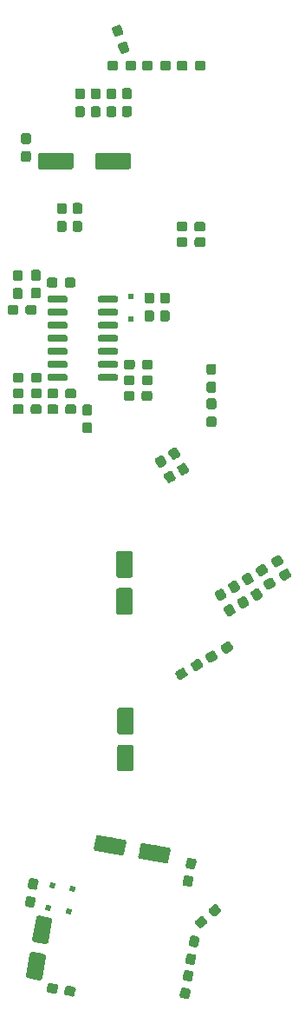
<source format=gbr>
G04 #@! TF.GenerationSoftware,KiCad,Pcbnew,(5.1.2-1)-1*
G04 #@! TF.CreationDate,2022-01-15T17:09:35-05:00*
G04 #@! TF.ProjectId,BF22 Clone,42463232-2043-46c6-9f6e-652e6b696361,rev?*
G04 #@! TF.SameCoordinates,Original*
G04 #@! TF.FileFunction,Paste,Top*
G04 #@! TF.FilePolarity,Positive*
%FSLAX46Y46*%
G04 Gerber Fmt 4.6, Leading zero omitted, Abs format (unit mm)*
G04 Created by KiCad (PCBNEW (5.1.2-1)-1) date 2022-01-15 17:09:35*
%MOMM*%
%LPD*%
G04 APERTURE LIST*
%ADD10C,0.100000*%
%ADD11C,0.950000*%
%ADD12C,1.600000*%
%ADD13R,0.500000X0.500000*%
%ADD14C,0.500000*%
%ADD15C,0.600000*%
G04 APERTURE END LIST*
D10*
G36*
X17176092Y-103107111D02*
G01*
X17199215Y-103110027D01*
X17666999Y-103192510D01*
X17689726Y-103197679D01*
X17711837Y-103205050D01*
X17733119Y-103214553D01*
X17753367Y-103226097D01*
X17772386Y-103239569D01*
X17789992Y-103254841D01*
X17806017Y-103271764D01*
X17820307Y-103290178D01*
X17832722Y-103309903D01*
X17843144Y-103330750D01*
X17851473Y-103352518D01*
X17857628Y-103374998D01*
X17861550Y-103397972D01*
X17863201Y-103421221D01*
X17862566Y-103444519D01*
X17859650Y-103467644D01*
X17759802Y-104033909D01*
X17754633Y-104056635D01*
X17747262Y-104078746D01*
X17737759Y-104100028D01*
X17726215Y-104120276D01*
X17712743Y-104139295D01*
X17697471Y-104156901D01*
X17680547Y-104172927D01*
X17662134Y-104187216D01*
X17642409Y-104199631D01*
X17621562Y-104210054D01*
X17599794Y-104218382D01*
X17577314Y-104224537D01*
X17554340Y-104228459D01*
X17531091Y-104230110D01*
X17507792Y-104229475D01*
X17484669Y-104226559D01*
X17016885Y-104144076D01*
X16994158Y-104138907D01*
X16972047Y-104131536D01*
X16950765Y-104122033D01*
X16930517Y-104110489D01*
X16911498Y-104097017D01*
X16893892Y-104081745D01*
X16877867Y-104064822D01*
X16863577Y-104046408D01*
X16851162Y-104026683D01*
X16840740Y-104005836D01*
X16832411Y-103984068D01*
X16826256Y-103961588D01*
X16822334Y-103938614D01*
X16820683Y-103915365D01*
X16821318Y-103892067D01*
X16824234Y-103868942D01*
X16924082Y-103302677D01*
X16929251Y-103279951D01*
X16936622Y-103257840D01*
X16946125Y-103236558D01*
X16957669Y-103216310D01*
X16971141Y-103197291D01*
X16986413Y-103179685D01*
X17003337Y-103163659D01*
X17021750Y-103149370D01*
X17041475Y-103136955D01*
X17062322Y-103126532D01*
X17084090Y-103118204D01*
X17106570Y-103112049D01*
X17129544Y-103108127D01*
X17152793Y-103106476D01*
X17176092Y-103107111D01*
X17176092Y-103107111D01*
G37*
D11*
X17341942Y-103668293D03*
D10*
G36*
X16872208Y-104830525D02*
G01*
X16895331Y-104833441D01*
X17363115Y-104915924D01*
X17385842Y-104921093D01*
X17407953Y-104928464D01*
X17429235Y-104937967D01*
X17449483Y-104949511D01*
X17468502Y-104962983D01*
X17486108Y-104978255D01*
X17502133Y-104995178D01*
X17516423Y-105013592D01*
X17528838Y-105033317D01*
X17539260Y-105054164D01*
X17547589Y-105075932D01*
X17553744Y-105098412D01*
X17557666Y-105121386D01*
X17559317Y-105144635D01*
X17558682Y-105167933D01*
X17555766Y-105191058D01*
X17455918Y-105757323D01*
X17450749Y-105780049D01*
X17443378Y-105802160D01*
X17433875Y-105823442D01*
X17422331Y-105843690D01*
X17408859Y-105862709D01*
X17393587Y-105880315D01*
X17376663Y-105896341D01*
X17358250Y-105910630D01*
X17338525Y-105923045D01*
X17317678Y-105933468D01*
X17295910Y-105941796D01*
X17273430Y-105947951D01*
X17250456Y-105951873D01*
X17227207Y-105953524D01*
X17203908Y-105952889D01*
X17180785Y-105949973D01*
X16713001Y-105867490D01*
X16690274Y-105862321D01*
X16668163Y-105854950D01*
X16646881Y-105845447D01*
X16626633Y-105833903D01*
X16607614Y-105820431D01*
X16590008Y-105805159D01*
X16573983Y-105788236D01*
X16559693Y-105769822D01*
X16547278Y-105750097D01*
X16536856Y-105729250D01*
X16528527Y-105707482D01*
X16522372Y-105685002D01*
X16518450Y-105662028D01*
X16516799Y-105638779D01*
X16517434Y-105615481D01*
X16520350Y-105592356D01*
X16620198Y-105026091D01*
X16625367Y-105003365D01*
X16632738Y-104981254D01*
X16642241Y-104959972D01*
X16653785Y-104939724D01*
X16667257Y-104920705D01*
X16682529Y-104903099D01*
X16699453Y-104887073D01*
X16717866Y-104872784D01*
X16737591Y-104860369D01*
X16758438Y-104849946D01*
X16780206Y-104841618D01*
X16802686Y-104835463D01*
X16825660Y-104831541D01*
X16848909Y-104829890D01*
X16872208Y-104830525D01*
X16872208Y-104830525D01*
G37*
D11*
X17038058Y-105391707D03*
D10*
G36*
X21054504Y-32461204D02*
G01*
X21078773Y-32464804D01*
X21102571Y-32470765D01*
X21125671Y-32479030D01*
X21147849Y-32489520D01*
X21168893Y-32502133D01*
X21188598Y-32516747D01*
X21206777Y-32533223D01*
X21223253Y-32551402D01*
X21237867Y-32571107D01*
X21250480Y-32592151D01*
X21260970Y-32614329D01*
X21269235Y-32637429D01*
X21275196Y-32661227D01*
X21278796Y-32685496D01*
X21280000Y-32710000D01*
X21280000Y-33810000D01*
X21278796Y-33834504D01*
X21275196Y-33858773D01*
X21269235Y-33882571D01*
X21260970Y-33905671D01*
X21250480Y-33927849D01*
X21237867Y-33948893D01*
X21223253Y-33968598D01*
X21206777Y-33986777D01*
X21188598Y-34003253D01*
X21168893Y-34017867D01*
X21147849Y-34030480D01*
X21125671Y-34040970D01*
X21102571Y-34049235D01*
X21078773Y-34055196D01*
X21054504Y-34058796D01*
X21030000Y-34060000D01*
X18030000Y-34060000D01*
X18005496Y-34058796D01*
X17981227Y-34055196D01*
X17957429Y-34049235D01*
X17934329Y-34040970D01*
X17912151Y-34030480D01*
X17891107Y-34017867D01*
X17871402Y-34003253D01*
X17853223Y-33986777D01*
X17836747Y-33968598D01*
X17822133Y-33948893D01*
X17809520Y-33927849D01*
X17799030Y-33905671D01*
X17790765Y-33882571D01*
X17784804Y-33858773D01*
X17781204Y-33834504D01*
X17780000Y-33810000D01*
X17780000Y-32710000D01*
X17781204Y-32685496D01*
X17784804Y-32661227D01*
X17790765Y-32637429D01*
X17799030Y-32614329D01*
X17809520Y-32592151D01*
X17822133Y-32571107D01*
X17836747Y-32551402D01*
X17853223Y-32533223D01*
X17871402Y-32516747D01*
X17891107Y-32502133D01*
X17912151Y-32489520D01*
X17934329Y-32479030D01*
X17957429Y-32470765D01*
X17981227Y-32464804D01*
X18005496Y-32461204D01*
X18030000Y-32460000D01*
X21030000Y-32460000D01*
X21054504Y-32461204D01*
X21054504Y-32461204D01*
G37*
D12*
X19530000Y-33260000D03*
D10*
G36*
X26654504Y-32461204D02*
G01*
X26678773Y-32464804D01*
X26702571Y-32470765D01*
X26725671Y-32479030D01*
X26747849Y-32489520D01*
X26768893Y-32502133D01*
X26788598Y-32516747D01*
X26806777Y-32533223D01*
X26823253Y-32551402D01*
X26837867Y-32571107D01*
X26850480Y-32592151D01*
X26860970Y-32614329D01*
X26869235Y-32637429D01*
X26875196Y-32661227D01*
X26878796Y-32685496D01*
X26880000Y-32710000D01*
X26880000Y-33810000D01*
X26878796Y-33834504D01*
X26875196Y-33858773D01*
X26869235Y-33882571D01*
X26860970Y-33905671D01*
X26850480Y-33927849D01*
X26837867Y-33948893D01*
X26823253Y-33968598D01*
X26806777Y-33986777D01*
X26788598Y-34003253D01*
X26768893Y-34017867D01*
X26747849Y-34030480D01*
X26725671Y-34040970D01*
X26702571Y-34049235D01*
X26678773Y-34055196D01*
X26654504Y-34058796D01*
X26630000Y-34060000D01*
X23630000Y-34060000D01*
X23605496Y-34058796D01*
X23581227Y-34055196D01*
X23557429Y-34049235D01*
X23534329Y-34040970D01*
X23512151Y-34030480D01*
X23491107Y-34017867D01*
X23471402Y-34003253D01*
X23453223Y-33986777D01*
X23436747Y-33968598D01*
X23422133Y-33948893D01*
X23409520Y-33927849D01*
X23399030Y-33905671D01*
X23390765Y-33882571D01*
X23384804Y-33858773D01*
X23381204Y-33834504D01*
X23380000Y-33810000D01*
X23380000Y-32710000D01*
X23381204Y-32685496D01*
X23384804Y-32661227D01*
X23390765Y-32637429D01*
X23399030Y-32614329D01*
X23409520Y-32592151D01*
X23422133Y-32571107D01*
X23436747Y-32551402D01*
X23453223Y-32533223D01*
X23471402Y-32516747D01*
X23491107Y-32502133D01*
X23512151Y-32489520D01*
X23534329Y-32479030D01*
X23557429Y-32470765D01*
X23581227Y-32464804D01*
X23605496Y-32461204D01*
X23630000Y-32460000D01*
X26630000Y-32460000D01*
X26654504Y-32461204D01*
X26654504Y-32461204D01*
G37*
D12*
X25130000Y-33260000D03*
D10*
G36*
X26824504Y-71241204D02*
G01*
X26848773Y-71244804D01*
X26872571Y-71250765D01*
X26895671Y-71259030D01*
X26917849Y-71269520D01*
X26938893Y-71282133D01*
X26958598Y-71296747D01*
X26976777Y-71313223D01*
X26993253Y-71331402D01*
X27007867Y-71351107D01*
X27020480Y-71372151D01*
X27030970Y-71394329D01*
X27039235Y-71417429D01*
X27045196Y-71441227D01*
X27048796Y-71465496D01*
X27050000Y-71490000D01*
X27050000Y-73590000D01*
X27048796Y-73614504D01*
X27045196Y-73638773D01*
X27039235Y-73662571D01*
X27030970Y-73685671D01*
X27020480Y-73707849D01*
X27007867Y-73728893D01*
X26993253Y-73748598D01*
X26976777Y-73766777D01*
X26958598Y-73783253D01*
X26938893Y-73797867D01*
X26917849Y-73810480D01*
X26895671Y-73820970D01*
X26872571Y-73829235D01*
X26848773Y-73835196D01*
X26824504Y-73838796D01*
X26800000Y-73840000D01*
X25700000Y-73840000D01*
X25675496Y-73838796D01*
X25651227Y-73835196D01*
X25627429Y-73829235D01*
X25604329Y-73820970D01*
X25582151Y-73810480D01*
X25561107Y-73797867D01*
X25541402Y-73783253D01*
X25523223Y-73766777D01*
X25506747Y-73748598D01*
X25492133Y-73728893D01*
X25479520Y-73707849D01*
X25469030Y-73685671D01*
X25460765Y-73662571D01*
X25454804Y-73638773D01*
X25451204Y-73614504D01*
X25450000Y-73590000D01*
X25450000Y-71490000D01*
X25451204Y-71465496D01*
X25454804Y-71441227D01*
X25460765Y-71417429D01*
X25469030Y-71394329D01*
X25479520Y-71372151D01*
X25492133Y-71351107D01*
X25506747Y-71331402D01*
X25523223Y-71313223D01*
X25541402Y-71296747D01*
X25561107Y-71282133D01*
X25582151Y-71269520D01*
X25604329Y-71259030D01*
X25627429Y-71250765D01*
X25651227Y-71244804D01*
X25675496Y-71241204D01*
X25700000Y-71240000D01*
X26800000Y-71240000D01*
X26824504Y-71241204D01*
X26824504Y-71241204D01*
G37*
D12*
X26250000Y-72540000D03*
D10*
G36*
X26824504Y-74841204D02*
G01*
X26848773Y-74844804D01*
X26872571Y-74850765D01*
X26895671Y-74859030D01*
X26917849Y-74869520D01*
X26938893Y-74882133D01*
X26958598Y-74896747D01*
X26976777Y-74913223D01*
X26993253Y-74931402D01*
X27007867Y-74951107D01*
X27020480Y-74972151D01*
X27030970Y-74994329D01*
X27039235Y-75017429D01*
X27045196Y-75041227D01*
X27048796Y-75065496D01*
X27050000Y-75090000D01*
X27050000Y-77190000D01*
X27048796Y-77214504D01*
X27045196Y-77238773D01*
X27039235Y-77262571D01*
X27030970Y-77285671D01*
X27020480Y-77307849D01*
X27007867Y-77328893D01*
X26993253Y-77348598D01*
X26976777Y-77366777D01*
X26958598Y-77383253D01*
X26938893Y-77397867D01*
X26917849Y-77410480D01*
X26895671Y-77420970D01*
X26872571Y-77429235D01*
X26848773Y-77435196D01*
X26824504Y-77438796D01*
X26800000Y-77440000D01*
X25700000Y-77440000D01*
X25675496Y-77438796D01*
X25651227Y-77435196D01*
X25627429Y-77429235D01*
X25604329Y-77420970D01*
X25582151Y-77410480D01*
X25561107Y-77397867D01*
X25541402Y-77383253D01*
X25523223Y-77366777D01*
X25506747Y-77348598D01*
X25492133Y-77328893D01*
X25479520Y-77307849D01*
X25469030Y-77285671D01*
X25460765Y-77262571D01*
X25454804Y-77238773D01*
X25451204Y-77214504D01*
X25450000Y-77190000D01*
X25450000Y-75090000D01*
X25451204Y-75065496D01*
X25454804Y-75041227D01*
X25460765Y-75017429D01*
X25469030Y-74994329D01*
X25479520Y-74972151D01*
X25492133Y-74951107D01*
X25506747Y-74931402D01*
X25523223Y-74913223D01*
X25541402Y-74896747D01*
X25561107Y-74882133D01*
X25582151Y-74869520D01*
X25604329Y-74859030D01*
X25627429Y-74850765D01*
X25651227Y-74844804D01*
X25675496Y-74841204D01*
X25700000Y-74840000D01*
X26800000Y-74840000D01*
X26824504Y-74841204D01*
X26824504Y-74841204D01*
G37*
D12*
X26250000Y-76140000D03*
D10*
G36*
X26924504Y-86501204D02*
G01*
X26948773Y-86504804D01*
X26972571Y-86510765D01*
X26995671Y-86519030D01*
X27017849Y-86529520D01*
X27038893Y-86542133D01*
X27058598Y-86556747D01*
X27076777Y-86573223D01*
X27093253Y-86591402D01*
X27107867Y-86611107D01*
X27120480Y-86632151D01*
X27130970Y-86654329D01*
X27139235Y-86677429D01*
X27145196Y-86701227D01*
X27148796Y-86725496D01*
X27150000Y-86750000D01*
X27150000Y-88850000D01*
X27148796Y-88874504D01*
X27145196Y-88898773D01*
X27139235Y-88922571D01*
X27130970Y-88945671D01*
X27120480Y-88967849D01*
X27107867Y-88988893D01*
X27093253Y-89008598D01*
X27076777Y-89026777D01*
X27058598Y-89043253D01*
X27038893Y-89057867D01*
X27017849Y-89070480D01*
X26995671Y-89080970D01*
X26972571Y-89089235D01*
X26948773Y-89095196D01*
X26924504Y-89098796D01*
X26900000Y-89100000D01*
X25800000Y-89100000D01*
X25775496Y-89098796D01*
X25751227Y-89095196D01*
X25727429Y-89089235D01*
X25704329Y-89080970D01*
X25682151Y-89070480D01*
X25661107Y-89057867D01*
X25641402Y-89043253D01*
X25623223Y-89026777D01*
X25606747Y-89008598D01*
X25592133Y-88988893D01*
X25579520Y-88967849D01*
X25569030Y-88945671D01*
X25560765Y-88922571D01*
X25554804Y-88898773D01*
X25551204Y-88874504D01*
X25550000Y-88850000D01*
X25550000Y-86750000D01*
X25551204Y-86725496D01*
X25554804Y-86701227D01*
X25560765Y-86677429D01*
X25569030Y-86654329D01*
X25579520Y-86632151D01*
X25592133Y-86611107D01*
X25606747Y-86591402D01*
X25623223Y-86573223D01*
X25641402Y-86556747D01*
X25661107Y-86542133D01*
X25682151Y-86529520D01*
X25704329Y-86519030D01*
X25727429Y-86510765D01*
X25751227Y-86504804D01*
X25775496Y-86501204D01*
X25800000Y-86500000D01*
X26900000Y-86500000D01*
X26924504Y-86501204D01*
X26924504Y-86501204D01*
G37*
D12*
X26350000Y-87800000D03*
D10*
G36*
X26924504Y-90101204D02*
G01*
X26948773Y-90104804D01*
X26972571Y-90110765D01*
X26995671Y-90119030D01*
X27017849Y-90129520D01*
X27038893Y-90142133D01*
X27058598Y-90156747D01*
X27076777Y-90173223D01*
X27093253Y-90191402D01*
X27107867Y-90211107D01*
X27120480Y-90232151D01*
X27130970Y-90254329D01*
X27139235Y-90277429D01*
X27145196Y-90301227D01*
X27148796Y-90325496D01*
X27150000Y-90350000D01*
X27150000Y-92450000D01*
X27148796Y-92474504D01*
X27145196Y-92498773D01*
X27139235Y-92522571D01*
X27130970Y-92545671D01*
X27120480Y-92567849D01*
X27107867Y-92588893D01*
X27093253Y-92608598D01*
X27076777Y-92626777D01*
X27058598Y-92643253D01*
X27038893Y-92657867D01*
X27017849Y-92670480D01*
X26995671Y-92680970D01*
X26972571Y-92689235D01*
X26948773Y-92695196D01*
X26924504Y-92698796D01*
X26900000Y-92700000D01*
X25800000Y-92700000D01*
X25775496Y-92698796D01*
X25751227Y-92695196D01*
X25727429Y-92689235D01*
X25704329Y-92680970D01*
X25682151Y-92670480D01*
X25661107Y-92657867D01*
X25641402Y-92643253D01*
X25623223Y-92626777D01*
X25606747Y-92608598D01*
X25592133Y-92588893D01*
X25579520Y-92567849D01*
X25569030Y-92545671D01*
X25560765Y-92522571D01*
X25554804Y-92498773D01*
X25551204Y-92474504D01*
X25550000Y-92450000D01*
X25550000Y-90350000D01*
X25551204Y-90325496D01*
X25554804Y-90301227D01*
X25560765Y-90277429D01*
X25569030Y-90254329D01*
X25579520Y-90232151D01*
X25592133Y-90211107D01*
X25606747Y-90191402D01*
X25623223Y-90173223D01*
X25641402Y-90156747D01*
X25661107Y-90142133D01*
X25682151Y-90129520D01*
X25704329Y-90119030D01*
X25727429Y-90110765D01*
X25751227Y-90104804D01*
X25775496Y-90101204D01*
X25800000Y-90100000D01*
X26900000Y-90100000D01*
X26924504Y-90101204D01*
X26924504Y-90101204D01*
G37*
D12*
X26350000Y-91400000D03*
D10*
G36*
X28057654Y-99659000D02*
G01*
X28081995Y-99662070D01*
X30544014Y-100096190D01*
X30567937Y-100101631D01*
X30591211Y-100109390D01*
X30613613Y-100119393D01*
X30634927Y-100131544D01*
X30654947Y-100145726D01*
X30673480Y-100161801D01*
X30690349Y-100179616D01*
X30705390Y-100198998D01*
X30718459Y-100219761D01*
X30729430Y-100241705D01*
X30738197Y-100264619D01*
X30744676Y-100288282D01*
X30748804Y-100312466D01*
X30750543Y-100336938D01*
X30749874Y-100361463D01*
X30746804Y-100385804D01*
X30555791Y-101469092D01*
X30550350Y-101493015D01*
X30542591Y-101516290D01*
X30532588Y-101538691D01*
X30520437Y-101560005D01*
X30506255Y-101580025D01*
X30490180Y-101598558D01*
X30472365Y-101615427D01*
X30452983Y-101630468D01*
X30432220Y-101643537D01*
X30410276Y-101654508D01*
X30387362Y-101663275D01*
X30363699Y-101669754D01*
X30339515Y-101673882D01*
X30315043Y-101675621D01*
X30290518Y-101674952D01*
X30266177Y-101671882D01*
X27804158Y-101237762D01*
X27780235Y-101232321D01*
X27756961Y-101224562D01*
X27734559Y-101214559D01*
X27713245Y-101202408D01*
X27693225Y-101188226D01*
X27674692Y-101172151D01*
X27657823Y-101154336D01*
X27642782Y-101134954D01*
X27629713Y-101114191D01*
X27618742Y-101092247D01*
X27609975Y-101069333D01*
X27603496Y-101045670D01*
X27599368Y-101021486D01*
X27597629Y-100997014D01*
X27598298Y-100972489D01*
X27601368Y-100948148D01*
X27792381Y-99864860D01*
X27797822Y-99840937D01*
X27805581Y-99817662D01*
X27815584Y-99795261D01*
X27827735Y-99773947D01*
X27841917Y-99753927D01*
X27857992Y-99735394D01*
X27875807Y-99718525D01*
X27895189Y-99703484D01*
X27915952Y-99690415D01*
X27937896Y-99679444D01*
X27960810Y-99670677D01*
X27984473Y-99664198D01*
X28008657Y-99660070D01*
X28033129Y-99658331D01*
X28057654Y-99659000D01*
X28057654Y-99659000D01*
G37*
D12*
X29174086Y-100666976D03*
D10*
G36*
X23724500Y-98894948D02*
G01*
X23748841Y-98898018D01*
X26210860Y-99332138D01*
X26234783Y-99337579D01*
X26258057Y-99345338D01*
X26280459Y-99355341D01*
X26301773Y-99367492D01*
X26321793Y-99381674D01*
X26340326Y-99397749D01*
X26357195Y-99415564D01*
X26372236Y-99434946D01*
X26385305Y-99455709D01*
X26396276Y-99477653D01*
X26405043Y-99500567D01*
X26411522Y-99524230D01*
X26415650Y-99548414D01*
X26417389Y-99572886D01*
X26416720Y-99597411D01*
X26413650Y-99621752D01*
X26222637Y-100705040D01*
X26217196Y-100728963D01*
X26209437Y-100752238D01*
X26199434Y-100774639D01*
X26187283Y-100795953D01*
X26173101Y-100815973D01*
X26157026Y-100834506D01*
X26139211Y-100851375D01*
X26119829Y-100866416D01*
X26099066Y-100879485D01*
X26077122Y-100890456D01*
X26054208Y-100899223D01*
X26030545Y-100905702D01*
X26006361Y-100909830D01*
X25981889Y-100911569D01*
X25957364Y-100910900D01*
X25933023Y-100907830D01*
X23471004Y-100473710D01*
X23447081Y-100468269D01*
X23423807Y-100460510D01*
X23401405Y-100450507D01*
X23380091Y-100438356D01*
X23360071Y-100424174D01*
X23341538Y-100408099D01*
X23324669Y-100390284D01*
X23309628Y-100370902D01*
X23296559Y-100350139D01*
X23285588Y-100328195D01*
X23276821Y-100305281D01*
X23270342Y-100281618D01*
X23266214Y-100257434D01*
X23264475Y-100232962D01*
X23265144Y-100208437D01*
X23268214Y-100184096D01*
X23459227Y-99100808D01*
X23464668Y-99076885D01*
X23472427Y-99053610D01*
X23482430Y-99031209D01*
X23494581Y-99009895D01*
X23508763Y-98989875D01*
X23524838Y-98971342D01*
X23542653Y-98954473D01*
X23562035Y-98939432D01*
X23582798Y-98926363D01*
X23604742Y-98915392D01*
X23627656Y-98906625D01*
X23651319Y-98900146D01*
X23675503Y-98896018D01*
X23699975Y-98894279D01*
X23724500Y-98894948D01*
X23724500Y-98894948D01*
G37*
D12*
X24840932Y-99902924D03*
D10*
G36*
X17256638Y-110295007D02*
G01*
X17280979Y-110298077D01*
X18364268Y-110489090D01*
X18388191Y-110494531D01*
X18411465Y-110502290D01*
X18433867Y-110512293D01*
X18455181Y-110524444D01*
X18475201Y-110538626D01*
X18493734Y-110554701D01*
X18510603Y-110572516D01*
X18525644Y-110591898D01*
X18538713Y-110612661D01*
X18549684Y-110634605D01*
X18558451Y-110657519D01*
X18564930Y-110681182D01*
X18569058Y-110705366D01*
X18570797Y-110729838D01*
X18570128Y-110754363D01*
X18567058Y-110778704D01*
X18202397Y-112846801D01*
X18196956Y-112870724D01*
X18189197Y-112893998D01*
X18179194Y-112916400D01*
X18167043Y-112937714D01*
X18152861Y-112957734D01*
X18136786Y-112976267D01*
X18118971Y-112993136D01*
X18099589Y-113008177D01*
X18078826Y-113021246D01*
X18056882Y-113032217D01*
X18033968Y-113040984D01*
X18010305Y-113047463D01*
X17986121Y-113051591D01*
X17961649Y-113053330D01*
X17937124Y-113052661D01*
X17912783Y-113049591D01*
X16829494Y-112858578D01*
X16805571Y-112853137D01*
X16782297Y-112845378D01*
X16759895Y-112835375D01*
X16738581Y-112823224D01*
X16718561Y-112809042D01*
X16700028Y-112792967D01*
X16683159Y-112775152D01*
X16668118Y-112755770D01*
X16655049Y-112735007D01*
X16644078Y-112713063D01*
X16635311Y-112690149D01*
X16628832Y-112666486D01*
X16624704Y-112642302D01*
X16622965Y-112617830D01*
X16623634Y-112593305D01*
X16626704Y-112568964D01*
X16991365Y-110500867D01*
X16996806Y-110476944D01*
X17004565Y-110453670D01*
X17014568Y-110431268D01*
X17026719Y-110409954D01*
X17040901Y-110389934D01*
X17056976Y-110371401D01*
X17074791Y-110354532D01*
X17094173Y-110339491D01*
X17114936Y-110326422D01*
X17136880Y-110315451D01*
X17159794Y-110306684D01*
X17183457Y-110300205D01*
X17207641Y-110296077D01*
X17232113Y-110294338D01*
X17256638Y-110295007D01*
X17256638Y-110295007D01*
G37*
D12*
X17596881Y-111673834D03*
D10*
G36*
X17881772Y-106749699D02*
G01*
X17906113Y-106752769D01*
X18989402Y-106943782D01*
X19013325Y-106949223D01*
X19036599Y-106956982D01*
X19059001Y-106966985D01*
X19080315Y-106979136D01*
X19100335Y-106993318D01*
X19118868Y-107009393D01*
X19135737Y-107027208D01*
X19150778Y-107046590D01*
X19163847Y-107067353D01*
X19174818Y-107089297D01*
X19183585Y-107112211D01*
X19190064Y-107135874D01*
X19194192Y-107160058D01*
X19195931Y-107184530D01*
X19195262Y-107209055D01*
X19192192Y-107233396D01*
X18827531Y-109301493D01*
X18822090Y-109325416D01*
X18814331Y-109348690D01*
X18804328Y-109371092D01*
X18792177Y-109392406D01*
X18777995Y-109412426D01*
X18761920Y-109430959D01*
X18744105Y-109447828D01*
X18724723Y-109462869D01*
X18703960Y-109475938D01*
X18682016Y-109486909D01*
X18659102Y-109495676D01*
X18635439Y-109502155D01*
X18611255Y-109506283D01*
X18586783Y-109508022D01*
X18562258Y-109507353D01*
X18537917Y-109504283D01*
X17454628Y-109313270D01*
X17430705Y-109307829D01*
X17407431Y-109300070D01*
X17385029Y-109290067D01*
X17363715Y-109277916D01*
X17343695Y-109263734D01*
X17325162Y-109247659D01*
X17308293Y-109229844D01*
X17293252Y-109210462D01*
X17280183Y-109189699D01*
X17269212Y-109167755D01*
X17260445Y-109144841D01*
X17253966Y-109121178D01*
X17249838Y-109096994D01*
X17248099Y-109072522D01*
X17248768Y-109047997D01*
X17251838Y-109023656D01*
X17616499Y-106955559D01*
X17621940Y-106931636D01*
X17629699Y-106908362D01*
X17639702Y-106885960D01*
X17651853Y-106864646D01*
X17666035Y-106844626D01*
X17682110Y-106826093D01*
X17699925Y-106809224D01*
X17719307Y-106794183D01*
X17740070Y-106781114D01*
X17762014Y-106770143D01*
X17784928Y-106761376D01*
X17808591Y-106754897D01*
X17832775Y-106750769D01*
X17857247Y-106749030D01*
X17881772Y-106749699D01*
X17881772Y-106749699D01*
G37*
D12*
X18222015Y-108128526D03*
D10*
G36*
X19565779Y-56966144D02*
G01*
X19588834Y-56969563D01*
X19611443Y-56975227D01*
X19633387Y-56983079D01*
X19654457Y-56993044D01*
X19674448Y-57005026D01*
X19693168Y-57018910D01*
X19710438Y-57034562D01*
X19726090Y-57051832D01*
X19739974Y-57070552D01*
X19751956Y-57090543D01*
X19761921Y-57111613D01*
X19769773Y-57133557D01*
X19775437Y-57156166D01*
X19778856Y-57179221D01*
X19780000Y-57202500D01*
X19780000Y-57677500D01*
X19778856Y-57700779D01*
X19775437Y-57723834D01*
X19769773Y-57746443D01*
X19761921Y-57768387D01*
X19751956Y-57789457D01*
X19739974Y-57809448D01*
X19726090Y-57828168D01*
X19710438Y-57845438D01*
X19693168Y-57861090D01*
X19674448Y-57874974D01*
X19654457Y-57886956D01*
X19633387Y-57896921D01*
X19611443Y-57904773D01*
X19588834Y-57910437D01*
X19565779Y-57913856D01*
X19542500Y-57915000D01*
X18967500Y-57915000D01*
X18944221Y-57913856D01*
X18921166Y-57910437D01*
X18898557Y-57904773D01*
X18876613Y-57896921D01*
X18855543Y-57886956D01*
X18835552Y-57874974D01*
X18816832Y-57861090D01*
X18799562Y-57845438D01*
X18783910Y-57828168D01*
X18770026Y-57809448D01*
X18758044Y-57789457D01*
X18748079Y-57768387D01*
X18740227Y-57746443D01*
X18734563Y-57723834D01*
X18731144Y-57700779D01*
X18730000Y-57677500D01*
X18730000Y-57202500D01*
X18731144Y-57179221D01*
X18734563Y-57156166D01*
X18740227Y-57133557D01*
X18748079Y-57111613D01*
X18758044Y-57090543D01*
X18770026Y-57070552D01*
X18783910Y-57051832D01*
X18799562Y-57034562D01*
X18816832Y-57018910D01*
X18835552Y-57005026D01*
X18855543Y-56993044D01*
X18876613Y-56983079D01*
X18898557Y-56975227D01*
X18921166Y-56969563D01*
X18944221Y-56966144D01*
X18967500Y-56965000D01*
X19542500Y-56965000D01*
X19565779Y-56966144D01*
X19565779Y-56966144D01*
G37*
D11*
X19255000Y-57440000D03*
D10*
G36*
X21315779Y-56966144D02*
G01*
X21338834Y-56969563D01*
X21361443Y-56975227D01*
X21383387Y-56983079D01*
X21404457Y-56993044D01*
X21424448Y-57005026D01*
X21443168Y-57018910D01*
X21460438Y-57034562D01*
X21476090Y-57051832D01*
X21489974Y-57070552D01*
X21501956Y-57090543D01*
X21511921Y-57111613D01*
X21519773Y-57133557D01*
X21525437Y-57156166D01*
X21528856Y-57179221D01*
X21530000Y-57202500D01*
X21530000Y-57677500D01*
X21528856Y-57700779D01*
X21525437Y-57723834D01*
X21519773Y-57746443D01*
X21511921Y-57768387D01*
X21501956Y-57789457D01*
X21489974Y-57809448D01*
X21476090Y-57828168D01*
X21460438Y-57845438D01*
X21443168Y-57861090D01*
X21424448Y-57874974D01*
X21404457Y-57886956D01*
X21383387Y-57896921D01*
X21361443Y-57904773D01*
X21338834Y-57910437D01*
X21315779Y-57913856D01*
X21292500Y-57915000D01*
X20717500Y-57915000D01*
X20694221Y-57913856D01*
X20671166Y-57910437D01*
X20648557Y-57904773D01*
X20626613Y-57896921D01*
X20605543Y-57886956D01*
X20585552Y-57874974D01*
X20566832Y-57861090D01*
X20549562Y-57845438D01*
X20533910Y-57828168D01*
X20520026Y-57809448D01*
X20508044Y-57789457D01*
X20498079Y-57768387D01*
X20490227Y-57746443D01*
X20484563Y-57723834D01*
X20481144Y-57700779D01*
X20480000Y-57677500D01*
X20480000Y-57202500D01*
X20481144Y-57179221D01*
X20484563Y-57156166D01*
X20490227Y-57133557D01*
X20498079Y-57111613D01*
X20508044Y-57090543D01*
X20520026Y-57070552D01*
X20533910Y-57051832D01*
X20549562Y-57034562D01*
X20566832Y-57018910D01*
X20585552Y-57005026D01*
X20605543Y-56993044D01*
X20626613Y-56983079D01*
X20648557Y-56975227D01*
X20671166Y-56969563D01*
X20694221Y-56966144D01*
X20717500Y-56965000D01*
X21292500Y-56965000D01*
X21315779Y-56966144D01*
X21315779Y-56966144D01*
G37*
D11*
X21005000Y-57440000D03*
D10*
G36*
X33925779Y-39166144D02*
G01*
X33948834Y-39169563D01*
X33971443Y-39175227D01*
X33993387Y-39183079D01*
X34014457Y-39193044D01*
X34034448Y-39205026D01*
X34053168Y-39218910D01*
X34070438Y-39234562D01*
X34086090Y-39251832D01*
X34099974Y-39270552D01*
X34111956Y-39290543D01*
X34121921Y-39311613D01*
X34129773Y-39333557D01*
X34135437Y-39356166D01*
X34138856Y-39379221D01*
X34140000Y-39402500D01*
X34140000Y-39877500D01*
X34138856Y-39900779D01*
X34135437Y-39923834D01*
X34129773Y-39946443D01*
X34121921Y-39968387D01*
X34111956Y-39989457D01*
X34099974Y-40009448D01*
X34086090Y-40028168D01*
X34070438Y-40045438D01*
X34053168Y-40061090D01*
X34034448Y-40074974D01*
X34014457Y-40086956D01*
X33993387Y-40096921D01*
X33971443Y-40104773D01*
X33948834Y-40110437D01*
X33925779Y-40113856D01*
X33902500Y-40115000D01*
X33327500Y-40115000D01*
X33304221Y-40113856D01*
X33281166Y-40110437D01*
X33258557Y-40104773D01*
X33236613Y-40096921D01*
X33215543Y-40086956D01*
X33195552Y-40074974D01*
X33176832Y-40061090D01*
X33159562Y-40045438D01*
X33143910Y-40028168D01*
X33130026Y-40009448D01*
X33118044Y-39989457D01*
X33108079Y-39968387D01*
X33100227Y-39946443D01*
X33094563Y-39923834D01*
X33091144Y-39900779D01*
X33090000Y-39877500D01*
X33090000Y-39402500D01*
X33091144Y-39379221D01*
X33094563Y-39356166D01*
X33100227Y-39333557D01*
X33108079Y-39311613D01*
X33118044Y-39290543D01*
X33130026Y-39270552D01*
X33143910Y-39251832D01*
X33159562Y-39234562D01*
X33176832Y-39218910D01*
X33195552Y-39205026D01*
X33215543Y-39193044D01*
X33236613Y-39183079D01*
X33258557Y-39175227D01*
X33281166Y-39169563D01*
X33304221Y-39166144D01*
X33327500Y-39165000D01*
X33902500Y-39165000D01*
X33925779Y-39166144D01*
X33925779Y-39166144D01*
G37*
D11*
X33615000Y-39640000D03*
D10*
G36*
X32175779Y-39166144D02*
G01*
X32198834Y-39169563D01*
X32221443Y-39175227D01*
X32243387Y-39183079D01*
X32264457Y-39193044D01*
X32284448Y-39205026D01*
X32303168Y-39218910D01*
X32320438Y-39234562D01*
X32336090Y-39251832D01*
X32349974Y-39270552D01*
X32361956Y-39290543D01*
X32371921Y-39311613D01*
X32379773Y-39333557D01*
X32385437Y-39356166D01*
X32388856Y-39379221D01*
X32390000Y-39402500D01*
X32390000Y-39877500D01*
X32388856Y-39900779D01*
X32385437Y-39923834D01*
X32379773Y-39946443D01*
X32371921Y-39968387D01*
X32361956Y-39989457D01*
X32349974Y-40009448D01*
X32336090Y-40028168D01*
X32320438Y-40045438D01*
X32303168Y-40061090D01*
X32284448Y-40074974D01*
X32264457Y-40086956D01*
X32243387Y-40096921D01*
X32221443Y-40104773D01*
X32198834Y-40110437D01*
X32175779Y-40113856D01*
X32152500Y-40115000D01*
X31577500Y-40115000D01*
X31554221Y-40113856D01*
X31531166Y-40110437D01*
X31508557Y-40104773D01*
X31486613Y-40096921D01*
X31465543Y-40086956D01*
X31445552Y-40074974D01*
X31426832Y-40061090D01*
X31409562Y-40045438D01*
X31393910Y-40028168D01*
X31380026Y-40009448D01*
X31368044Y-39989457D01*
X31358079Y-39968387D01*
X31350227Y-39946443D01*
X31344563Y-39923834D01*
X31341144Y-39900779D01*
X31340000Y-39877500D01*
X31340000Y-39402500D01*
X31341144Y-39379221D01*
X31344563Y-39356166D01*
X31350227Y-39333557D01*
X31358079Y-39311613D01*
X31368044Y-39290543D01*
X31380026Y-39270552D01*
X31393910Y-39251832D01*
X31409562Y-39234562D01*
X31426832Y-39218910D01*
X31445552Y-39205026D01*
X31465543Y-39193044D01*
X31486613Y-39183079D01*
X31508557Y-39175227D01*
X31531166Y-39169563D01*
X31554221Y-39166144D01*
X31577500Y-39165000D01*
X32152500Y-39165000D01*
X32175779Y-39166144D01*
X32175779Y-39166144D01*
G37*
D11*
X31865000Y-39640000D03*
D10*
G36*
X28805779Y-23486144D02*
G01*
X28828834Y-23489563D01*
X28851443Y-23495227D01*
X28873387Y-23503079D01*
X28894457Y-23513044D01*
X28914448Y-23525026D01*
X28933168Y-23538910D01*
X28950438Y-23554562D01*
X28966090Y-23571832D01*
X28979974Y-23590552D01*
X28991956Y-23610543D01*
X29001921Y-23631613D01*
X29009773Y-23653557D01*
X29015437Y-23676166D01*
X29018856Y-23699221D01*
X29020000Y-23722500D01*
X29020000Y-24197500D01*
X29018856Y-24220779D01*
X29015437Y-24243834D01*
X29009773Y-24266443D01*
X29001921Y-24288387D01*
X28991956Y-24309457D01*
X28979974Y-24329448D01*
X28966090Y-24348168D01*
X28950438Y-24365438D01*
X28933168Y-24381090D01*
X28914448Y-24394974D01*
X28894457Y-24406956D01*
X28873387Y-24416921D01*
X28851443Y-24424773D01*
X28828834Y-24430437D01*
X28805779Y-24433856D01*
X28782500Y-24435000D01*
X28207500Y-24435000D01*
X28184221Y-24433856D01*
X28161166Y-24430437D01*
X28138557Y-24424773D01*
X28116613Y-24416921D01*
X28095543Y-24406956D01*
X28075552Y-24394974D01*
X28056832Y-24381090D01*
X28039562Y-24365438D01*
X28023910Y-24348168D01*
X28010026Y-24329448D01*
X27998044Y-24309457D01*
X27988079Y-24288387D01*
X27980227Y-24266443D01*
X27974563Y-24243834D01*
X27971144Y-24220779D01*
X27970000Y-24197500D01*
X27970000Y-23722500D01*
X27971144Y-23699221D01*
X27974563Y-23676166D01*
X27980227Y-23653557D01*
X27988079Y-23631613D01*
X27998044Y-23610543D01*
X28010026Y-23590552D01*
X28023910Y-23571832D01*
X28039562Y-23554562D01*
X28056832Y-23538910D01*
X28075552Y-23525026D01*
X28095543Y-23513044D01*
X28116613Y-23503079D01*
X28138557Y-23495227D01*
X28161166Y-23489563D01*
X28184221Y-23486144D01*
X28207500Y-23485000D01*
X28782500Y-23485000D01*
X28805779Y-23486144D01*
X28805779Y-23486144D01*
G37*
D11*
X28495000Y-23960000D03*
D10*
G36*
X30555779Y-23486144D02*
G01*
X30578834Y-23489563D01*
X30601443Y-23495227D01*
X30623387Y-23503079D01*
X30644457Y-23513044D01*
X30664448Y-23525026D01*
X30683168Y-23538910D01*
X30700438Y-23554562D01*
X30716090Y-23571832D01*
X30729974Y-23590552D01*
X30741956Y-23610543D01*
X30751921Y-23631613D01*
X30759773Y-23653557D01*
X30765437Y-23676166D01*
X30768856Y-23699221D01*
X30770000Y-23722500D01*
X30770000Y-24197500D01*
X30768856Y-24220779D01*
X30765437Y-24243834D01*
X30759773Y-24266443D01*
X30751921Y-24288387D01*
X30741956Y-24309457D01*
X30729974Y-24329448D01*
X30716090Y-24348168D01*
X30700438Y-24365438D01*
X30683168Y-24381090D01*
X30664448Y-24394974D01*
X30644457Y-24406956D01*
X30623387Y-24416921D01*
X30601443Y-24424773D01*
X30578834Y-24430437D01*
X30555779Y-24433856D01*
X30532500Y-24435000D01*
X29957500Y-24435000D01*
X29934221Y-24433856D01*
X29911166Y-24430437D01*
X29888557Y-24424773D01*
X29866613Y-24416921D01*
X29845543Y-24406956D01*
X29825552Y-24394974D01*
X29806832Y-24381090D01*
X29789562Y-24365438D01*
X29773910Y-24348168D01*
X29760026Y-24329448D01*
X29748044Y-24309457D01*
X29738079Y-24288387D01*
X29730227Y-24266443D01*
X29724563Y-24243834D01*
X29721144Y-24220779D01*
X29720000Y-24197500D01*
X29720000Y-23722500D01*
X29721144Y-23699221D01*
X29724563Y-23676166D01*
X29730227Y-23653557D01*
X29738079Y-23631613D01*
X29748044Y-23610543D01*
X29760026Y-23590552D01*
X29773910Y-23571832D01*
X29789562Y-23554562D01*
X29806832Y-23538910D01*
X29825552Y-23525026D01*
X29845543Y-23513044D01*
X29866613Y-23503079D01*
X29888557Y-23495227D01*
X29911166Y-23489563D01*
X29934221Y-23486144D01*
X29957500Y-23485000D01*
X30532500Y-23485000D01*
X30555779Y-23486144D01*
X30555779Y-23486144D01*
G37*
D11*
X30245000Y-23960000D03*
D10*
G36*
X39811778Y-72523437D02*
G01*
X39834933Y-72526101D01*
X39857714Y-72531022D01*
X39879904Y-72538151D01*
X39901288Y-72547422D01*
X39921661Y-72558743D01*
X39940826Y-72572008D01*
X39958598Y-72587086D01*
X39974807Y-72603834D01*
X39989296Y-72622090D01*
X40001926Y-72641679D01*
X40239426Y-73053041D01*
X40250075Y-73073773D01*
X40258641Y-73095449D01*
X40265041Y-73117860D01*
X40269213Y-73140791D01*
X40271118Y-73164020D01*
X40270736Y-73187324D01*
X40268073Y-73210479D01*
X40263152Y-73233261D01*
X40256023Y-73255450D01*
X40246752Y-73276835D01*
X40235431Y-73297207D01*
X40222166Y-73316372D01*
X40207088Y-73334144D01*
X40190340Y-73350353D01*
X40172083Y-73364842D01*
X40152495Y-73377472D01*
X39654531Y-73664972D01*
X39633799Y-73675621D01*
X39612123Y-73684187D01*
X39589712Y-73690587D01*
X39566781Y-73694759D01*
X39543552Y-73696664D01*
X39520248Y-73696283D01*
X39497093Y-73693619D01*
X39474312Y-73688698D01*
X39452122Y-73681569D01*
X39430738Y-73672298D01*
X39410365Y-73660977D01*
X39391200Y-73647712D01*
X39373428Y-73632634D01*
X39357219Y-73615886D01*
X39342730Y-73597630D01*
X39330100Y-73578041D01*
X39092600Y-73166679D01*
X39081951Y-73145947D01*
X39073385Y-73124271D01*
X39066985Y-73101860D01*
X39062813Y-73078929D01*
X39060908Y-73055700D01*
X39061290Y-73032396D01*
X39063953Y-73009241D01*
X39068874Y-72986459D01*
X39076003Y-72964270D01*
X39085274Y-72942885D01*
X39096595Y-72922513D01*
X39109860Y-72903348D01*
X39124938Y-72885576D01*
X39141686Y-72869367D01*
X39159943Y-72854878D01*
X39179531Y-72842248D01*
X39677495Y-72554748D01*
X39698227Y-72544099D01*
X39719903Y-72535533D01*
X39742314Y-72529133D01*
X39765245Y-72524961D01*
X39788474Y-72523056D01*
X39811778Y-72523437D01*
X39811778Y-72523437D01*
G37*
D11*
X39666013Y-73109860D03*
D10*
G36*
X41327322Y-71648437D02*
G01*
X41350477Y-71651101D01*
X41373258Y-71656022D01*
X41395448Y-71663151D01*
X41416832Y-71672422D01*
X41437205Y-71683743D01*
X41456370Y-71697008D01*
X41474142Y-71712086D01*
X41490351Y-71728834D01*
X41504840Y-71747090D01*
X41517470Y-71766679D01*
X41754970Y-72178041D01*
X41765619Y-72198773D01*
X41774185Y-72220449D01*
X41780585Y-72242860D01*
X41784757Y-72265791D01*
X41786662Y-72289020D01*
X41786280Y-72312324D01*
X41783617Y-72335479D01*
X41778696Y-72358261D01*
X41771567Y-72380450D01*
X41762296Y-72401835D01*
X41750975Y-72422207D01*
X41737710Y-72441372D01*
X41722632Y-72459144D01*
X41705884Y-72475353D01*
X41687627Y-72489842D01*
X41668039Y-72502472D01*
X41170075Y-72789972D01*
X41149343Y-72800621D01*
X41127667Y-72809187D01*
X41105256Y-72815587D01*
X41082325Y-72819759D01*
X41059096Y-72821664D01*
X41035792Y-72821283D01*
X41012637Y-72818619D01*
X40989856Y-72813698D01*
X40967666Y-72806569D01*
X40946282Y-72797298D01*
X40925909Y-72785977D01*
X40906744Y-72772712D01*
X40888972Y-72757634D01*
X40872763Y-72740886D01*
X40858274Y-72722630D01*
X40845644Y-72703041D01*
X40608144Y-72291679D01*
X40597495Y-72270947D01*
X40588929Y-72249271D01*
X40582529Y-72226860D01*
X40578357Y-72203929D01*
X40576452Y-72180700D01*
X40576834Y-72157396D01*
X40579497Y-72134241D01*
X40584418Y-72111459D01*
X40591547Y-72089270D01*
X40600818Y-72067885D01*
X40612139Y-72047513D01*
X40625404Y-72028348D01*
X40640482Y-72010576D01*
X40657230Y-71994367D01*
X40675487Y-71979878D01*
X40695075Y-71967248D01*
X41193039Y-71679748D01*
X41213771Y-71669099D01*
X41235447Y-71660533D01*
X41257858Y-71654133D01*
X41280789Y-71649961D01*
X41304018Y-71648056D01*
X41327322Y-71648437D01*
X41327322Y-71648437D01*
G37*
D11*
X41181557Y-72234860D03*
D10*
G36*
X38367345Y-73351608D02*
G01*
X38390500Y-73354271D01*
X38413282Y-73359192D01*
X38435471Y-73366321D01*
X38456856Y-73375592D01*
X38477228Y-73386913D01*
X38496393Y-73400178D01*
X38514165Y-73415256D01*
X38530374Y-73432004D01*
X38544863Y-73450261D01*
X38557493Y-73469849D01*
X38844993Y-73967813D01*
X38855642Y-73988545D01*
X38864208Y-74010221D01*
X38870608Y-74032632D01*
X38874780Y-74055563D01*
X38876685Y-74078792D01*
X38876304Y-74102096D01*
X38873640Y-74125251D01*
X38868719Y-74148032D01*
X38861590Y-74170222D01*
X38852319Y-74191606D01*
X38840998Y-74211979D01*
X38827733Y-74231144D01*
X38812655Y-74248916D01*
X38795907Y-74265125D01*
X38777651Y-74279614D01*
X38758062Y-74292244D01*
X38346700Y-74529744D01*
X38325968Y-74540393D01*
X38304292Y-74548959D01*
X38281881Y-74555359D01*
X38258950Y-74559531D01*
X38235721Y-74561436D01*
X38212417Y-74561054D01*
X38189262Y-74558391D01*
X38166480Y-74553470D01*
X38144291Y-74546341D01*
X38122906Y-74537070D01*
X38102534Y-74525749D01*
X38083369Y-74512484D01*
X38065597Y-74497406D01*
X38049388Y-74480658D01*
X38034899Y-74462401D01*
X38022269Y-74442813D01*
X37734769Y-73944849D01*
X37724120Y-73924117D01*
X37715554Y-73902441D01*
X37709154Y-73880030D01*
X37704982Y-73857099D01*
X37703077Y-73833870D01*
X37703458Y-73810566D01*
X37706122Y-73787411D01*
X37711043Y-73764630D01*
X37718172Y-73742440D01*
X37727443Y-73721056D01*
X37738764Y-73700683D01*
X37752029Y-73681518D01*
X37767107Y-73663746D01*
X37783855Y-73647537D01*
X37802111Y-73633048D01*
X37821700Y-73620418D01*
X38233062Y-73382918D01*
X38253794Y-73372269D01*
X38275470Y-73363703D01*
X38297881Y-73357303D01*
X38320812Y-73353131D01*
X38344041Y-73351226D01*
X38367345Y-73351608D01*
X38367345Y-73351608D01*
G37*
D11*
X38289881Y-73956331D03*
D10*
G36*
X39242345Y-74867152D02*
G01*
X39265500Y-74869815D01*
X39288282Y-74874736D01*
X39310471Y-74881865D01*
X39331856Y-74891136D01*
X39352228Y-74902457D01*
X39371393Y-74915722D01*
X39389165Y-74930800D01*
X39405374Y-74947548D01*
X39419863Y-74965805D01*
X39432493Y-74985393D01*
X39719993Y-75483357D01*
X39730642Y-75504089D01*
X39739208Y-75525765D01*
X39745608Y-75548176D01*
X39749780Y-75571107D01*
X39751685Y-75594336D01*
X39751304Y-75617640D01*
X39748640Y-75640795D01*
X39743719Y-75663576D01*
X39736590Y-75685766D01*
X39727319Y-75707150D01*
X39715998Y-75727523D01*
X39702733Y-75746688D01*
X39687655Y-75764460D01*
X39670907Y-75780669D01*
X39652651Y-75795158D01*
X39633062Y-75807788D01*
X39221700Y-76045288D01*
X39200968Y-76055937D01*
X39179292Y-76064503D01*
X39156881Y-76070903D01*
X39133950Y-76075075D01*
X39110721Y-76076980D01*
X39087417Y-76076598D01*
X39064262Y-76073935D01*
X39041480Y-76069014D01*
X39019291Y-76061885D01*
X38997906Y-76052614D01*
X38977534Y-76041293D01*
X38958369Y-76028028D01*
X38940597Y-76012950D01*
X38924388Y-75996202D01*
X38909899Y-75977945D01*
X38897269Y-75958357D01*
X38609769Y-75460393D01*
X38599120Y-75439661D01*
X38590554Y-75417985D01*
X38584154Y-75395574D01*
X38579982Y-75372643D01*
X38578077Y-75349414D01*
X38578458Y-75326110D01*
X38581122Y-75302955D01*
X38586043Y-75280174D01*
X38593172Y-75257984D01*
X38602443Y-75236600D01*
X38613764Y-75216227D01*
X38627029Y-75197062D01*
X38642107Y-75179290D01*
X38658855Y-75163081D01*
X38677111Y-75148592D01*
X38696700Y-75135962D01*
X39108062Y-74898462D01*
X39128794Y-74887813D01*
X39150470Y-74879247D01*
X39172881Y-74872847D01*
X39195812Y-74868675D01*
X39219041Y-74866770D01*
X39242345Y-74867152D01*
X39242345Y-74867152D01*
G37*
D11*
X39164881Y-75471875D03*
D10*
G36*
X35158565Y-105644228D02*
G01*
X35181655Y-105647396D01*
X35204324Y-105652812D01*
X35226354Y-105660424D01*
X35247530Y-105670159D01*
X35267651Y-105681922D01*
X35286522Y-105695601D01*
X35303961Y-105711064D01*
X35319801Y-105728162D01*
X35625125Y-106092033D01*
X35639212Y-106110601D01*
X35651412Y-106130460D01*
X35661606Y-106151420D01*
X35669697Y-106173277D01*
X35675606Y-106195823D01*
X35679277Y-106218839D01*
X35680675Y-106242104D01*
X35679785Y-106265394D01*
X35676617Y-106288485D01*
X35671201Y-106311154D01*
X35663589Y-106333183D01*
X35653854Y-106354360D01*
X35642091Y-106374481D01*
X35628412Y-106393352D01*
X35612949Y-106410791D01*
X35595851Y-106426631D01*
X35155375Y-106796234D01*
X35136807Y-106810321D01*
X35116948Y-106822521D01*
X35095988Y-106832715D01*
X35074131Y-106840806D01*
X35051585Y-106846715D01*
X35028569Y-106850386D01*
X35005304Y-106851784D01*
X34982013Y-106850894D01*
X34958923Y-106847726D01*
X34936254Y-106842310D01*
X34914224Y-106834698D01*
X34893048Y-106824963D01*
X34872927Y-106813200D01*
X34854056Y-106799521D01*
X34836617Y-106784058D01*
X34820777Y-106766960D01*
X34515453Y-106403089D01*
X34501366Y-106384521D01*
X34489166Y-106364662D01*
X34478972Y-106343702D01*
X34470881Y-106321845D01*
X34464972Y-106299299D01*
X34461301Y-106276283D01*
X34459903Y-106253018D01*
X34460793Y-106229728D01*
X34463961Y-106206637D01*
X34469377Y-106183968D01*
X34476989Y-106161939D01*
X34486724Y-106140762D01*
X34498487Y-106120641D01*
X34512166Y-106101770D01*
X34527629Y-106084331D01*
X34544727Y-106068491D01*
X34985203Y-105698888D01*
X35003771Y-105684801D01*
X35023630Y-105672601D01*
X35044590Y-105662407D01*
X35066447Y-105654316D01*
X35088993Y-105648407D01*
X35112009Y-105644736D01*
X35135274Y-105643338D01*
X35158565Y-105644228D01*
X35158565Y-105644228D01*
G37*
D11*
X35070289Y-106247561D03*
D10*
G36*
X33817987Y-106769106D02*
G01*
X33841077Y-106772274D01*
X33863746Y-106777690D01*
X33885776Y-106785302D01*
X33906952Y-106795037D01*
X33927073Y-106806800D01*
X33945944Y-106820479D01*
X33963383Y-106835942D01*
X33979223Y-106853040D01*
X34284547Y-107216911D01*
X34298634Y-107235479D01*
X34310834Y-107255338D01*
X34321028Y-107276298D01*
X34329119Y-107298155D01*
X34335028Y-107320701D01*
X34338699Y-107343717D01*
X34340097Y-107366982D01*
X34339207Y-107390272D01*
X34336039Y-107413363D01*
X34330623Y-107436032D01*
X34323011Y-107458061D01*
X34313276Y-107479238D01*
X34301513Y-107499359D01*
X34287834Y-107518230D01*
X34272371Y-107535669D01*
X34255273Y-107551509D01*
X33814797Y-107921112D01*
X33796229Y-107935199D01*
X33776370Y-107947399D01*
X33755410Y-107957593D01*
X33733553Y-107965684D01*
X33711007Y-107971593D01*
X33687991Y-107975264D01*
X33664726Y-107976662D01*
X33641435Y-107975772D01*
X33618345Y-107972604D01*
X33595676Y-107967188D01*
X33573646Y-107959576D01*
X33552470Y-107949841D01*
X33532349Y-107938078D01*
X33513478Y-107924399D01*
X33496039Y-107908936D01*
X33480199Y-107891838D01*
X33174875Y-107527967D01*
X33160788Y-107509399D01*
X33148588Y-107489540D01*
X33138394Y-107468580D01*
X33130303Y-107446723D01*
X33124394Y-107424177D01*
X33120723Y-107401161D01*
X33119325Y-107377896D01*
X33120215Y-107354606D01*
X33123383Y-107331515D01*
X33128799Y-107308846D01*
X33136411Y-107286817D01*
X33146146Y-107265640D01*
X33157909Y-107245519D01*
X33171588Y-107226648D01*
X33187051Y-107209209D01*
X33204149Y-107193369D01*
X33644625Y-106823766D01*
X33663193Y-106809679D01*
X33683052Y-106797479D01*
X33704012Y-106787285D01*
X33725869Y-106779194D01*
X33748415Y-106773285D01*
X33771431Y-106769614D01*
X33794696Y-106768216D01*
X33817987Y-106769106D01*
X33817987Y-106769106D01*
G37*
D11*
X33729711Y-107372439D03*
D13*
X26900000Y-46420000D03*
X26900000Y-48620000D03*
D14*
X20793787Y-106327752D03*
D10*
G36*
X20590997Y-106038138D02*
G01*
X21083401Y-106124962D01*
X20996577Y-106617366D01*
X20504173Y-106530542D01*
X20590997Y-106038138D01*
X20590997Y-106038138D01*
G37*
D14*
X21175813Y-104161174D03*
D10*
G36*
X20973023Y-103871560D02*
G01*
X21465427Y-103958384D01*
X21378603Y-104450788D01*
X20886199Y-104363964D01*
X20973023Y-103871560D01*
X20973023Y-103871560D01*
G37*
D14*
X18824171Y-105980456D03*
D10*
G36*
X19026961Y-106270070D02*
G01*
X18534557Y-106183246D01*
X18621381Y-105690842D01*
X19113785Y-105777666D01*
X19026961Y-106270070D01*
X19026961Y-106270070D01*
G37*
D14*
X19206197Y-103813878D03*
D10*
G36*
X19408987Y-104103492D02*
G01*
X18916583Y-104016668D01*
X19003407Y-103524264D01*
X19495811Y-103611088D01*
X19408987Y-104103492D01*
X19408987Y-104103492D01*
G37*
G36*
X17945779Y-53876144D02*
G01*
X17968834Y-53879563D01*
X17991443Y-53885227D01*
X18013387Y-53893079D01*
X18034457Y-53903044D01*
X18054448Y-53915026D01*
X18073168Y-53928910D01*
X18090438Y-53944562D01*
X18106090Y-53961832D01*
X18119974Y-53980552D01*
X18131956Y-54000543D01*
X18141921Y-54021613D01*
X18149773Y-54043557D01*
X18155437Y-54066166D01*
X18158856Y-54089221D01*
X18160000Y-54112500D01*
X18160000Y-54587500D01*
X18158856Y-54610779D01*
X18155437Y-54633834D01*
X18149773Y-54656443D01*
X18141921Y-54678387D01*
X18131956Y-54699457D01*
X18119974Y-54719448D01*
X18106090Y-54738168D01*
X18090438Y-54755438D01*
X18073168Y-54771090D01*
X18054448Y-54784974D01*
X18034457Y-54796956D01*
X18013387Y-54806921D01*
X17991443Y-54814773D01*
X17968834Y-54820437D01*
X17945779Y-54823856D01*
X17922500Y-54825000D01*
X17347500Y-54825000D01*
X17324221Y-54823856D01*
X17301166Y-54820437D01*
X17278557Y-54814773D01*
X17256613Y-54806921D01*
X17235543Y-54796956D01*
X17215552Y-54784974D01*
X17196832Y-54771090D01*
X17179562Y-54755438D01*
X17163910Y-54738168D01*
X17150026Y-54719448D01*
X17138044Y-54699457D01*
X17128079Y-54678387D01*
X17120227Y-54656443D01*
X17114563Y-54633834D01*
X17111144Y-54610779D01*
X17110000Y-54587500D01*
X17110000Y-54112500D01*
X17111144Y-54089221D01*
X17114563Y-54066166D01*
X17120227Y-54043557D01*
X17128079Y-54021613D01*
X17138044Y-54000543D01*
X17150026Y-53980552D01*
X17163910Y-53961832D01*
X17179562Y-53944562D01*
X17196832Y-53928910D01*
X17215552Y-53915026D01*
X17235543Y-53903044D01*
X17256613Y-53893079D01*
X17278557Y-53885227D01*
X17301166Y-53879563D01*
X17324221Y-53876144D01*
X17347500Y-53875000D01*
X17922500Y-53875000D01*
X17945779Y-53876144D01*
X17945779Y-53876144D01*
G37*
D11*
X17635000Y-54350000D03*
D10*
G36*
X16195779Y-53876144D02*
G01*
X16218834Y-53879563D01*
X16241443Y-53885227D01*
X16263387Y-53893079D01*
X16284457Y-53903044D01*
X16304448Y-53915026D01*
X16323168Y-53928910D01*
X16340438Y-53944562D01*
X16356090Y-53961832D01*
X16369974Y-53980552D01*
X16381956Y-54000543D01*
X16391921Y-54021613D01*
X16399773Y-54043557D01*
X16405437Y-54066166D01*
X16408856Y-54089221D01*
X16410000Y-54112500D01*
X16410000Y-54587500D01*
X16408856Y-54610779D01*
X16405437Y-54633834D01*
X16399773Y-54656443D01*
X16391921Y-54678387D01*
X16381956Y-54699457D01*
X16369974Y-54719448D01*
X16356090Y-54738168D01*
X16340438Y-54755438D01*
X16323168Y-54771090D01*
X16304448Y-54784974D01*
X16284457Y-54796956D01*
X16263387Y-54806921D01*
X16241443Y-54814773D01*
X16218834Y-54820437D01*
X16195779Y-54823856D01*
X16172500Y-54825000D01*
X15597500Y-54825000D01*
X15574221Y-54823856D01*
X15551166Y-54820437D01*
X15528557Y-54814773D01*
X15506613Y-54806921D01*
X15485543Y-54796956D01*
X15465552Y-54784974D01*
X15446832Y-54771090D01*
X15429562Y-54755438D01*
X15413910Y-54738168D01*
X15400026Y-54719448D01*
X15388044Y-54699457D01*
X15378079Y-54678387D01*
X15370227Y-54656443D01*
X15364563Y-54633834D01*
X15361144Y-54610779D01*
X15360000Y-54587500D01*
X15360000Y-54112500D01*
X15361144Y-54089221D01*
X15364563Y-54066166D01*
X15370227Y-54043557D01*
X15378079Y-54021613D01*
X15388044Y-54000543D01*
X15400026Y-53980552D01*
X15413910Y-53961832D01*
X15429562Y-53944562D01*
X15446832Y-53928910D01*
X15465552Y-53915026D01*
X15485543Y-53903044D01*
X15506613Y-53893079D01*
X15528557Y-53885227D01*
X15551166Y-53879563D01*
X15574221Y-53876144D01*
X15597500Y-53875000D01*
X16172500Y-53875000D01*
X16195779Y-53876144D01*
X16195779Y-53876144D01*
G37*
D11*
X15885000Y-54350000D03*
D10*
G36*
X16195779Y-55406144D02*
G01*
X16218834Y-55409563D01*
X16241443Y-55415227D01*
X16263387Y-55423079D01*
X16284457Y-55433044D01*
X16304448Y-55445026D01*
X16323168Y-55458910D01*
X16340438Y-55474562D01*
X16356090Y-55491832D01*
X16369974Y-55510552D01*
X16381956Y-55530543D01*
X16391921Y-55551613D01*
X16399773Y-55573557D01*
X16405437Y-55596166D01*
X16408856Y-55619221D01*
X16410000Y-55642500D01*
X16410000Y-56117500D01*
X16408856Y-56140779D01*
X16405437Y-56163834D01*
X16399773Y-56186443D01*
X16391921Y-56208387D01*
X16381956Y-56229457D01*
X16369974Y-56249448D01*
X16356090Y-56268168D01*
X16340438Y-56285438D01*
X16323168Y-56301090D01*
X16304448Y-56314974D01*
X16284457Y-56326956D01*
X16263387Y-56336921D01*
X16241443Y-56344773D01*
X16218834Y-56350437D01*
X16195779Y-56353856D01*
X16172500Y-56355000D01*
X15597500Y-56355000D01*
X15574221Y-56353856D01*
X15551166Y-56350437D01*
X15528557Y-56344773D01*
X15506613Y-56336921D01*
X15485543Y-56326956D01*
X15465552Y-56314974D01*
X15446832Y-56301090D01*
X15429562Y-56285438D01*
X15413910Y-56268168D01*
X15400026Y-56249448D01*
X15388044Y-56229457D01*
X15378079Y-56208387D01*
X15370227Y-56186443D01*
X15364563Y-56163834D01*
X15361144Y-56140779D01*
X15360000Y-56117500D01*
X15360000Y-55642500D01*
X15361144Y-55619221D01*
X15364563Y-55596166D01*
X15370227Y-55573557D01*
X15378079Y-55551613D01*
X15388044Y-55530543D01*
X15400026Y-55510552D01*
X15413910Y-55491832D01*
X15429562Y-55474562D01*
X15446832Y-55458910D01*
X15465552Y-55445026D01*
X15485543Y-55433044D01*
X15506613Y-55423079D01*
X15528557Y-55415227D01*
X15551166Y-55409563D01*
X15574221Y-55406144D01*
X15597500Y-55405000D01*
X16172500Y-55405000D01*
X16195779Y-55406144D01*
X16195779Y-55406144D01*
G37*
D11*
X15885000Y-55880000D03*
D10*
G36*
X17945779Y-55406144D02*
G01*
X17968834Y-55409563D01*
X17991443Y-55415227D01*
X18013387Y-55423079D01*
X18034457Y-55433044D01*
X18054448Y-55445026D01*
X18073168Y-55458910D01*
X18090438Y-55474562D01*
X18106090Y-55491832D01*
X18119974Y-55510552D01*
X18131956Y-55530543D01*
X18141921Y-55551613D01*
X18149773Y-55573557D01*
X18155437Y-55596166D01*
X18158856Y-55619221D01*
X18160000Y-55642500D01*
X18160000Y-56117500D01*
X18158856Y-56140779D01*
X18155437Y-56163834D01*
X18149773Y-56186443D01*
X18141921Y-56208387D01*
X18131956Y-56229457D01*
X18119974Y-56249448D01*
X18106090Y-56268168D01*
X18090438Y-56285438D01*
X18073168Y-56301090D01*
X18054448Y-56314974D01*
X18034457Y-56326956D01*
X18013387Y-56336921D01*
X17991443Y-56344773D01*
X17968834Y-56350437D01*
X17945779Y-56353856D01*
X17922500Y-56355000D01*
X17347500Y-56355000D01*
X17324221Y-56353856D01*
X17301166Y-56350437D01*
X17278557Y-56344773D01*
X17256613Y-56336921D01*
X17235543Y-56326956D01*
X17215552Y-56314974D01*
X17196832Y-56301090D01*
X17179562Y-56285438D01*
X17163910Y-56268168D01*
X17150026Y-56249448D01*
X17138044Y-56229457D01*
X17128079Y-56208387D01*
X17120227Y-56186443D01*
X17114563Y-56163834D01*
X17111144Y-56140779D01*
X17110000Y-56117500D01*
X17110000Y-55642500D01*
X17111144Y-55619221D01*
X17114563Y-55596166D01*
X17120227Y-55573557D01*
X17128079Y-55551613D01*
X17138044Y-55530543D01*
X17150026Y-55510552D01*
X17163910Y-55491832D01*
X17179562Y-55474562D01*
X17196832Y-55458910D01*
X17215552Y-55445026D01*
X17235543Y-55433044D01*
X17256613Y-55423079D01*
X17278557Y-55415227D01*
X17301166Y-55409563D01*
X17324221Y-55406144D01*
X17347500Y-55405000D01*
X17922500Y-55405000D01*
X17945779Y-55406144D01*
X17945779Y-55406144D01*
G37*
D11*
X17635000Y-55880000D03*
D10*
G36*
X17930779Y-56956144D02*
G01*
X17953834Y-56959563D01*
X17976443Y-56965227D01*
X17998387Y-56973079D01*
X18019457Y-56983044D01*
X18039448Y-56995026D01*
X18058168Y-57008910D01*
X18075438Y-57024562D01*
X18091090Y-57041832D01*
X18104974Y-57060552D01*
X18116956Y-57080543D01*
X18126921Y-57101613D01*
X18134773Y-57123557D01*
X18140437Y-57146166D01*
X18143856Y-57169221D01*
X18145000Y-57192500D01*
X18145000Y-57667500D01*
X18143856Y-57690779D01*
X18140437Y-57713834D01*
X18134773Y-57736443D01*
X18126921Y-57758387D01*
X18116956Y-57779457D01*
X18104974Y-57799448D01*
X18091090Y-57818168D01*
X18075438Y-57835438D01*
X18058168Y-57851090D01*
X18039448Y-57864974D01*
X18019457Y-57876956D01*
X17998387Y-57886921D01*
X17976443Y-57894773D01*
X17953834Y-57900437D01*
X17930779Y-57903856D01*
X17907500Y-57905000D01*
X17332500Y-57905000D01*
X17309221Y-57903856D01*
X17286166Y-57900437D01*
X17263557Y-57894773D01*
X17241613Y-57886921D01*
X17220543Y-57876956D01*
X17200552Y-57864974D01*
X17181832Y-57851090D01*
X17164562Y-57835438D01*
X17148910Y-57818168D01*
X17135026Y-57799448D01*
X17123044Y-57779457D01*
X17113079Y-57758387D01*
X17105227Y-57736443D01*
X17099563Y-57713834D01*
X17096144Y-57690779D01*
X17095000Y-57667500D01*
X17095000Y-57192500D01*
X17096144Y-57169221D01*
X17099563Y-57146166D01*
X17105227Y-57123557D01*
X17113079Y-57101613D01*
X17123044Y-57080543D01*
X17135026Y-57060552D01*
X17148910Y-57041832D01*
X17164562Y-57024562D01*
X17181832Y-57008910D01*
X17200552Y-56995026D01*
X17220543Y-56983044D01*
X17241613Y-56973079D01*
X17263557Y-56965227D01*
X17286166Y-56959563D01*
X17309221Y-56956144D01*
X17332500Y-56955000D01*
X17907500Y-56955000D01*
X17930779Y-56956144D01*
X17930779Y-56956144D01*
G37*
D11*
X17620000Y-57430000D03*
D10*
G36*
X16180779Y-56956144D02*
G01*
X16203834Y-56959563D01*
X16226443Y-56965227D01*
X16248387Y-56973079D01*
X16269457Y-56983044D01*
X16289448Y-56995026D01*
X16308168Y-57008910D01*
X16325438Y-57024562D01*
X16341090Y-57041832D01*
X16354974Y-57060552D01*
X16366956Y-57080543D01*
X16376921Y-57101613D01*
X16384773Y-57123557D01*
X16390437Y-57146166D01*
X16393856Y-57169221D01*
X16395000Y-57192500D01*
X16395000Y-57667500D01*
X16393856Y-57690779D01*
X16390437Y-57713834D01*
X16384773Y-57736443D01*
X16376921Y-57758387D01*
X16366956Y-57779457D01*
X16354974Y-57799448D01*
X16341090Y-57818168D01*
X16325438Y-57835438D01*
X16308168Y-57851090D01*
X16289448Y-57864974D01*
X16269457Y-57876956D01*
X16248387Y-57886921D01*
X16226443Y-57894773D01*
X16203834Y-57900437D01*
X16180779Y-57903856D01*
X16157500Y-57905000D01*
X15582500Y-57905000D01*
X15559221Y-57903856D01*
X15536166Y-57900437D01*
X15513557Y-57894773D01*
X15491613Y-57886921D01*
X15470543Y-57876956D01*
X15450552Y-57864974D01*
X15431832Y-57851090D01*
X15414562Y-57835438D01*
X15398910Y-57818168D01*
X15385026Y-57799448D01*
X15373044Y-57779457D01*
X15363079Y-57758387D01*
X15355227Y-57736443D01*
X15349563Y-57713834D01*
X15346144Y-57690779D01*
X15345000Y-57667500D01*
X15345000Y-57192500D01*
X15346144Y-57169221D01*
X15349563Y-57146166D01*
X15355227Y-57123557D01*
X15363079Y-57101613D01*
X15373044Y-57080543D01*
X15385026Y-57060552D01*
X15398910Y-57041832D01*
X15414562Y-57024562D01*
X15431832Y-57008910D01*
X15450552Y-56995026D01*
X15470543Y-56983044D01*
X15491613Y-56973079D01*
X15513557Y-56965227D01*
X15536166Y-56959563D01*
X15559221Y-56956144D01*
X15582500Y-56955000D01*
X16157500Y-56955000D01*
X16180779Y-56956144D01*
X16180779Y-56956144D01*
G37*
D11*
X15870000Y-57430000D03*
D10*
G36*
X16080779Y-43881144D02*
G01*
X16103834Y-43884563D01*
X16126443Y-43890227D01*
X16148387Y-43898079D01*
X16169457Y-43908044D01*
X16189448Y-43920026D01*
X16208168Y-43933910D01*
X16225438Y-43949562D01*
X16241090Y-43966832D01*
X16254974Y-43985552D01*
X16266956Y-44005543D01*
X16276921Y-44026613D01*
X16284773Y-44048557D01*
X16290437Y-44071166D01*
X16293856Y-44094221D01*
X16295000Y-44117500D01*
X16295000Y-44692500D01*
X16293856Y-44715779D01*
X16290437Y-44738834D01*
X16284773Y-44761443D01*
X16276921Y-44783387D01*
X16266956Y-44804457D01*
X16254974Y-44824448D01*
X16241090Y-44843168D01*
X16225438Y-44860438D01*
X16208168Y-44876090D01*
X16189448Y-44889974D01*
X16169457Y-44901956D01*
X16148387Y-44911921D01*
X16126443Y-44919773D01*
X16103834Y-44925437D01*
X16080779Y-44928856D01*
X16057500Y-44930000D01*
X15582500Y-44930000D01*
X15559221Y-44928856D01*
X15536166Y-44925437D01*
X15513557Y-44919773D01*
X15491613Y-44911921D01*
X15470543Y-44901956D01*
X15450552Y-44889974D01*
X15431832Y-44876090D01*
X15414562Y-44860438D01*
X15398910Y-44843168D01*
X15385026Y-44824448D01*
X15373044Y-44804457D01*
X15363079Y-44783387D01*
X15355227Y-44761443D01*
X15349563Y-44738834D01*
X15346144Y-44715779D01*
X15345000Y-44692500D01*
X15345000Y-44117500D01*
X15346144Y-44094221D01*
X15349563Y-44071166D01*
X15355227Y-44048557D01*
X15363079Y-44026613D01*
X15373044Y-44005543D01*
X15385026Y-43985552D01*
X15398910Y-43966832D01*
X15414562Y-43949562D01*
X15431832Y-43933910D01*
X15450552Y-43920026D01*
X15470543Y-43908044D01*
X15491613Y-43898079D01*
X15513557Y-43890227D01*
X15536166Y-43884563D01*
X15559221Y-43881144D01*
X15582500Y-43880000D01*
X16057500Y-43880000D01*
X16080779Y-43881144D01*
X16080779Y-43881144D01*
G37*
D11*
X15820000Y-44405000D03*
D10*
G36*
X16080779Y-45631144D02*
G01*
X16103834Y-45634563D01*
X16126443Y-45640227D01*
X16148387Y-45648079D01*
X16169457Y-45658044D01*
X16189448Y-45670026D01*
X16208168Y-45683910D01*
X16225438Y-45699562D01*
X16241090Y-45716832D01*
X16254974Y-45735552D01*
X16266956Y-45755543D01*
X16276921Y-45776613D01*
X16284773Y-45798557D01*
X16290437Y-45821166D01*
X16293856Y-45844221D01*
X16295000Y-45867500D01*
X16295000Y-46442500D01*
X16293856Y-46465779D01*
X16290437Y-46488834D01*
X16284773Y-46511443D01*
X16276921Y-46533387D01*
X16266956Y-46554457D01*
X16254974Y-46574448D01*
X16241090Y-46593168D01*
X16225438Y-46610438D01*
X16208168Y-46626090D01*
X16189448Y-46639974D01*
X16169457Y-46651956D01*
X16148387Y-46661921D01*
X16126443Y-46669773D01*
X16103834Y-46675437D01*
X16080779Y-46678856D01*
X16057500Y-46680000D01*
X15582500Y-46680000D01*
X15559221Y-46678856D01*
X15536166Y-46675437D01*
X15513557Y-46669773D01*
X15491613Y-46661921D01*
X15470543Y-46651956D01*
X15450552Y-46639974D01*
X15431832Y-46626090D01*
X15414562Y-46610438D01*
X15398910Y-46593168D01*
X15385026Y-46574448D01*
X15373044Y-46554457D01*
X15363079Y-46533387D01*
X15355227Y-46511443D01*
X15349563Y-46488834D01*
X15346144Y-46465779D01*
X15345000Y-46442500D01*
X15345000Y-45867500D01*
X15346144Y-45844221D01*
X15349563Y-45821166D01*
X15355227Y-45798557D01*
X15363079Y-45776613D01*
X15373044Y-45755543D01*
X15385026Y-45735552D01*
X15398910Y-45716832D01*
X15414562Y-45699562D01*
X15431832Y-45683910D01*
X15450552Y-45670026D01*
X15470543Y-45658044D01*
X15491613Y-45648079D01*
X15513557Y-45640227D01*
X15536166Y-45634563D01*
X15559221Y-45631144D01*
X15582500Y-45630000D01*
X16057500Y-45630000D01*
X16080779Y-45631144D01*
X16080779Y-45631144D01*
G37*
D11*
X15820000Y-46155000D03*
D10*
G36*
X15675779Y-47266144D02*
G01*
X15698834Y-47269563D01*
X15721443Y-47275227D01*
X15743387Y-47283079D01*
X15764457Y-47293044D01*
X15784448Y-47305026D01*
X15803168Y-47318910D01*
X15820438Y-47334562D01*
X15836090Y-47351832D01*
X15849974Y-47370552D01*
X15861956Y-47390543D01*
X15871921Y-47411613D01*
X15879773Y-47433557D01*
X15885437Y-47456166D01*
X15888856Y-47479221D01*
X15890000Y-47502500D01*
X15890000Y-47977500D01*
X15888856Y-48000779D01*
X15885437Y-48023834D01*
X15879773Y-48046443D01*
X15871921Y-48068387D01*
X15861956Y-48089457D01*
X15849974Y-48109448D01*
X15836090Y-48128168D01*
X15820438Y-48145438D01*
X15803168Y-48161090D01*
X15784448Y-48174974D01*
X15764457Y-48186956D01*
X15743387Y-48196921D01*
X15721443Y-48204773D01*
X15698834Y-48210437D01*
X15675779Y-48213856D01*
X15652500Y-48215000D01*
X15077500Y-48215000D01*
X15054221Y-48213856D01*
X15031166Y-48210437D01*
X15008557Y-48204773D01*
X14986613Y-48196921D01*
X14965543Y-48186956D01*
X14945552Y-48174974D01*
X14926832Y-48161090D01*
X14909562Y-48145438D01*
X14893910Y-48128168D01*
X14880026Y-48109448D01*
X14868044Y-48089457D01*
X14858079Y-48068387D01*
X14850227Y-48046443D01*
X14844563Y-48023834D01*
X14841144Y-48000779D01*
X14840000Y-47977500D01*
X14840000Y-47502500D01*
X14841144Y-47479221D01*
X14844563Y-47456166D01*
X14850227Y-47433557D01*
X14858079Y-47411613D01*
X14868044Y-47390543D01*
X14880026Y-47370552D01*
X14893910Y-47351832D01*
X14909562Y-47334562D01*
X14926832Y-47318910D01*
X14945552Y-47305026D01*
X14965543Y-47293044D01*
X14986613Y-47283079D01*
X15008557Y-47275227D01*
X15031166Y-47269563D01*
X15054221Y-47266144D01*
X15077500Y-47265000D01*
X15652500Y-47265000D01*
X15675779Y-47266144D01*
X15675779Y-47266144D01*
G37*
D11*
X15365000Y-47740000D03*
D10*
G36*
X17425779Y-47266144D02*
G01*
X17448834Y-47269563D01*
X17471443Y-47275227D01*
X17493387Y-47283079D01*
X17514457Y-47293044D01*
X17534448Y-47305026D01*
X17553168Y-47318910D01*
X17570438Y-47334562D01*
X17586090Y-47351832D01*
X17599974Y-47370552D01*
X17611956Y-47390543D01*
X17621921Y-47411613D01*
X17629773Y-47433557D01*
X17635437Y-47456166D01*
X17638856Y-47479221D01*
X17640000Y-47502500D01*
X17640000Y-47977500D01*
X17638856Y-48000779D01*
X17635437Y-48023834D01*
X17629773Y-48046443D01*
X17621921Y-48068387D01*
X17611956Y-48089457D01*
X17599974Y-48109448D01*
X17586090Y-48128168D01*
X17570438Y-48145438D01*
X17553168Y-48161090D01*
X17534448Y-48174974D01*
X17514457Y-48186956D01*
X17493387Y-48196921D01*
X17471443Y-48204773D01*
X17448834Y-48210437D01*
X17425779Y-48213856D01*
X17402500Y-48215000D01*
X16827500Y-48215000D01*
X16804221Y-48213856D01*
X16781166Y-48210437D01*
X16758557Y-48204773D01*
X16736613Y-48196921D01*
X16715543Y-48186956D01*
X16695552Y-48174974D01*
X16676832Y-48161090D01*
X16659562Y-48145438D01*
X16643910Y-48128168D01*
X16630026Y-48109448D01*
X16618044Y-48089457D01*
X16608079Y-48068387D01*
X16600227Y-48046443D01*
X16594563Y-48023834D01*
X16591144Y-48000779D01*
X16590000Y-47977500D01*
X16590000Y-47502500D01*
X16591144Y-47479221D01*
X16594563Y-47456166D01*
X16600227Y-47433557D01*
X16608079Y-47411613D01*
X16618044Y-47390543D01*
X16630026Y-47370552D01*
X16643910Y-47351832D01*
X16659562Y-47334562D01*
X16676832Y-47318910D01*
X16695552Y-47305026D01*
X16715543Y-47293044D01*
X16736613Y-47283079D01*
X16758557Y-47275227D01*
X16781166Y-47269563D01*
X16804221Y-47266144D01*
X16827500Y-47265000D01*
X17402500Y-47265000D01*
X17425779Y-47266144D01*
X17425779Y-47266144D01*
G37*
D11*
X17115000Y-47740000D03*
D10*
G36*
X17860779Y-45601144D02*
G01*
X17883834Y-45604563D01*
X17906443Y-45610227D01*
X17928387Y-45618079D01*
X17949457Y-45628044D01*
X17969448Y-45640026D01*
X17988168Y-45653910D01*
X18005438Y-45669562D01*
X18021090Y-45686832D01*
X18034974Y-45705552D01*
X18046956Y-45725543D01*
X18056921Y-45746613D01*
X18064773Y-45768557D01*
X18070437Y-45791166D01*
X18073856Y-45814221D01*
X18075000Y-45837500D01*
X18075000Y-46412500D01*
X18073856Y-46435779D01*
X18070437Y-46458834D01*
X18064773Y-46481443D01*
X18056921Y-46503387D01*
X18046956Y-46524457D01*
X18034974Y-46544448D01*
X18021090Y-46563168D01*
X18005438Y-46580438D01*
X17988168Y-46596090D01*
X17969448Y-46609974D01*
X17949457Y-46621956D01*
X17928387Y-46631921D01*
X17906443Y-46639773D01*
X17883834Y-46645437D01*
X17860779Y-46648856D01*
X17837500Y-46650000D01*
X17362500Y-46650000D01*
X17339221Y-46648856D01*
X17316166Y-46645437D01*
X17293557Y-46639773D01*
X17271613Y-46631921D01*
X17250543Y-46621956D01*
X17230552Y-46609974D01*
X17211832Y-46596090D01*
X17194562Y-46580438D01*
X17178910Y-46563168D01*
X17165026Y-46544448D01*
X17153044Y-46524457D01*
X17143079Y-46503387D01*
X17135227Y-46481443D01*
X17129563Y-46458834D01*
X17126144Y-46435779D01*
X17125000Y-46412500D01*
X17125000Y-45837500D01*
X17126144Y-45814221D01*
X17129563Y-45791166D01*
X17135227Y-45768557D01*
X17143079Y-45746613D01*
X17153044Y-45725543D01*
X17165026Y-45705552D01*
X17178910Y-45686832D01*
X17194562Y-45669562D01*
X17211832Y-45653910D01*
X17230552Y-45640026D01*
X17250543Y-45628044D01*
X17271613Y-45618079D01*
X17293557Y-45610227D01*
X17316166Y-45604563D01*
X17339221Y-45601144D01*
X17362500Y-45600000D01*
X17837500Y-45600000D01*
X17860779Y-45601144D01*
X17860779Y-45601144D01*
G37*
D11*
X17600000Y-46125000D03*
D10*
G36*
X17860779Y-43851144D02*
G01*
X17883834Y-43854563D01*
X17906443Y-43860227D01*
X17928387Y-43868079D01*
X17949457Y-43878044D01*
X17969448Y-43890026D01*
X17988168Y-43903910D01*
X18005438Y-43919562D01*
X18021090Y-43936832D01*
X18034974Y-43955552D01*
X18046956Y-43975543D01*
X18056921Y-43996613D01*
X18064773Y-44018557D01*
X18070437Y-44041166D01*
X18073856Y-44064221D01*
X18075000Y-44087500D01*
X18075000Y-44662500D01*
X18073856Y-44685779D01*
X18070437Y-44708834D01*
X18064773Y-44731443D01*
X18056921Y-44753387D01*
X18046956Y-44774457D01*
X18034974Y-44794448D01*
X18021090Y-44813168D01*
X18005438Y-44830438D01*
X17988168Y-44846090D01*
X17969448Y-44859974D01*
X17949457Y-44871956D01*
X17928387Y-44881921D01*
X17906443Y-44889773D01*
X17883834Y-44895437D01*
X17860779Y-44898856D01*
X17837500Y-44900000D01*
X17362500Y-44900000D01*
X17339221Y-44898856D01*
X17316166Y-44895437D01*
X17293557Y-44889773D01*
X17271613Y-44881921D01*
X17250543Y-44871956D01*
X17230552Y-44859974D01*
X17211832Y-44846090D01*
X17194562Y-44830438D01*
X17178910Y-44813168D01*
X17165026Y-44794448D01*
X17153044Y-44774457D01*
X17143079Y-44753387D01*
X17135227Y-44731443D01*
X17129563Y-44708834D01*
X17126144Y-44685779D01*
X17125000Y-44662500D01*
X17125000Y-44087500D01*
X17126144Y-44064221D01*
X17129563Y-44041166D01*
X17135227Y-44018557D01*
X17143079Y-43996613D01*
X17153044Y-43975543D01*
X17165026Y-43955552D01*
X17178910Y-43936832D01*
X17194562Y-43919562D01*
X17211832Y-43903910D01*
X17230552Y-43890026D01*
X17250543Y-43878044D01*
X17271613Y-43868079D01*
X17293557Y-43860227D01*
X17316166Y-43854563D01*
X17339221Y-43851144D01*
X17362500Y-43850000D01*
X17837500Y-43850000D01*
X17860779Y-43851144D01*
X17860779Y-43851144D01*
G37*
D11*
X17600000Y-44375000D03*
D10*
G36*
X21245779Y-44616144D02*
G01*
X21268834Y-44619563D01*
X21291443Y-44625227D01*
X21313387Y-44633079D01*
X21334457Y-44643044D01*
X21354448Y-44655026D01*
X21373168Y-44668910D01*
X21390438Y-44684562D01*
X21406090Y-44701832D01*
X21419974Y-44720552D01*
X21431956Y-44740543D01*
X21441921Y-44761613D01*
X21449773Y-44783557D01*
X21455437Y-44806166D01*
X21458856Y-44829221D01*
X21460000Y-44852500D01*
X21460000Y-45327500D01*
X21458856Y-45350779D01*
X21455437Y-45373834D01*
X21449773Y-45396443D01*
X21441921Y-45418387D01*
X21431956Y-45439457D01*
X21419974Y-45459448D01*
X21406090Y-45478168D01*
X21390438Y-45495438D01*
X21373168Y-45511090D01*
X21354448Y-45524974D01*
X21334457Y-45536956D01*
X21313387Y-45546921D01*
X21291443Y-45554773D01*
X21268834Y-45560437D01*
X21245779Y-45563856D01*
X21222500Y-45565000D01*
X20647500Y-45565000D01*
X20624221Y-45563856D01*
X20601166Y-45560437D01*
X20578557Y-45554773D01*
X20556613Y-45546921D01*
X20535543Y-45536956D01*
X20515552Y-45524974D01*
X20496832Y-45511090D01*
X20479562Y-45495438D01*
X20463910Y-45478168D01*
X20450026Y-45459448D01*
X20438044Y-45439457D01*
X20428079Y-45418387D01*
X20420227Y-45396443D01*
X20414563Y-45373834D01*
X20411144Y-45350779D01*
X20410000Y-45327500D01*
X20410000Y-44852500D01*
X20411144Y-44829221D01*
X20414563Y-44806166D01*
X20420227Y-44783557D01*
X20428079Y-44761613D01*
X20438044Y-44740543D01*
X20450026Y-44720552D01*
X20463910Y-44701832D01*
X20479562Y-44684562D01*
X20496832Y-44668910D01*
X20515552Y-44655026D01*
X20535543Y-44643044D01*
X20556613Y-44633079D01*
X20578557Y-44625227D01*
X20601166Y-44619563D01*
X20624221Y-44616144D01*
X20647500Y-44615000D01*
X21222500Y-44615000D01*
X21245779Y-44616144D01*
X21245779Y-44616144D01*
G37*
D11*
X20935000Y-45090000D03*
D10*
G36*
X19495779Y-44616144D02*
G01*
X19518834Y-44619563D01*
X19541443Y-44625227D01*
X19563387Y-44633079D01*
X19584457Y-44643044D01*
X19604448Y-44655026D01*
X19623168Y-44668910D01*
X19640438Y-44684562D01*
X19656090Y-44701832D01*
X19669974Y-44720552D01*
X19681956Y-44740543D01*
X19691921Y-44761613D01*
X19699773Y-44783557D01*
X19705437Y-44806166D01*
X19708856Y-44829221D01*
X19710000Y-44852500D01*
X19710000Y-45327500D01*
X19708856Y-45350779D01*
X19705437Y-45373834D01*
X19699773Y-45396443D01*
X19691921Y-45418387D01*
X19681956Y-45439457D01*
X19669974Y-45459448D01*
X19656090Y-45478168D01*
X19640438Y-45495438D01*
X19623168Y-45511090D01*
X19604448Y-45524974D01*
X19584457Y-45536956D01*
X19563387Y-45546921D01*
X19541443Y-45554773D01*
X19518834Y-45560437D01*
X19495779Y-45563856D01*
X19472500Y-45565000D01*
X18897500Y-45565000D01*
X18874221Y-45563856D01*
X18851166Y-45560437D01*
X18828557Y-45554773D01*
X18806613Y-45546921D01*
X18785543Y-45536956D01*
X18765552Y-45524974D01*
X18746832Y-45511090D01*
X18729562Y-45495438D01*
X18713910Y-45478168D01*
X18700026Y-45459448D01*
X18688044Y-45439457D01*
X18678079Y-45418387D01*
X18670227Y-45396443D01*
X18664563Y-45373834D01*
X18661144Y-45350779D01*
X18660000Y-45327500D01*
X18660000Y-44852500D01*
X18661144Y-44829221D01*
X18664563Y-44806166D01*
X18670227Y-44783557D01*
X18678079Y-44761613D01*
X18688044Y-44740543D01*
X18700026Y-44720552D01*
X18713910Y-44701832D01*
X18729562Y-44684562D01*
X18746832Y-44668910D01*
X18765552Y-44655026D01*
X18785543Y-44643044D01*
X18806613Y-44633079D01*
X18828557Y-44625227D01*
X18851166Y-44619563D01*
X18874221Y-44616144D01*
X18897500Y-44615000D01*
X19472500Y-44615000D01*
X19495779Y-44616144D01*
X19495779Y-44616144D01*
G37*
D11*
X19185000Y-45090000D03*
D10*
G36*
X21305779Y-55426144D02*
G01*
X21328834Y-55429563D01*
X21351443Y-55435227D01*
X21373387Y-55443079D01*
X21394457Y-55453044D01*
X21414448Y-55465026D01*
X21433168Y-55478910D01*
X21450438Y-55494562D01*
X21466090Y-55511832D01*
X21479974Y-55530552D01*
X21491956Y-55550543D01*
X21501921Y-55571613D01*
X21509773Y-55593557D01*
X21515437Y-55616166D01*
X21518856Y-55639221D01*
X21520000Y-55662500D01*
X21520000Y-56137500D01*
X21518856Y-56160779D01*
X21515437Y-56183834D01*
X21509773Y-56206443D01*
X21501921Y-56228387D01*
X21491956Y-56249457D01*
X21479974Y-56269448D01*
X21466090Y-56288168D01*
X21450438Y-56305438D01*
X21433168Y-56321090D01*
X21414448Y-56334974D01*
X21394457Y-56346956D01*
X21373387Y-56356921D01*
X21351443Y-56364773D01*
X21328834Y-56370437D01*
X21305779Y-56373856D01*
X21282500Y-56375000D01*
X20707500Y-56375000D01*
X20684221Y-56373856D01*
X20661166Y-56370437D01*
X20638557Y-56364773D01*
X20616613Y-56356921D01*
X20595543Y-56346956D01*
X20575552Y-56334974D01*
X20556832Y-56321090D01*
X20539562Y-56305438D01*
X20523910Y-56288168D01*
X20510026Y-56269448D01*
X20498044Y-56249457D01*
X20488079Y-56228387D01*
X20480227Y-56206443D01*
X20474563Y-56183834D01*
X20471144Y-56160779D01*
X20470000Y-56137500D01*
X20470000Y-55662500D01*
X20471144Y-55639221D01*
X20474563Y-55616166D01*
X20480227Y-55593557D01*
X20488079Y-55571613D01*
X20498044Y-55550543D01*
X20510026Y-55530552D01*
X20523910Y-55511832D01*
X20539562Y-55494562D01*
X20556832Y-55478910D01*
X20575552Y-55465026D01*
X20595543Y-55453044D01*
X20616613Y-55443079D01*
X20638557Y-55435227D01*
X20661166Y-55429563D01*
X20684221Y-55426144D01*
X20707500Y-55425000D01*
X21282500Y-55425000D01*
X21305779Y-55426144D01*
X21305779Y-55426144D01*
G37*
D11*
X20995000Y-55900000D03*
D10*
G36*
X19555779Y-55426144D02*
G01*
X19578834Y-55429563D01*
X19601443Y-55435227D01*
X19623387Y-55443079D01*
X19644457Y-55453044D01*
X19664448Y-55465026D01*
X19683168Y-55478910D01*
X19700438Y-55494562D01*
X19716090Y-55511832D01*
X19729974Y-55530552D01*
X19741956Y-55550543D01*
X19751921Y-55571613D01*
X19759773Y-55593557D01*
X19765437Y-55616166D01*
X19768856Y-55639221D01*
X19770000Y-55662500D01*
X19770000Y-56137500D01*
X19768856Y-56160779D01*
X19765437Y-56183834D01*
X19759773Y-56206443D01*
X19751921Y-56228387D01*
X19741956Y-56249457D01*
X19729974Y-56269448D01*
X19716090Y-56288168D01*
X19700438Y-56305438D01*
X19683168Y-56321090D01*
X19664448Y-56334974D01*
X19644457Y-56346956D01*
X19623387Y-56356921D01*
X19601443Y-56364773D01*
X19578834Y-56370437D01*
X19555779Y-56373856D01*
X19532500Y-56375000D01*
X18957500Y-56375000D01*
X18934221Y-56373856D01*
X18911166Y-56370437D01*
X18888557Y-56364773D01*
X18866613Y-56356921D01*
X18845543Y-56346956D01*
X18825552Y-56334974D01*
X18806832Y-56321090D01*
X18789562Y-56305438D01*
X18773910Y-56288168D01*
X18760026Y-56269448D01*
X18748044Y-56249457D01*
X18738079Y-56228387D01*
X18730227Y-56206443D01*
X18724563Y-56183834D01*
X18721144Y-56160779D01*
X18720000Y-56137500D01*
X18720000Y-55662500D01*
X18721144Y-55639221D01*
X18724563Y-55616166D01*
X18730227Y-55593557D01*
X18738079Y-55571613D01*
X18748044Y-55550543D01*
X18760026Y-55530552D01*
X18773910Y-55511832D01*
X18789562Y-55494562D01*
X18806832Y-55478910D01*
X18825552Y-55465026D01*
X18845543Y-55453044D01*
X18866613Y-55443079D01*
X18888557Y-55435227D01*
X18911166Y-55429563D01*
X18934221Y-55426144D01*
X18957500Y-55425000D01*
X19532500Y-55425000D01*
X19555779Y-55426144D01*
X19555779Y-55426144D01*
G37*
D11*
X19245000Y-55900000D03*
D10*
G36*
X22870779Y-58721144D02*
G01*
X22893834Y-58724563D01*
X22916443Y-58730227D01*
X22938387Y-58738079D01*
X22959457Y-58748044D01*
X22979448Y-58760026D01*
X22998168Y-58773910D01*
X23015438Y-58789562D01*
X23031090Y-58806832D01*
X23044974Y-58825552D01*
X23056956Y-58845543D01*
X23066921Y-58866613D01*
X23074773Y-58888557D01*
X23080437Y-58911166D01*
X23083856Y-58934221D01*
X23085000Y-58957500D01*
X23085000Y-59532500D01*
X23083856Y-59555779D01*
X23080437Y-59578834D01*
X23074773Y-59601443D01*
X23066921Y-59623387D01*
X23056956Y-59644457D01*
X23044974Y-59664448D01*
X23031090Y-59683168D01*
X23015438Y-59700438D01*
X22998168Y-59716090D01*
X22979448Y-59729974D01*
X22959457Y-59741956D01*
X22938387Y-59751921D01*
X22916443Y-59759773D01*
X22893834Y-59765437D01*
X22870779Y-59768856D01*
X22847500Y-59770000D01*
X22372500Y-59770000D01*
X22349221Y-59768856D01*
X22326166Y-59765437D01*
X22303557Y-59759773D01*
X22281613Y-59751921D01*
X22260543Y-59741956D01*
X22240552Y-59729974D01*
X22221832Y-59716090D01*
X22204562Y-59700438D01*
X22188910Y-59683168D01*
X22175026Y-59664448D01*
X22163044Y-59644457D01*
X22153079Y-59623387D01*
X22145227Y-59601443D01*
X22139563Y-59578834D01*
X22136144Y-59555779D01*
X22135000Y-59532500D01*
X22135000Y-58957500D01*
X22136144Y-58934221D01*
X22139563Y-58911166D01*
X22145227Y-58888557D01*
X22153079Y-58866613D01*
X22163044Y-58845543D01*
X22175026Y-58825552D01*
X22188910Y-58806832D01*
X22204562Y-58789562D01*
X22221832Y-58773910D01*
X22240552Y-58760026D01*
X22260543Y-58748044D01*
X22281613Y-58738079D01*
X22303557Y-58730227D01*
X22326166Y-58724563D01*
X22349221Y-58721144D01*
X22372500Y-58720000D01*
X22847500Y-58720000D01*
X22870779Y-58721144D01*
X22870779Y-58721144D01*
G37*
D11*
X22610000Y-59245000D03*
D10*
G36*
X22870779Y-56971144D02*
G01*
X22893834Y-56974563D01*
X22916443Y-56980227D01*
X22938387Y-56988079D01*
X22959457Y-56998044D01*
X22979448Y-57010026D01*
X22998168Y-57023910D01*
X23015438Y-57039562D01*
X23031090Y-57056832D01*
X23044974Y-57075552D01*
X23056956Y-57095543D01*
X23066921Y-57116613D01*
X23074773Y-57138557D01*
X23080437Y-57161166D01*
X23083856Y-57184221D01*
X23085000Y-57207500D01*
X23085000Y-57782500D01*
X23083856Y-57805779D01*
X23080437Y-57828834D01*
X23074773Y-57851443D01*
X23066921Y-57873387D01*
X23056956Y-57894457D01*
X23044974Y-57914448D01*
X23031090Y-57933168D01*
X23015438Y-57950438D01*
X22998168Y-57966090D01*
X22979448Y-57979974D01*
X22959457Y-57991956D01*
X22938387Y-58001921D01*
X22916443Y-58009773D01*
X22893834Y-58015437D01*
X22870779Y-58018856D01*
X22847500Y-58020000D01*
X22372500Y-58020000D01*
X22349221Y-58018856D01*
X22326166Y-58015437D01*
X22303557Y-58009773D01*
X22281613Y-58001921D01*
X22260543Y-57991956D01*
X22240552Y-57979974D01*
X22221832Y-57966090D01*
X22204562Y-57950438D01*
X22188910Y-57933168D01*
X22175026Y-57914448D01*
X22163044Y-57894457D01*
X22153079Y-57873387D01*
X22145227Y-57851443D01*
X22139563Y-57828834D01*
X22136144Y-57805779D01*
X22135000Y-57782500D01*
X22135000Y-57207500D01*
X22136144Y-57184221D01*
X22139563Y-57161166D01*
X22145227Y-57138557D01*
X22153079Y-57116613D01*
X22163044Y-57095543D01*
X22175026Y-57075552D01*
X22188910Y-57056832D01*
X22204562Y-57039562D01*
X22221832Y-57023910D01*
X22240552Y-57010026D01*
X22260543Y-56998044D01*
X22281613Y-56988079D01*
X22303557Y-56980227D01*
X22326166Y-56974563D01*
X22349221Y-56971144D01*
X22372500Y-56970000D01*
X22847500Y-56970000D01*
X22870779Y-56971144D01*
X22870779Y-56971144D01*
G37*
D11*
X22610000Y-57495000D03*
D10*
G36*
X28795779Y-52596144D02*
G01*
X28818834Y-52599563D01*
X28841443Y-52605227D01*
X28863387Y-52613079D01*
X28884457Y-52623044D01*
X28904448Y-52635026D01*
X28923168Y-52648910D01*
X28940438Y-52664562D01*
X28956090Y-52681832D01*
X28969974Y-52700552D01*
X28981956Y-52720543D01*
X28991921Y-52741613D01*
X28999773Y-52763557D01*
X29005437Y-52786166D01*
X29008856Y-52809221D01*
X29010000Y-52832500D01*
X29010000Y-53307500D01*
X29008856Y-53330779D01*
X29005437Y-53353834D01*
X28999773Y-53376443D01*
X28991921Y-53398387D01*
X28981956Y-53419457D01*
X28969974Y-53439448D01*
X28956090Y-53458168D01*
X28940438Y-53475438D01*
X28923168Y-53491090D01*
X28904448Y-53504974D01*
X28884457Y-53516956D01*
X28863387Y-53526921D01*
X28841443Y-53534773D01*
X28818834Y-53540437D01*
X28795779Y-53543856D01*
X28772500Y-53545000D01*
X28197500Y-53545000D01*
X28174221Y-53543856D01*
X28151166Y-53540437D01*
X28128557Y-53534773D01*
X28106613Y-53526921D01*
X28085543Y-53516956D01*
X28065552Y-53504974D01*
X28046832Y-53491090D01*
X28029562Y-53475438D01*
X28013910Y-53458168D01*
X28000026Y-53439448D01*
X27988044Y-53419457D01*
X27978079Y-53398387D01*
X27970227Y-53376443D01*
X27964563Y-53353834D01*
X27961144Y-53330779D01*
X27960000Y-53307500D01*
X27960000Y-52832500D01*
X27961144Y-52809221D01*
X27964563Y-52786166D01*
X27970227Y-52763557D01*
X27978079Y-52741613D01*
X27988044Y-52720543D01*
X28000026Y-52700552D01*
X28013910Y-52681832D01*
X28029562Y-52664562D01*
X28046832Y-52648910D01*
X28065552Y-52635026D01*
X28085543Y-52623044D01*
X28106613Y-52613079D01*
X28128557Y-52605227D01*
X28151166Y-52599563D01*
X28174221Y-52596144D01*
X28197500Y-52595000D01*
X28772500Y-52595000D01*
X28795779Y-52596144D01*
X28795779Y-52596144D01*
G37*
D11*
X28485000Y-53070000D03*
D10*
G36*
X27045779Y-52596144D02*
G01*
X27068834Y-52599563D01*
X27091443Y-52605227D01*
X27113387Y-52613079D01*
X27134457Y-52623044D01*
X27154448Y-52635026D01*
X27173168Y-52648910D01*
X27190438Y-52664562D01*
X27206090Y-52681832D01*
X27219974Y-52700552D01*
X27231956Y-52720543D01*
X27241921Y-52741613D01*
X27249773Y-52763557D01*
X27255437Y-52786166D01*
X27258856Y-52809221D01*
X27260000Y-52832500D01*
X27260000Y-53307500D01*
X27258856Y-53330779D01*
X27255437Y-53353834D01*
X27249773Y-53376443D01*
X27241921Y-53398387D01*
X27231956Y-53419457D01*
X27219974Y-53439448D01*
X27206090Y-53458168D01*
X27190438Y-53475438D01*
X27173168Y-53491090D01*
X27154448Y-53504974D01*
X27134457Y-53516956D01*
X27113387Y-53526921D01*
X27091443Y-53534773D01*
X27068834Y-53540437D01*
X27045779Y-53543856D01*
X27022500Y-53545000D01*
X26447500Y-53545000D01*
X26424221Y-53543856D01*
X26401166Y-53540437D01*
X26378557Y-53534773D01*
X26356613Y-53526921D01*
X26335543Y-53516956D01*
X26315552Y-53504974D01*
X26296832Y-53491090D01*
X26279562Y-53475438D01*
X26263910Y-53458168D01*
X26250026Y-53439448D01*
X26238044Y-53419457D01*
X26228079Y-53398387D01*
X26220227Y-53376443D01*
X26214563Y-53353834D01*
X26211144Y-53330779D01*
X26210000Y-53307500D01*
X26210000Y-52832500D01*
X26211144Y-52809221D01*
X26214563Y-52786166D01*
X26220227Y-52763557D01*
X26228079Y-52741613D01*
X26238044Y-52720543D01*
X26250026Y-52700552D01*
X26263910Y-52681832D01*
X26279562Y-52664562D01*
X26296832Y-52648910D01*
X26315552Y-52635026D01*
X26335543Y-52623044D01*
X26356613Y-52613079D01*
X26378557Y-52605227D01*
X26401166Y-52599563D01*
X26424221Y-52596144D01*
X26447500Y-52595000D01*
X27022500Y-52595000D01*
X27045779Y-52596144D01*
X27045779Y-52596144D01*
G37*
D11*
X26735000Y-53070000D03*
D10*
G36*
X28775779Y-54126144D02*
G01*
X28798834Y-54129563D01*
X28821443Y-54135227D01*
X28843387Y-54143079D01*
X28864457Y-54153044D01*
X28884448Y-54165026D01*
X28903168Y-54178910D01*
X28920438Y-54194562D01*
X28936090Y-54211832D01*
X28949974Y-54230552D01*
X28961956Y-54250543D01*
X28971921Y-54271613D01*
X28979773Y-54293557D01*
X28985437Y-54316166D01*
X28988856Y-54339221D01*
X28990000Y-54362500D01*
X28990000Y-54837500D01*
X28988856Y-54860779D01*
X28985437Y-54883834D01*
X28979773Y-54906443D01*
X28971921Y-54928387D01*
X28961956Y-54949457D01*
X28949974Y-54969448D01*
X28936090Y-54988168D01*
X28920438Y-55005438D01*
X28903168Y-55021090D01*
X28884448Y-55034974D01*
X28864457Y-55046956D01*
X28843387Y-55056921D01*
X28821443Y-55064773D01*
X28798834Y-55070437D01*
X28775779Y-55073856D01*
X28752500Y-55075000D01*
X28177500Y-55075000D01*
X28154221Y-55073856D01*
X28131166Y-55070437D01*
X28108557Y-55064773D01*
X28086613Y-55056921D01*
X28065543Y-55046956D01*
X28045552Y-55034974D01*
X28026832Y-55021090D01*
X28009562Y-55005438D01*
X27993910Y-54988168D01*
X27980026Y-54969448D01*
X27968044Y-54949457D01*
X27958079Y-54928387D01*
X27950227Y-54906443D01*
X27944563Y-54883834D01*
X27941144Y-54860779D01*
X27940000Y-54837500D01*
X27940000Y-54362500D01*
X27941144Y-54339221D01*
X27944563Y-54316166D01*
X27950227Y-54293557D01*
X27958079Y-54271613D01*
X27968044Y-54250543D01*
X27980026Y-54230552D01*
X27993910Y-54211832D01*
X28009562Y-54194562D01*
X28026832Y-54178910D01*
X28045552Y-54165026D01*
X28065543Y-54153044D01*
X28086613Y-54143079D01*
X28108557Y-54135227D01*
X28131166Y-54129563D01*
X28154221Y-54126144D01*
X28177500Y-54125000D01*
X28752500Y-54125000D01*
X28775779Y-54126144D01*
X28775779Y-54126144D01*
G37*
D11*
X28465000Y-54600000D03*
D10*
G36*
X27025779Y-54126144D02*
G01*
X27048834Y-54129563D01*
X27071443Y-54135227D01*
X27093387Y-54143079D01*
X27114457Y-54153044D01*
X27134448Y-54165026D01*
X27153168Y-54178910D01*
X27170438Y-54194562D01*
X27186090Y-54211832D01*
X27199974Y-54230552D01*
X27211956Y-54250543D01*
X27221921Y-54271613D01*
X27229773Y-54293557D01*
X27235437Y-54316166D01*
X27238856Y-54339221D01*
X27240000Y-54362500D01*
X27240000Y-54837500D01*
X27238856Y-54860779D01*
X27235437Y-54883834D01*
X27229773Y-54906443D01*
X27221921Y-54928387D01*
X27211956Y-54949457D01*
X27199974Y-54969448D01*
X27186090Y-54988168D01*
X27170438Y-55005438D01*
X27153168Y-55021090D01*
X27134448Y-55034974D01*
X27114457Y-55046956D01*
X27093387Y-55056921D01*
X27071443Y-55064773D01*
X27048834Y-55070437D01*
X27025779Y-55073856D01*
X27002500Y-55075000D01*
X26427500Y-55075000D01*
X26404221Y-55073856D01*
X26381166Y-55070437D01*
X26358557Y-55064773D01*
X26336613Y-55056921D01*
X26315543Y-55046956D01*
X26295552Y-55034974D01*
X26276832Y-55021090D01*
X26259562Y-55005438D01*
X26243910Y-54988168D01*
X26230026Y-54969448D01*
X26218044Y-54949457D01*
X26208079Y-54928387D01*
X26200227Y-54906443D01*
X26194563Y-54883834D01*
X26191144Y-54860779D01*
X26190000Y-54837500D01*
X26190000Y-54362500D01*
X26191144Y-54339221D01*
X26194563Y-54316166D01*
X26200227Y-54293557D01*
X26208079Y-54271613D01*
X26218044Y-54250543D01*
X26230026Y-54230552D01*
X26243910Y-54211832D01*
X26259562Y-54194562D01*
X26276832Y-54178910D01*
X26295552Y-54165026D01*
X26315543Y-54153044D01*
X26336613Y-54143079D01*
X26358557Y-54135227D01*
X26381166Y-54129563D01*
X26404221Y-54126144D01*
X26427500Y-54125000D01*
X27002500Y-54125000D01*
X27025779Y-54126144D01*
X27025779Y-54126144D01*
G37*
D11*
X26715000Y-54600000D03*
D10*
G36*
X28755779Y-55656144D02*
G01*
X28778834Y-55659563D01*
X28801443Y-55665227D01*
X28823387Y-55673079D01*
X28844457Y-55683044D01*
X28864448Y-55695026D01*
X28883168Y-55708910D01*
X28900438Y-55724562D01*
X28916090Y-55741832D01*
X28929974Y-55760552D01*
X28941956Y-55780543D01*
X28951921Y-55801613D01*
X28959773Y-55823557D01*
X28965437Y-55846166D01*
X28968856Y-55869221D01*
X28970000Y-55892500D01*
X28970000Y-56367500D01*
X28968856Y-56390779D01*
X28965437Y-56413834D01*
X28959773Y-56436443D01*
X28951921Y-56458387D01*
X28941956Y-56479457D01*
X28929974Y-56499448D01*
X28916090Y-56518168D01*
X28900438Y-56535438D01*
X28883168Y-56551090D01*
X28864448Y-56564974D01*
X28844457Y-56576956D01*
X28823387Y-56586921D01*
X28801443Y-56594773D01*
X28778834Y-56600437D01*
X28755779Y-56603856D01*
X28732500Y-56605000D01*
X28157500Y-56605000D01*
X28134221Y-56603856D01*
X28111166Y-56600437D01*
X28088557Y-56594773D01*
X28066613Y-56586921D01*
X28045543Y-56576956D01*
X28025552Y-56564974D01*
X28006832Y-56551090D01*
X27989562Y-56535438D01*
X27973910Y-56518168D01*
X27960026Y-56499448D01*
X27948044Y-56479457D01*
X27938079Y-56458387D01*
X27930227Y-56436443D01*
X27924563Y-56413834D01*
X27921144Y-56390779D01*
X27920000Y-56367500D01*
X27920000Y-55892500D01*
X27921144Y-55869221D01*
X27924563Y-55846166D01*
X27930227Y-55823557D01*
X27938079Y-55801613D01*
X27948044Y-55780543D01*
X27960026Y-55760552D01*
X27973910Y-55741832D01*
X27989562Y-55724562D01*
X28006832Y-55708910D01*
X28025552Y-55695026D01*
X28045543Y-55683044D01*
X28066613Y-55673079D01*
X28088557Y-55665227D01*
X28111166Y-55659563D01*
X28134221Y-55656144D01*
X28157500Y-55655000D01*
X28732500Y-55655000D01*
X28755779Y-55656144D01*
X28755779Y-55656144D01*
G37*
D11*
X28445000Y-56130000D03*
D10*
G36*
X27005779Y-55656144D02*
G01*
X27028834Y-55659563D01*
X27051443Y-55665227D01*
X27073387Y-55673079D01*
X27094457Y-55683044D01*
X27114448Y-55695026D01*
X27133168Y-55708910D01*
X27150438Y-55724562D01*
X27166090Y-55741832D01*
X27179974Y-55760552D01*
X27191956Y-55780543D01*
X27201921Y-55801613D01*
X27209773Y-55823557D01*
X27215437Y-55846166D01*
X27218856Y-55869221D01*
X27220000Y-55892500D01*
X27220000Y-56367500D01*
X27218856Y-56390779D01*
X27215437Y-56413834D01*
X27209773Y-56436443D01*
X27201921Y-56458387D01*
X27191956Y-56479457D01*
X27179974Y-56499448D01*
X27166090Y-56518168D01*
X27150438Y-56535438D01*
X27133168Y-56551090D01*
X27114448Y-56564974D01*
X27094457Y-56576956D01*
X27073387Y-56586921D01*
X27051443Y-56594773D01*
X27028834Y-56600437D01*
X27005779Y-56603856D01*
X26982500Y-56605000D01*
X26407500Y-56605000D01*
X26384221Y-56603856D01*
X26361166Y-56600437D01*
X26338557Y-56594773D01*
X26316613Y-56586921D01*
X26295543Y-56576956D01*
X26275552Y-56564974D01*
X26256832Y-56551090D01*
X26239562Y-56535438D01*
X26223910Y-56518168D01*
X26210026Y-56499448D01*
X26198044Y-56479457D01*
X26188079Y-56458387D01*
X26180227Y-56436443D01*
X26174563Y-56413834D01*
X26171144Y-56390779D01*
X26170000Y-56367500D01*
X26170000Y-55892500D01*
X26171144Y-55869221D01*
X26174563Y-55846166D01*
X26180227Y-55823557D01*
X26188079Y-55801613D01*
X26198044Y-55780543D01*
X26210026Y-55760552D01*
X26223910Y-55741832D01*
X26239562Y-55724562D01*
X26256832Y-55708910D01*
X26275552Y-55695026D01*
X26295543Y-55683044D01*
X26316613Y-55673079D01*
X26338557Y-55665227D01*
X26361166Y-55659563D01*
X26384221Y-55656144D01*
X26407500Y-55655000D01*
X26982500Y-55655000D01*
X27005779Y-55656144D01*
X27005779Y-55656144D01*
G37*
D11*
X26695000Y-56130000D03*
D10*
G36*
X35010779Y-58131144D02*
G01*
X35033834Y-58134563D01*
X35056443Y-58140227D01*
X35078387Y-58148079D01*
X35099457Y-58158044D01*
X35119448Y-58170026D01*
X35138168Y-58183910D01*
X35155438Y-58199562D01*
X35171090Y-58216832D01*
X35184974Y-58235552D01*
X35196956Y-58255543D01*
X35206921Y-58276613D01*
X35214773Y-58298557D01*
X35220437Y-58321166D01*
X35223856Y-58344221D01*
X35225000Y-58367500D01*
X35225000Y-58942500D01*
X35223856Y-58965779D01*
X35220437Y-58988834D01*
X35214773Y-59011443D01*
X35206921Y-59033387D01*
X35196956Y-59054457D01*
X35184974Y-59074448D01*
X35171090Y-59093168D01*
X35155438Y-59110438D01*
X35138168Y-59126090D01*
X35119448Y-59139974D01*
X35099457Y-59151956D01*
X35078387Y-59161921D01*
X35056443Y-59169773D01*
X35033834Y-59175437D01*
X35010779Y-59178856D01*
X34987500Y-59180000D01*
X34512500Y-59180000D01*
X34489221Y-59178856D01*
X34466166Y-59175437D01*
X34443557Y-59169773D01*
X34421613Y-59161921D01*
X34400543Y-59151956D01*
X34380552Y-59139974D01*
X34361832Y-59126090D01*
X34344562Y-59110438D01*
X34328910Y-59093168D01*
X34315026Y-59074448D01*
X34303044Y-59054457D01*
X34293079Y-59033387D01*
X34285227Y-59011443D01*
X34279563Y-58988834D01*
X34276144Y-58965779D01*
X34275000Y-58942500D01*
X34275000Y-58367500D01*
X34276144Y-58344221D01*
X34279563Y-58321166D01*
X34285227Y-58298557D01*
X34293079Y-58276613D01*
X34303044Y-58255543D01*
X34315026Y-58235552D01*
X34328910Y-58216832D01*
X34344562Y-58199562D01*
X34361832Y-58183910D01*
X34380552Y-58170026D01*
X34400543Y-58158044D01*
X34421613Y-58148079D01*
X34443557Y-58140227D01*
X34466166Y-58134563D01*
X34489221Y-58131144D01*
X34512500Y-58130000D01*
X34987500Y-58130000D01*
X35010779Y-58131144D01*
X35010779Y-58131144D01*
G37*
D11*
X34750000Y-58655000D03*
D10*
G36*
X35010779Y-56381144D02*
G01*
X35033834Y-56384563D01*
X35056443Y-56390227D01*
X35078387Y-56398079D01*
X35099457Y-56408044D01*
X35119448Y-56420026D01*
X35138168Y-56433910D01*
X35155438Y-56449562D01*
X35171090Y-56466832D01*
X35184974Y-56485552D01*
X35196956Y-56505543D01*
X35206921Y-56526613D01*
X35214773Y-56548557D01*
X35220437Y-56571166D01*
X35223856Y-56594221D01*
X35225000Y-56617500D01*
X35225000Y-57192500D01*
X35223856Y-57215779D01*
X35220437Y-57238834D01*
X35214773Y-57261443D01*
X35206921Y-57283387D01*
X35196956Y-57304457D01*
X35184974Y-57324448D01*
X35171090Y-57343168D01*
X35155438Y-57360438D01*
X35138168Y-57376090D01*
X35119448Y-57389974D01*
X35099457Y-57401956D01*
X35078387Y-57411921D01*
X35056443Y-57419773D01*
X35033834Y-57425437D01*
X35010779Y-57428856D01*
X34987500Y-57430000D01*
X34512500Y-57430000D01*
X34489221Y-57428856D01*
X34466166Y-57425437D01*
X34443557Y-57419773D01*
X34421613Y-57411921D01*
X34400543Y-57401956D01*
X34380552Y-57389974D01*
X34361832Y-57376090D01*
X34344562Y-57360438D01*
X34328910Y-57343168D01*
X34315026Y-57324448D01*
X34303044Y-57304457D01*
X34293079Y-57283387D01*
X34285227Y-57261443D01*
X34279563Y-57238834D01*
X34276144Y-57215779D01*
X34275000Y-57192500D01*
X34275000Y-56617500D01*
X34276144Y-56594221D01*
X34279563Y-56571166D01*
X34285227Y-56548557D01*
X34293079Y-56526613D01*
X34303044Y-56505543D01*
X34315026Y-56485552D01*
X34328910Y-56466832D01*
X34344562Y-56449562D01*
X34361832Y-56433910D01*
X34380552Y-56420026D01*
X34400543Y-56408044D01*
X34421613Y-56398079D01*
X34443557Y-56390227D01*
X34466166Y-56384563D01*
X34489221Y-56381144D01*
X34512500Y-56380000D01*
X34987500Y-56380000D01*
X35010779Y-56381144D01*
X35010779Y-56381144D01*
G37*
D11*
X34750000Y-56905000D03*
D10*
G36*
X35000779Y-54761144D02*
G01*
X35023834Y-54764563D01*
X35046443Y-54770227D01*
X35068387Y-54778079D01*
X35089457Y-54788044D01*
X35109448Y-54800026D01*
X35128168Y-54813910D01*
X35145438Y-54829562D01*
X35161090Y-54846832D01*
X35174974Y-54865552D01*
X35186956Y-54885543D01*
X35196921Y-54906613D01*
X35204773Y-54928557D01*
X35210437Y-54951166D01*
X35213856Y-54974221D01*
X35215000Y-54997500D01*
X35215000Y-55572500D01*
X35213856Y-55595779D01*
X35210437Y-55618834D01*
X35204773Y-55641443D01*
X35196921Y-55663387D01*
X35186956Y-55684457D01*
X35174974Y-55704448D01*
X35161090Y-55723168D01*
X35145438Y-55740438D01*
X35128168Y-55756090D01*
X35109448Y-55769974D01*
X35089457Y-55781956D01*
X35068387Y-55791921D01*
X35046443Y-55799773D01*
X35023834Y-55805437D01*
X35000779Y-55808856D01*
X34977500Y-55810000D01*
X34502500Y-55810000D01*
X34479221Y-55808856D01*
X34456166Y-55805437D01*
X34433557Y-55799773D01*
X34411613Y-55791921D01*
X34390543Y-55781956D01*
X34370552Y-55769974D01*
X34351832Y-55756090D01*
X34334562Y-55740438D01*
X34318910Y-55723168D01*
X34305026Y-55704448D01*
X34293044Y-55684457D01*
X34283079Y-55663387D01*
X34275227Y-55641443D01*
X34269563Y-55618834D01*
X34266144Y-55595779D01*
X34265000Y-55572500D01*
X34265000Y-54997500D01*
X34266144Y-54974221D01*
X34269563Y-54951166D01*
X34275227Y-54928557D01*
X34283079Y-54906613D01*
X34293044Y-54885543D01*
X34305026Y-54865552D01*
X34318910Y-54846832D01*
X34334562Y-54829562D01*
X34351832Y-54813910D01*
X34370552Y-54800026D01*
X34390543Y-54788044D01*
X34411613Y-54778079D01*
X34433557Y-54770227D01*
X34456166Y-54764563D01*
X34479221Y-54761144D01*
X34502500Y-54760000D01*
X34977500Y-54760000D01*
X35000779Y-54761144D01*
X35000779Y-54761144D01*
G37*
D11*
X34740000Y-55285000D03*
D10*
G36*
X35000779Y-53011144D02*
G01*
X35023834Y-53014563D01*
X35046443Y-53020227D01*
X35068387Y-53028079D01*
X35089457Y-53038044D01*
X35109448Y-53050026D01*
X35128168Y-53063910D01*
X35145438Y-53079562D01*
X35161090Y-53096832D01*
X35174974Y-53115552D01*
X35186956Y-53135543D01*
X35196921Y-53156613D01*
X35204773Y-53178557D01*
X35210437Y-53201166D01*
X35213856Y-53224221D01*
X35215000Y-53247500D01*
X35215000Y-53822500D01*
X35213856Y-53845779D01*
X35210437Y-53868834D01*
X35204773Y-53891443D01*
X35196921Y-53913387D01*
X35186956Y-53934457D01*
X35174974Y-53954448D01*
X35161090Y-53973168D01*
X35145438Y-53990438D01*
X35128168Y-54006090D01*
X35109448Y-54019974D01*
X35089457Y-54031956D01*
X35068387Y-54041921D01*
X35046443Y-54049773D01*
X35023834Y-54055437D01*
X35000779Y-54058856D01*
X34977500Y-54060000D01*
X34502500Y-54060000D01*
X34479221Y-54058856D01*
X34456166Y-54055437D01*
X34433557Y-54049773D01*
X34411613Y-54041921D01*
X34390543Y-54031956D01*
X34370552Y-54019974D01*
X34351832Y-54006090D01*
X34334562Y-53990438D01*
X34318910Y-53973168D01*
X34305026Y-53954448D01*
X34293044Y-53934457D01*
X34283079Y-53913387D01*
X34275227Y-53891443D01*
X34269563Y-53868834D01*
X34266144Y-53845779D01*
X34265000Y-53822500D01*
X34265000Y-53247500D01*
X34266144Y-53224221D01*
X34269563Y-53201166D01*
X34275227Y-53178557D01*
X34283079Y-53156613D01*
X34293044Y-53135543D01*
X34305026Y-53115552D01*
X34318910Y-53096832D01*
X34334562Y-53079562D01*
X34351832Y-53063910D01*
X34370552Y-53050026D01*
X34390543Y-53038044D01*
X34411613Y-53028079D01*
X34433557Y-53020227D01*
X34456166Y-53014563D01*
X34479221Y-53011144D01*
X34502500Y-53010000D01*
X34977500Y-53010000D01*
X35000779Y-53011144D01*
X35000779Y-53011144D01*
G37*
D11*
X34740000Y-53535000D03*
D10*
G36*
X21910779Y-37341144D02*
G01*
X21933834Y-37344563D01*
X21956443Y-37350227D01*
X21978387Y-37358079D01*
X21999457Y-37368044D01*
X22019448Y-37380026D01*
X22038168Y-37393910D01*
X22055438Y-37409562D01*
X22071090Y-37426832D01*
X22084974Y-37445552D01*
X22096956Y-37465543D01*
X22106921Y-37486613D01*
X22114773Y-37508557D01*
X22120437Y-37531166D01*
X22123856Y-37554221D01*
X22125000Y-37577500D01*
X22125000Y-38152500D01*
X22123856Y-38175779D01*
X22120437Y-38198834D01*
X22114773Y-38221443D01*
X22106921Y-38243387D01*
X22096956Y-38264457D01*
X22084974Y-38284448D01*
X22071090Y-38303168D01*
X22055438Y-38320438D01*
X22038168Y-38336090D01*
X22019448Y-38349974D01*
X21999457Y-38361956D01*
X21978387Y-38371921D01*
X21956443Y-38379773D01*
X21933834Y-38385437D01*
X21910779Y-38388856D01*
X21887500Y-38390000D01*
X21412500Y-38390000D01*
X21389221Y-38388856D01*
X21366166Y-38385437D01*
X21343557Y-38379773D01*
X21321613Y-38371921D01*
X21300543Y-38361956D01*
X21280552Y-38349974D01*
X21261832Y-38336090D01*
X21244562Y-38320438D01*
X21228910Y-38303168D01*
X21215026Y-38284448D01*
X21203044Y-38264457D01*
X21193079Y-38243387D01*
X21185227Y-38221443D01*
X21179563Y-38198834D01*
X21176144Y-38175779D01*
X21175000Y-38152500D01*
X21175000Y-37577500D01*
X21176144Y-37554221D01*
X21179563Y-37531166D01*
X21185227Y-37508557D01*
X21193079Y-37486613D01*
X21203044Y-37465543D01*
X21215026Y-37445552D01*
X21228910Y-37426832D01*
X21244562Y-37409562D01*
X21261832Y-37393910D01*
X21280552Y-37380026D01*
X21300543Y-37368044D01*
X21321613Y-37358079D01*
X21343557Y-37350227D01*
X21366166Y-37344563D01*
X21389221Y-37341144D01*
X21412500Y-37340000D01*
X21887500Y-37340000D01*
X21910779Y-37341144D01*
X21910779Y-37341144D01*
G37*
D11*
X21650000Y-37865000D03*
D10*
G36*
X21910779Y-39091144D02*
G01*
X21933834Y-39094563D01*
X21956443Y-39100227D01*
X21978387Y-39108079D01*
X21999457Y-39118044D01*
X22019448Y-39130026D01*
X22038168Y-39143910D01*
X22055438Y-39159562D01*
X22071090Y-39176832D01*
X22084974Y-39195552D01*
X22096956Y-39215543D01*
X22106921Y-39236613D01*
X22114773Y-39258557D01*
X22120437Y-39281166D01*
X22123856Y-39304221D01*
X22125000Y-39327500D01*
X22125000Y-39902500D01*
X22123856Y-39925779D01*
X22120437Y-39948834D01*
X22114773Y-39971443D01*
X22106921Y-39993387D01*
X22096956Y-40014457D01*
X22084974Y-40034448D01*
X22071090Y-40053168D01*
X22055438Y-40070438D01*
X22038168Y-40086090D01*
X22019448Y-40099974D01*
X21999457Y-40111956D01*
X21978387Y-40121921D01*
X21956443Y-40129773D01*
X21933834Y-40135437D01*
X21910779Y-40138856D01*
X21887500Y-40140000D01*
X21412500Y-40140000D01*
X21389221Y-40138856D01*
X21366166Y-40135437D01*
X21343557Y-40129773D01*
X21321613Y-40121921D01*
X21300543Y-40111956D01*
X21280552Y-40099974D01*
X21261832Y-40086090D01*
X21244562Y-40070438D01*
X21228910Y-40053168D01*
X21215026Y-40034448D01*
X21203044Y-40014457D01*
X21193079Y-39993387D01*
X21185227Y-39971443D01*
X21179563Y-39948834D01*
X21176144Y-39925779D01*
X21175000Y-39902500D01*
X21175000Y-39327500D01*
X21176144Y-39304221D01*
X21179563Y-39281166D01*
X21185227Y-39258557D01*
X21193079Y-39236613D01*
X21203044Y-39215543D01*
X21215026Y-39195552D01*
X21228910Y-39176832D01*
X21244562Y-39159562D01*
X21261832Y-39143910D01*
X21280552Y-39130026D01*
X21300543Y-39118044D01*
X21321613Y-39108079D01*
X21343557Y-39100227D01*
X21366166Y-39094563D01*
X21389221Y-39091144D01*
X21412500Y-39090000D01*
X21887500Y-39090000D01*
X21910779Y-39091144D01*
X21910779Y-39091144D01*
G37*
D11*
X21650000Y-39615000D03*
D10*
G36*
X20380779Y-39101144D02*
G01*
X20403834Y-39104563D01*
X20426443Y-39110227D01*
X20448387Y-39118079D01*
X20469457Y-39128044D01*
X20489448Y-39140026D01*
X20508168Y-39153910D01*
X20525438Y-39169562D01*
X20541090Y-39186832D01*
X20554974Y-39205552D01*
X20566956Y-39225543D01*
X20576921Y-39246613D01*
X20584773Y-39268557D01*
X20590437Y-39291166D01*
X20593856Y-39314221D01*
X20595000Y-39337500D01*
X20595000Y-39912500D01*
X20593856Y-39935779D01*
X20590437Y-39958834D01*
X20584773Y-39981443D01*
X20576921Y-40003387D01*
X20566956Y-40024457D01*
X20554974Y-40044448D01*
X20541090Y-40063168D01*
X20525438Y-40080438D01*
X20508168Y-40096090D01*
X20489448Y-40109974D01*
X20469457Y-40121956D01*
X20448387Y-40131921D01*
X20426443Y-40139773D01*
X20403834Y-40145437D01*
X20380779Y-40148856D01*
X20357500Y-40150000D01*
X19882500Y-40150000D01*
X19859221Y-40148856D01*
X19836166Y-40145437D01*
X19813557Y-40139773D01*
X19791613Y-40131921D01*
X19770543Y-40121956D01*
X19750552Y-40109974D01*
X19731832Y-40096090D01*
X19714562Y-40080438D01*
X19698910Y-40063168D01*
X19685026Y-40044448D01*
X19673044Y-40024457D01*
X19663079Y-40003387D01*
X19655227Y-39981443D01*
X19649563Y-39958834D01*
X19646144Y-39935779D01*
X19645000Y-39912500D01*
X19645000Y-39337500D01*
X19646144Y-39314221D01*
X19649563Y-39291166D01*
X19655227Y-39268557D01*
X19663079Y-39246613D01*
X19673044Y-39225543D01*
X19685026Y-39205552D01*
X19698910Y-39186832D01*
X19714562Y-39169562D01*
X19731832Y-39153910D01*
X19750552Y-39140026D01*
X19770543Y-39128044D01*
X19791613Y-39118079D01*
X19813557Y-39110227D01*
X19836166Y-39104563D01*
X19859221Y-39101144D01*
X19882500Y-39100000D01*
X20357500Y-39100000D01*
X20380779Y-39101144D01*
X20380779Y-39101144D01*
G37*
D11*
X20120000Y-39625000D03*
D10*
G36*
X20380779Y-37351144D02*
G01*
X20403834Y-37354563D01*
X20426443Y-37360227D01*
X20448387Y-37368079D01*
X20469457Y-37378044D01*
X20489448Y-37390026D01*
X20508168Y-37403910D01*
X20525438Y-37419562D01*
X20541090Y-37436832D01*
X20554974Y-37455552D01*
X20566956Y-37475543D01*
X20576921Y-37496613D01*
X20584773Y-37518557D01*
X20590437Y-37541166D01*
X20593856Y-37564221D01*
X20595000Y-37587500D01*
X20595000Y-38162500D01*
X20593856Y-38185779D01*
X20590437Y-38208834D01*
X20584773Y-38231443D01*
X20576921Y-38253387D01*
X20566956Y-38274457D01*
X20554974Y-38294448D01*
X20541090Y-38313168D01*
X20525438Y-38330438D01*
X20508168Y-38346090D01*
X20489448Y-38359974D01*
X20469457Y-38371956D01*
X20448387Y-38381921D01*
X20426443Y-38389773D01*
X20403834Y-38395437D01*
X20380779Y-38398856D01*
X20357500Y-38400000D01*
X19882500Y-38400000D01*
X19859221Y-38398856D01*
X19836166Y-38395437D01*
X19813557Y-38389773D01*
X19791613Y-38381921D01*
X19770543Y-38371956D01*
X19750552Y-38359974D01*
X19731832Y-38346090D01*
X19714562Y-38330438D01*
X19698910Y-38313168D01*
X19685026Y-38294448D01*
X19673044Y-38274457D01*
X19663079Y-38253387D01*
X19655227Y-38231443D01*
X19649563Y-38208834D01*
X19646144Y-38185779D01*
X19645000Y-38162500D01*
X19645000Y-37587500D01*
X19646144Y-37564221D01*
X19649563Y-37541166D01*
X19655227Y-37518557D01*
X19663079Y-37496613D01*
X19673044Y-37475543D01*
X19685026Y-37455552D01*
X19698910Y-37436832D01*
X19714562Y-37419562D01*
X19731832Y-37403910D01*
X19750552Y-37390026D01*
X19770543Y-37378044D01*
X19791613Y-37368079D01*
X19813557Y-37360227D01*
X19836166Y-37354563D01*
X19859221Y-37351144D01*
X19882500Y-37350000D01*
X20357500Y-37350000D01*
X20380779Y-37351144D01*
X20380779Y-37351144D01*
G37*
D11*
X20120000Y-37875000D03*
D10*
G36*
X32185779Y-40686144D02*
G01*
X32208834Y-40689563D01*
X32231443Y-40695227D01*
X32253387Y-40703079D01*
X32274457Y-40713044D01*
X32294448Y-40725026D01*
X32313168Y-40738910D01*
X32330438Y-40754562D01*
X32346090Y-40771832D01*
X32359974Y-40790552D01*
X32371956Y-40810543D01*
X32381921Y-40831613D01*
X32389773Y-40853557D01*
X32395437Y-40876166D01*
X32398856Y-40899221D01*
X32400000Y-40922500D01*
X32400000Y-41397500D01*
X32398856Y-41420779D01*
X32395437Y-41443834D01*
X32389773Y-41466443D01*
X32381921Y-41488387D01*
X32371956Y-41509457D01*
X32359974Y-41529448D01*
X32346090Y-41548168D01*
X32330438Y-41565438D01*
X32313168Y-41581090D01*
X32294448Y-41594974D01*
X32274457Y-41606956D01*
X32253387Y-41616921D01*
X32231443Y-41624773D01*
X32208834Y-41630437D01*
X32185779Y-41633856D01*
X32162500Y-41635000D01*
X31587500Y-41635000D01*
X31564221Y-41633856D01*
X31541166Y-41630437D01*
X31518557Y-41624773D01*
X31496613Y-41616921D01*
X31475543Y-41606956D01*
X31455552Y-41594974D01*
X31436832Y-41581090D01*
X31419562Y-41565438D01*
X31403910Y-41548168D01*
X31390026Y-41529448D01*
X31378044Y-41509457D01*
X31368079Y-41488387D01*
X31360227Y-41466443D01*
X31354563Y-41443834D01*
X31351144Y-41420779D01*
X31350000Y-41397500D01*
X31350000Y-40922500D01*
X31351144Y-40899221D01*
X31354563Y-40876166D01*
X31360227Y-40853557D01*
X31368079Y-40831613D01*
X31378044Y-40810543D01*
X31390026Y-40790552D01*
X31403910Y-40771832D01*
X31419562Y-40754562D01*
X31436832Y-40738910D01*
X31455552Y-40725026D01*
X31475543Y-40713044D01*
X31496613Y-40703079D01*
X31518557Y-40695227D01*
X31541166Y-40689563D01*
X31564221Y-40686144D01*
X31587500Y-40685000D01*
X32162500Y-40685000D01*
X32185779Y-40686144D01*
X32185779Y-40686144D01*
G37*
D11*
X31875000Y-41160000D03*
D10*
G36*
X33935779Y-40686144D02*
G01*
X33958834Y-40689563D01*
X33981443Y-40695227D01*
X34003387Y-40703079D01*
X34024457Y-40713044D01*
X34044448Y-40725026D01*
X34063168Y-40738910D01*
X34080438Y-40754562D01*
X34096090Y-40771832D01*
X34109974Y-40790552D01*
X34121956Y-40810543D01*
X34131921Y-40831613D01*
X34139773Y-40853557D01*
X34145437Y-40876166D01*
X34148856Y-40899221D01*
X34150000Y-40922500D01*
X34150000Y-41397500D01*
X34148856Y-41420779D01*
X34145437Y-41443834D01*
X34139773Y-41466443D01*
X34131921Y-41488387D01*
X34121956Y-41509457D01*
X34109974Y-41529448D01*
X34096090Y-41548168D01*
X34080438Y-41565438D01*
X34063168Y-41581090D01*
X34044448Y-41594974D01*
X34024457Y-41606956D01*
X34003387Y-41616921D01*
X33981443Y-41624773D01*
X33958834Y-41630437D01*
X33935779Y-41633856D01*
X33912500Y-41635000D01*
X33337500Y-41635000D01*
X33314221Y-41633856D01*
X33291166Y-41630437D01*
X33268557Y-41624773D01*
X33246613Y-41616921D01*
X33225543Y-41606956D01*
X33205552Y-41594974D01*
X33186832Y-41581090D01*
X33169562Y-41565438D01*
X33153910Y-41548168D01*
X33140026Y-41529448D01*
X33128044Y-41509457D01*
X33118079Y-41488387D01*
X33110227Y-41466443D01*
X33104563Y-41443834D01*
X33101144Y-41420779D01*
X33100000Y-41397500D01*
X33100000Y-40922500D01*
X33101144Y-40899221D01*
X33104563Y-40876166D01*
X33110227Y-40853557D01*
X33118079Y-40831613D01*
X33128044Y-40810543D01*
X33140026Y-40790552D01*
X33153910Y-40771832D01*
X33169562Y-40754562D01*
X33186832Y-40738910D01*
X33205552Y-40725026D01*
X33225543Y-40713044D01*
X33246613Y-40703079D01*
X33268557Y-40695227D01*
X33291166Y-40689563D01*
X33314221Y-40686144D01*
X33337500Y-40685000D01*
X33912500Y-40685000D01*
X33935779Y-40686144D01*
X33935779Y-40686144D01*
G37*
D11*
X33625000Y-41160000D03*
D10*
G36*
X25415779Y-23476144D02*
G01*
X25438834Y-23479563D01*
X25461443Y-23485227D01*
X25483387Y-23493079D01*
X25504457Y-23503044D01*
X25524448Y-23515026D01*
X25543168Y-23528910D01*
X25560438Y-23544562D01*
X25576090Y-23561832D01*
X25589974Y-23580552D01*
X25601956Y-23600543D01*
X25611921Y-23621613D01*
X25619773Y-23643557D01*
X25625437Y-23666166D01*
X25628856Y-23689221D01*
X25630000Y-23712500D01*
X25630000Y-24187500D01*
X25628856Y-24210779D01*
X25625437Y-24233834D01*
X25619773Y-24256443D01*
X25611921Y-24278387D01*
X25601956Y-24299457D01*
X25589974Y-24319448D01*
X25576090Y-24338168D01*
X25560438Y-24355438D01*
X25543168Y-24371090D01*
X25524448Y-24384974D01*
X25504457Y-24396956D01*
X25483387Y-24406921D01*
X25461443Y-24414773D01*
X25438834Y-24420437D01*
X25415779Y-24423856D01*
X25392500Y-24425000D01*
X24817500Y-24425000D01*
X24794221Y-24423856D01*
X24771166Y-24420437D01*
X24748557Y-24414773D01*
X24726613Y-24406921D01*
X24705543Y-24396956D01*
X24685552Y-24384974D01*
X24666832Y-24371090D01*
X24649562Y-24355438D01*
X24633910Y-24338168D01*
X24620026Y-24319448D01*
X24608044Y-24299457D01*
X24598079Y-24278387D01*
X24590227Y-24256443D01*
X24584563Y-24233834D01*
X24581144Y-24210779D01*
X24580000Y-24187500D01*
X24580000Y-23712500D01*
X24581144Y-23689221D01*
X24584563Y-23666166D01*
X24590227Y-23643557D01*
X24598079Y-23621613D01*
X24608044Y-23600543D01*
X24620026Y-23580552D01*
X24633910Y-23561832D01*
X24649562Y-23544562D01*
X24666832Y-23528910D01*
X24685552Y-23515026D01*
X24705543Y-23503044D01*
X24726613Y-23493079D01*
X24748557Y-23485227D01*
X24771166Y-23479563D01*
X24794221Y-23476144D01*
X24817500Y-23475000D01*
X25392500Y-23475000D01*
X25415779Y-23476144D01*
X25415779Y-23476144D01*
G37*
D11*
X25105000Y-23950000D03*
D10*
G36*
X27165779Y-23476144D02*
G01*
X27188834Y-23479563D01*
X27211443Y-23485227D01*
X27233387Y-23493079D01*
X27254457Y-23503044D01*
X27274448Y-23515026D01*
X27293168Y-23528910D01*
X27310438Y-23544562D01*
X27326090Y-23561832D01*
X27339974Y-23580552D01*
X27351956Y-23600543D01*
X27361921Y-23621613D01*
X27369773Y-23643557D01*
X27375437Y-23666166D01*
X27378856Y-23689221D01*
X27380000Y-23712500D01*
X27380000Y-24187500D01*
X27378856Y-24210779D01*
X27375437Y-24233834D01*
X27369773Y-24256443D01*
X27361921Y-24278387D01*
X27351956Y-24299457D01*
X27339974Y-24319448D01*
X27326090Y-24338168D01*
X27310438Y-24355438D01*
X27293168Y-24371090D01*
X27274448Y-24384974D01*
X27254457Y-24396956D01*
X27233387Y-24406921D01*
X27211443Y-24414773D01*
X27188834Y-24420437D01*
X27165779Y-24423856D01*
X27142500Y-24425000D01*
X26567500Y-24425000D01*
X26544221Y-24423856D01*
X26521166Y-24420437D01*
X26498557Y-24414773D01*
X26476613Y-24406921D01*
X26455543Y-24396956D01*
X26435552Y-24384974D01*
X26416832Y-24371090D01*
X26399562Y-24355438D01*
X26383910Y-24338168D01*
X26370026Y-24319448D01*
X26358044Y-24299457D01*
X26348079Y-24278387D01*
X26340227Y-24256443D01*
X26334563Y-24233834D01*
X26331144Y-24210779D01*
X26330000Y-24187500D01*
X26330000Y-23712500D01*
X26331144Y-23689221D01*
X26334563Y-23666166D01*
X26340227Y-23643557D01*
X26348079Y-23621613D01*
X26358044Y-23600543D01*
X26370026Y-23580552D01*
X26383910Y-23561832D01*
X26399562Y-23544562D01*
X26416832Y-23528910D01*
X26435552Y-23515026D01*
X26455543Y-23503044D01*
X26476613Y-23493079D01*
X26498557Y-23485227D01*
X26521166Y-23479563D01*
X26544221Y-23476144D01*
X26567500Y-23475000D01*
X27142500Y-23475000D01*
X27165779Y-23476144D01*
X27165779Y-23476144D01*
G37*
D11*
X26855000Y-23950000D03*
D10*
G36*
X22160779Y-27931144D02*
G01*
X22183834Y-27934563D01*
X22206443Y-27940227D01*
X22228387Y-27948079D01*
X22249457Y-27958044D01*
X22269448Y-27970026D01*
X22288168Y-27983910D01*
X22305438Y-27999562D01*
X22321090Y-28016832D01*
X22334974Y-28035552D01*
X22346956Y-28055543D01*
X22356921Y-28076613D01*
X22364773Y-28098557D01*
X22370437Y-28121166D01*
X22373856Y-28144221D01*
X22375000Y-28167500D01*
X22375000Y-28742500D01*
X22373856Y-28765779D01*
X22370437Y-28788834D01*
X22364773Y-28811443D01*
X22356921Y-28833387D01*
X22346956Y-28854457D01*
X22334974Y-28874448D01*
X22321090Y-28893168D01*
X22305438Y-28910438D01*
X22288168Y-28926090D01*
X22269448Y-28939974D01*
X22249457Y-28951956D01*
X22228387Y-28961921D01*
X22206443Y-28969773D01*
X22183834Y-28975437D01*
X22160779Y-28978856D01*
X22137500Y-28980000D01*
X21662500Y-28980000D01*
X21639221Y-28978856D01*
X21616166Y-28975437D01*
X21593557Y-28969773D01*
X21571613Y-28961921D01*
X21550543Y-28951956D01*
X21530552Y-28939974D01*
X21511832Y-28926090D01*
X21494562Y-28910438D01*
X21478910Y-28893168D01*
X21465026Y-28874448D01*
X21453044Y-28854457D01*
X21443079Y-28833387D01*
X21435227Y-28811443D01*
X21429563Y-28788834D01*
X21426144Y-28765779D01*
X21425000Y-28742500D01*
X21425000Y-28167500D01*
X21426144Y-28144221D01*
X21429563Y-28121166D01*
X21435227Y-28098557D01*
X21443079Y-28076613D01*
X21453044Y-28055543D01*
X21465026Y-28035552D01*
X21478910Y-28016832D01*
X21494562Y-27999562D01*
X21511832Y-27983910D01*
X21530552Y-27970026D01*
X21550543Y-27958044D01*
X21571613Y-27948079D01*
X21593557Y-27940227D01*
X21616166Y-27934563D01*
X21639221Y-27931144D01*
X21662500Y-27930000D01*
X22137500Y-27930000D01*
X22160779Y-27931144D01*
X22160779Y-27931144D01*
G37*
D11*
X21900000Y-28455000D03*
D10*
G36*
X22160779Y-26181144D02*
G01*
X22183834Y-26184563D01*
X22206443Y-26190227D01*
X22228387Y-26198079D01*
X22249457Y-26208044D01*
X22269448Y-26220026D01*
X22288168Y-26233910D01*
X22305438Y-26249562D01*
X22321090Y-26266832D01*
X22334974Y-26285552D01*
X22346956Y-26305543D01*
X22356921Y-26326613D01*
X22364773Y-26348557D01*
X22370437Y-26371166D01*
X22373856Y-26394221D01*
X22375000Y-26417500D01*
X22375000Y-26992500D01*
X22373856Y-27015779D01*
X22370437Y-27038834D01*
X22364773Y-27061443D01*
X22356921Y-27083387D01*
X22346956Y-27104457D01*
X22334974Y-27124448D01*
X22321090Y-27143168D01*
X22305438Y-27160438D01*
X22288168Y-27176090D01*
X22269448Y-27189974D01*
X22249457Y-27201956D01*
X22228387Y-27211921D01*
X22206443Y-27219773D01*
X22183834Y-27225437D01*
X22160779Y-27228856D01*
X22137500Y-27230000D01*
X21662500Y-27230000D01*
X21639221Y-27228856D01*
X21616166Y-27225437D01*
X21593557Y-27219773D01*
X21571613Y-27211921D01*
X21550543Y-27201956D01*
X21530552Y-27189974D01*
X21511832Y-27176090D01*
X21494562Y-27160438D01*
X21478910Y-27143168D01*
X21465026Y-27124448D01*
X21453044Y-27104457D01*
X21443079Y-27083387D01*
X21435227Y-27061443D01*
X21429563Y-27038834D01*
X21426144Y-27015779D01*
X21425000Y-26992500D01*
X21425000Y-26417500D01*
X21426144Y-26394221D01*
X21429563Y-26371166D01*
X21435227Y-26348557D01*
X21443079Y-26326613D01*
X21453044Y-26305543D01*
X21465026Y-26285552D01*
X21478910Y-26266832D01*
X21494562Y-26249562D01*
X21511832Y-26233910D01*
X21530552Y-26220026D01*
X21550543Y-26208044D01*
X21571613Y-26198079D01*
X21593557Y-26190227D01*
X21616166Y-26184563D01*
X21639221Y-26181144D01*
X21662500Y-26180000D01*
X22137500Y-26180000D01*
X22160779Y-26181144D01*
X22160779Y-26181144D01*
G37*
D11*
X21900000Y-26705000D03*
D10*
G36*
X16890779Y-32291144D02*
G01*
X16913834Y-32294563D01*
X16936443Y-32300227D01*
X16958387Y-32308079D01*
X16979457Y-32318044D01*
X16999448Y-32330026D01*
X17018168Y-32343910D01*
X17035438Y-32359562D01*
X17051090Y-32376832D01*
X17064974Y-32395552D01*
X17076956Y-32415543D01*
X17086921Y-32436613D01*
X17094773Y-32458557D01*
X17100437Y-32481166D01*
X17103856Y-32504221D01*
X17105000Y-32527500D01*
X17105000Y-33102500D01*
X17103856Y-33125779D01*
X17100437Y-33148834D01*
X17094773Y-33171443D01*
X17086921Y-33193387D01*
X17076956Y-33214457D01*
X17064974Y-33234448D01*
X17051090Y-33253168D01*
X17035438Y-33270438D01*
X17018168Y-33286090D01*
X16999448Y-33299974D01*
X16979457Y-33311956D01*
X16958387Y-33321921D01*
X16936443Y-33329773D01*
X16913834Y-33335437D01*
X16890779Y-33338856D01*
X16867500Y-33340000D01*
X16392500Y-33340000D01*
X16369221Y-33338856D01*
X16346166Y-33335437D01*
X16323557Y-33329773D01*
X16301613Y-33321921D01*
X16280543Y-33311956D01*
X16260552Y-33299974D01*
X16241832Y-33286090D01*
X16224562Y-33270438D01*
X16208910Y-33253168D01*
X16195026Y-33234448D01*
X16183044Y-33214457D01*
X16173079Y-33193387D01*
X16165227Y-33171443D01*
X16159563Y-33148834D01*
X16156144Y-33125779D01*
X16155000Y-33102500D01*
X16155000Y-32527500D01*
X16156144Y-32504221D01*
X16159563Y-32481166D01*
X16165227Y-32458557D01*
X16173079Y-32436613D01*
X16183044Y-32415543D01*
X16195026Y-32395552D01*
X16208910Y-32376832D01*
X16224562Y-32359562D01*
X16241832Y-32343910D01*
X16260552Y-32330026D01*
X16280543Y-32318044D01*
X16301613Y-32308079D01*
X16323557Y-32300227D01*
X16346166Y-32294563D01*
X16369221Y-32291144D01*
X16392500Y-32290000D01*
X16867500Y-32290000D01*
X16890779Y-32291144D01*
X16890779Y-32291144D01*
G37*
D11*
X16630000Y-32815000D03*
D10*
G36*
X16890779Y-30541144D02*
G01*
X16913834Y-30544563D01*
X16936443Y-30550227D01*
X16958387Y-30558079D01*
X16979457Y-30568044D01*
X16999448Y-30580026D01*
X17018168Y-30593910D01*
X17035438Y-30609562D01*
X17051090Y-30626832D01*
X17064974Y-30645552D01*
X17076956Y-30665543D01*
X17086921Y-30686613D01*
X17094773Y-30708557D01*
X17100437Y-30731166D01*
X17103856Y-30754221D01*
X17105000Y-30777500D01*
X17105000Y-31352500D01*
X17103856Y-31375779D01*
X17100437Y-31398834D01*
X17094773Y-31421443D01*
X17086921Y-31443387D01*
X17076956Y-31464457D01*
X17064974Y-31484448D01*
X17051090Y-31503168D01*
X17035438Y-31520438D01*
X17018168Y-31536090D01*
X16999448Y-31549974D01*
X16979457Y-31561956D01*
X16958387Y-31571921D01*
X16936443Y-31579773D01*
X16913834Y-31585437D01*
X16890779Y-31588856D01*
X16867500Y-31590000D01*
X16392500Y-31590000D01*
X16369221Y-31588856D01*
X16346166Y-31585437D01*
X16323557Y-31579773D01*
X16301613Y-31571921D01*
X16280543Y-31561956D01*
X16260552Y-31549974D01*
X16241832Y-31536090D01*
X16224562Y-31520438D01*
X16208910Y-31503168D01*
X16195026Y-31484448D01*
X16183044Y-31464457D01*
X16173079Y-31443387D01*
X16165227Y-31421443D01*
X16159563Y-31398834D01*
X16156144Y-31375779D01*
X16155000Y-31352500D01*
X16155000Y-30777500D01*
X16156144Y-30754221D01*
X16159563Y-30731166D01*
X16165227Y-30708557D01*
X16173079Y-30686613D01*
X16183044Y-30665543D01*
X16195026Y-30645552D01*
X16208910Y-30626832D01*
X16224562Y-30609562D01*
X16241832Y-30593910D01*
X16260552Y-30580026D01*
X16280543Y-30568044D01*
X16301613Y-30558079D01*
X16323557Y-30550227D01*
X16346166Y-30544563D01*
X16369221Y-30541144D01*
X16392500Y-30540000D01*
X16867500Y-30540000D01*
X16890779Y-30541144D01*
X16890779Y-30541144D01*
G37*
D11*
X16630000Y-31065000D03*
D10*
G36*
X26337681Y-21625724D02*
G01*
X26360565Y-21630146D01*
X26382905Y-21636790D01*
X26404486Y-21645592D01*
X26425101Y-21656467D01*
X26444550Y-21669310D01*
X26462647Y-21683997D01*
X26479218Y-21700388D01*
X26494101Y-21718323D01*
X26507156Y-21737632D01*
X26518255Y-21758126D01*
X26527291Y-21779610D01*
X26723953Y-22319933D01*
X26730840Y-22342199D01*
X26735512Y-22365033D01*
X26737923Y-22388216D01*
X26738050Y-22411522D01*
X26735892Y-22434729D01*
X26731470Y-22457613D01*
X26724826Y-22479953D01*
X26716024Y-22501535D01*
X26705150Y-22522149D01*
X26692307Y-22541599D01*
X26677619Y-22559696D01*
X26661229Y-22576266D01*
X26643293Y-22591150D01*
X26623985Y-22604204D01*
X26603490Y-22615303D01*
X26582006Y-22624340D01*
X26135652Y-22786799D01*
X26113385Y-22793686D01*
X26090551Y-22798358D01*
X26067369Y-22800769D01*
X26044062Y-22800896D01*
X26020855Y-22798738D01*
X25997971Y-22794316D01*
X25975631Y-22787672D01*
X25954050Y-22778870D01*
X25933435Y-22767995D01*
X25913986Y-22755152D01*
X25895889Y-22740465D01*
X25879318Y-22724074D01*
X25864435Y-22706139D01*
X25851380Y-22686830D01*
X25840281Y-22666336D01*
X25831245Y-22644852D01*
X25634583Y-22104529D01*
X25627696Y-22082263D01*
X25623024Y-22059429D01*
X25620613Y-22036246D01*
X25620486Y-22012940D01*
X25622644Y-21989733D01*
X25627066Y-21966849D01*
X25633710Y-21944509D01*
X25642512Y-21922927D01*
X25653386Y-21902313D01*
X25666229Y-21882863D01*
X25680917Y-21864766D01*
X25697307Y-21848196D01*
X25715243Y-21833312D01*
X25734551Y-21820258D01*
X25755046Y-21809159D01*
X25776530Y-21800122D01*
X26222884Y-21637663D01*
X26245151Y-21630776D01*
X26267985Y-21626104D01*
X26291167Y-21623693D01*
X26314474Y-21623566D01*
X26337681Y-21625724D01*
X26337681Y-21625724D01*
G37*
D11*
X26179268Y-22212231D03*
D10*
G36*
X25739145Y-19981262D02*
G01*
X25762029Y-19985684D01*
X25784369Y-19992328D01*
X25805950Y-20001130D01*
X25826565Y-20012005D01*
X25846014Y-20024848D01*
X25864111Y-20039535D01*
X25880682Y-20055926D01*
X25895565Y-20073861D01*
X25908620Y-20093170D01*
X25919719Y-20113664D01*
X25928755Y-20135148D01*
X26125417Y-20675471D01*
X26132304Y-20697737D01*
X26136976Y-20720571D01*
X26139387Y-20743754D01*
X26139514Y-20767060D01*
X26137356Y-20790267D01*
X26132934Y-20813151D01*
X26126290Y-20835491D01*
X26117488Y-20857073D01*
X26106614Y-20877687D01*
X26093771Y-20897137D01*
X26079083Y-20915234D01*
X26062693Y-20931804D01*
X26044757Y-20946688D01*
X26025449Y-20959742D01*
X26004954Y-20970841D01*
X25983470Y-20979878D01*
X25537116Y-21142337D01*
X25514849Y-21149224D01*
X25492015Y-21153896D01*
X25468833Y-21156307D01*
X25445526Y-21156434D01*
X25422319Y-21154276D01*
X25399435Y-21149854D01*
X25377095Y-21143210D01*
X25355514Y-21134408D01*
X25334899Y-21123533D01*
X25315450Y-21110690D01*
X25297353Y-21096003D01*
X25280782Y-21079612D01*
X25265899Y-21061677D01*
X25252844Y-21042368D01*
X25241745Y-21021874D01*
X25232709Y-21000390D01*
X25036047Y-20460067D01*
X25029160Y-20437801D01*
X25024488Y-20414967D01*
X25022077Y-20391784D01*
X25021950Y-20368478D01*
X25024108Y-20345271D01*
X25028530Y-20322387D01*
X25035174Y-20300047D01*
X25043976Y-20278465D01*
X25054850Y-20257851D01*
X25067693Y-20238401D01*
X25082381Y-20220304D01*
X25098771Y-20203734D01*
X25116707Y-20188850D01*
X25136015Y-20175796D01*
X25156510Y-20164697D01*
X25177994Y-20155660D01*
X25624348Y-19993201D01*
X25646615Y-19986314D01*
X25669449Y-19981642D01*
X25692631Y-19979231D01*
X25715938Y-19979104D01*
X25739145Y-19981262D01*
X25739145Y-19981262D01*
G37*
D11*
X25580732Y-20567769D03*
D10*
G36*
X33955779Y-23496144D02*
G01*
X33978834Y-23499563D01*
X34001443Y-23505227D01*
X34023387Y-23513079D01*
X34044457Y-23523044D01*
X34064448Y-23535026D01*
X34083168Y-23548910D01*
X34100438Y-23564562D01*
X34116090Y-23581832D01*
X34129974Y-23600552D01*
X34141956Y-23620543D01*
X34151921Y-23641613D01*
X34159773Y-23663557D01*
X34165437Y-23686166D01*
X34168856Y-23709221D01*
X34170000Y-23732500D01*
X34170000Y-24207500D01*
X34168856Y-24230779D01*
X34165437Y-24253834D01*
X34159773Y-24276443D01*
X34151921Y-24298387D01*
X34141956Y-24319457D01*
X34129974Y-24339448D01*
X34116090Y-24358168D01*
X34100438Y-24375438D01*
X34083168Y-24391090D01*
X34064448Y-24404974D01*
X34044457Y-24416956D01*
X34023387Y-24426921D01*
X34001443Y-24434773D01*
X33978834Y-24440437D01*
X33955779Y-24443856D01*
X33932500Y-24445000D01*
X33357500Y-24445000D01*
X33334221Y-24443856D01*
X33311166Y-24440437D01*
X33288557Y-24434773D01*
X33266613Y-24426921D01*
X33245543Y-24416956D01*
X33225552Y-24404974D01*
X33206832Y-24391090D01*
X33189562Y-24375438D01*
X33173910Y-24358168D01*
X33160026Y-24339448D01*
X33148044Y-24319457D01*
X33138079Y-24298387D01*
X33130227Y-24276443D01*
X33124563Y-24253834D01*
X33121144Y-24230779D01*
X33120000Y-24207500D01*
X33120000Y-23732500D01*
X33121144Y-23709221D01*
X33124563Y-23686166D01*
X33130227Y-23663557D01*
X33138079Y-23641613D01*
X33148044Y-23620543D01*
X33160026Y-23600552D01*
X33173910Y-23581832D01*
X33189562Y-23564562D01*
X33206832Y-23548910D01*
X33225552Y-23535026D01*
X33245543Y-23523044D01*
X33266613Y-23513079D01*
X33288557Y-23505227D01*
X33311166Y-23499563D01*
X33334221Y-23496144D01*
X33357500Y-23495000D01*
X33932500Y-23495000D01*
X33955779Y-23496144D01*
X33955779Y-23496144D01*
G37*
D11*
X33645000Y-23970000D03*
D10*
G36*
X32205779Y-23496144D02*
G01*
X32228834Y-23499563D01*
X32251443Y-23505227D01*
X32273387Y-23513079D01*
X32294457Y-23523044D01*
X32314448Y-23535026D01*
X32333168Y-23548910D01*
X32350438Y-23564562D01*
X32366090Y-23581832D01*
X32379974Y-23600552D01*
X32391956Y-23620543D01*
X32401921Y-23641613D01*
X32409773Y-23663557D01*
X32415437Y-23686166D01*
X32418856Y-23709221D01*
X32420000Y-23732500D01*
X32420000Y-24207500D01*
X32418856Y-24230779D01*
X32415437Y-24253834D01*
X32409773Y-24276443D01*
X32401921Y-24298387D01*
X32391956Y-24319457D01*
X32379974Y-24339448D01*
X32366090Y-24358168D01*
X32350438Y-24375438D01*
X32333168Y-24391090D01*
X32314448Y-24404974D01*
X32294457Y-24416956D01*
X32273387Y-24426921D01*
X32251443Y-24434773D01*
X32228834Y-24440437D01*
X32205779Y-24443856D01*
X32182500Y-24445000D01*
X31607500Y-24445000D01*
X31584221Y-24443856D01*
X31561166Y-24440437D01*
X31538557Y-24434773D01*
X31516613Y-24426921D01*
X31495543Y-24416956D01*
X31475552Y-24404974D01*
X31456832Y-24391090D01*
X31439562Y-24375438D01*
X31423910Y-24358168D01*
X31410026Y-24339448D01*
X31398044Y-24319457D01*
X31388079Y-24298387D01*
X31380227Y-24276443D01*
X31374563Y-24253834D01*
X31371144Y-24230779D01*
X31370000Y-24207500D01*
X31370000Y-23732500D01*
X31371144Y-23709221D01*
X31374563Y-23686166D01*
X31380227Y-23663557D01*
X31388079Y-23641613D01*
X31398044Y-23620543D01*
X31410026Y-23600552D01*
X31423910Y-23581832D01*
X31439562Y-23564562D01*
X31456832Y-23548910D01*
X31475552Y-23535026D01*
X31495543Y-23523044D01*
X31516613Y-23513079D01*
X31538557Y-23505227D01*
X31561166Y-23499563D01*
X31584221Y-23496144D01*
X31607500Y-23495000D01*
X32182500Y-23495000D01*
X32205779Y-23496144D01*
X32205779Y-23496144D01*
G37*
D11*
X31895000Y-23970000D03*
D10*
G36*
X25230779Y-26171144D02*
G01*
X25253834Y-26174563D01*
X25276443Y-26180227D01*
X25298387Y-26188079D01*
X25319457Y-26198044D01*
X25339448Y-26210026D01*
X25358168Y-26223910D01*
X25375438Y-26239562D01*
X25391090Y-26256832D01*
X25404974Y-26275552D01*
X25416956Y-26295543D01*
X25426921Y-26316613D01*
X25434773Y-26338557D01*
X25440437Y-26361166D01*
X25443856Y-26384221D01*
X25445000Y-26407500D01*
X25445000Y-26982500D01*
X25443856Y-27005779D01*
X25440437Y-27028834D01*
X25434773Y-27051443D01*
X25426921Y-27073387D01*
X25416956Y-27094457D01*
X25404974Y-27114448D01*
X25391090Y-27133168D01*
X25375438Y-27150438D01*
X25358168Y-27166090D01*
X25339448Y-27179974D01*
X25319457Y-27191956D01*
X25298387Y-27201921D01*
X25276443Y-27209773D01*
X25253834Y-27215437D01*
X25230779Y-27218856D01*
X25207500Y-27220000D01*
X24732500Y-27220000D01*
X24709221Y-27218856D01*
X24686166Y-27215437D01*
X24663557Y-27209773D01*
X24641613Y-27201921D01*
X24620543Y-27191956D01*
X24600552Y-27179974D01*
X24581832Y-27166090D01*
X24564562Y-27150438D01*
X24548910Y-27133168D01*
X24535026Y-27114448D01*
X24523044Y-27094457D01*
X24513079Y-27073387D01*
X24505227Y-27051443D01*
X24499563Y-27028834D01*
X24496144Y-27005779D01*
X24495000Y-26982500D01*
X24495000Y-26407500D01*
X24496144Y-26384221D01*
X24499563Y-26361166D01*
X24505227Y-26338557D01*
X24513079Y-26316613D01*
X24523044Y-26295543D01*
X24535026Y-26275552D01*
X24548910Y-26256832D01*
X24564562Y-26239562D01*
X24581832Y-26223910D01*
X24600552Y-26210026D01*
X24620543Y-26198044D01*
X24641613Y-26188079D01*
X24663557Y-26180227D01*
X24686166Y-26174563D01*
X24709221Y-26171144D01*
X24732500Y-26170000D01*
X25207500Y-26170000D01*
X25230779Y-26171144D01*
X25230779Y-26171144D01*
G37*
D11*
X24970000Y-26695000D03*
D10*
G36*
X25230779Y-27921144D02*
G01*
X25253834Y-27924563D01*
X25276443Y-27930227D01*
X25298387Y-27938079D01*
X25319457Y-27948044D01*
X25339448Y-27960026D01*
X25358168Y-27973910D01*
X25375438Y-27989562D01*
X25391090Y-28006832D01*
X25404974Y-28025552D01*
X25416956Y-28045543D01*
X25426921Y-28066613D01*
X25434773Y-28088557D01*
X25440437Y-28111166D01*
X25443856Y-28134221D01*
X25445000Y-28157500D01*
X25445000Y-28732500D01*
X25443856Y-28755779D01*
X25440437Y-28778834D01*
X25434773Y-28801443D01*
X25426921Y-28823387D01*
X25416956Y-28844457D01*
X25404974Y-28864448D01*
X25391090Y-28883168D01*
X25375438Y-28900438D01*
X25358168Y-28916090D01*
X25339448Y-28929974D01*
X25319457Y-28941956D01*
X25298387Y-28951921D01*
X25276443Y-28959773D01*
X25253834Y-28965437D01*
X25230779Y-28968856D01*
X25207500Y-28970000D01*
X24732500Y-28970000D01*
X24709221Y-28968856D01*
X24686166Y-28965437D01*
X24663557Y-28959773D01*
X24641613Y-28951921D01*
X24620543Y-28941956D01*
X24600552Y-28929974D01*
X24581832Y-28916090D01*
X24564562Y-28900438D01*
X24548910Y-28883168D01*
X24535026Y-28864448D01*
X24523044Y-28844457D01*
X24513079Y-28823387D01*
X24505227Y-28801443D01*
X24499563Y-28778834D01*
X24496144Y-28755779D01*
X24495000Y-28732500D01*
X24495000Y-28157500D01*
X24496144Y-28134221D01*
X24499563Y-28111166D01*
X24505227Y-28088557D01*
X24513079Y-28066613D01*
X24523044Y-28045543D01*
X24535026Y-28025552D01*
X24548910Y-28006832D01*
X24564562Y-27989562D01*
X24581832Y-27973910D01*
X24600552Y-27960026D01*
X24620543Y-27948044D01*
X24641613Y-27938079D01*
X24663557Y-27930227D01*
X24686166Y-27924563D01*
X24709221Y-27921144D01*
X24732500Y-27920000D01*
X25207500Y-27920000D01*
X25230779Y-27921144D01*
X25230779Y-27921144D01*
G37*
D11*
X24970000Y-28445000D03*
D10*
G36*
X23690779Y-27931144D02*
G01*
X23713834Y-27934563D01*
X23736443Y-27940227D01*
X23758387Y-27948079D01*
X23779457Y-27958044D01*
X23799448Y-27970026D01*
X23818168Y-27983910D01*
X23835438Y-27999562D01*
X23851090Y-28016832D01*
X23864974Y-28035552D01*
X23876956Y-28055543D01*
X23886921Y-28076613D01*
X23894773Y-28098557D01*
X23900437Y-28121166D01*
X23903856Y-28144221D01*
X23905000Y-28167500D01*
X23905000Y-28742500D01*
X23903856Y-28765779D01*
X23900437Y-28788834D01*
X23894773Y-28811443D01*
X23886921Y-28833387D01*
X23876956Y-28854457D01*
X23864974Y-28874448D01*
X23851090Y-28893168D01*
X23835438Y-28910438D01*
X23818168Y-28926090D01*
X23799448Y-28939974D01*
X23779457Y-28951956D01*
X23758387Y-28961921D01*
X23736443Y-28969773D01*
X23713834Y-28975437D01*
X23690779Y-28978856D01*
X23667500Y-28980000D01*
X23192500Y-28980000D01*
X23169221Y-28978856D01*
X23146166Y-28975437D01*
X23123557Y-28969773D01*
X23101613Y-28961921D01*
X23080543Y-28951956D01*
X23060552Y-28939974D01*
X23041832Y-28926090D01*
X23024562Y-28910438D01*
X23008910Y-28893168D01*
X22995026Y-28874448D01*
X22983044Y-28854457D01*
X22973079Y-28833387D01*
X22965227Y-28811443D01*
X22959563Y-28788834D01*
X22956144Y-28765779D01*
X22955000Y-28742500D01*
X22955000Y-28167500D01*
X22956144Y-28144221D01*
X22959563Y-28121166D01*
X22965227Y-28098557D01*
X22973079Y-28076613D01*
X22983044Y-28055543D01*
X22995026Y-28035552D01*
X23008910Y-28016832D01*
X23024562Y-27999562D01*
X23041832Y-27983910D01*
X23060552Y-27970026D01*
X23080543Y-27958044D01*
X23101613Y-27948079D01*
X23123557Y-27940227D01*
X23146166Y-27934563D01*
X23169221Y-27931144D01*
X23192500Y-27930000D01*
X23667500Y-27930000D01*
X23690779Y-27931144D01*
X23690779Y-27931144D01*
G37*
D11*
X23430000Y-28455000D03*
D10*
G36*
X23690779Y-26181144D02*
G01*
X23713834Y-26184563D01*
X23736443Y-26190227D01*
X23758387Y-26198079D01*
X23779457Y-26208044D01*
X23799448Y-26220026D01*
X23818168Y-26233910D01*
X23835438Y-26249562D01*
X23851090Y-26266832D01*
X23864974Y-26285552D01*
X23876956Y-26305543D01*
X23886921Y-26326613D01*
X23894773Y-26348557D01*
X23900437Y-26371166D01*
X23903856Y-26394221D01*
X23905000Y-26417500D01*
X23905000Y-26992500D01*
X23903856Y-27015779D01*
X23900437Y-27038834D01*
X23894773Y-27061443D01*
X23886921Y-27083387D01*
X23876956Y-27104457D01*
X23864974Y-27124448D01*
X23851090Y-27143168D01*
X23835438Y-27160438D01*
X23818168Y-27176090D01*
X23799448Y-27189974D01*
X23779457Y-27201956D01*
X23758387Y-27211921D01*
X23736443Y-27219773D01*
X23713834Y-27225437D01*
X23690779Y-27228856D01*
X23667500Y-27230000D01*
X23192500Y-27230000D01*
X23169221Y-27228856D01*
X23146166Y-27225437D01*
X23123557Y-27219773D01*
X23101613Y-27211921D01*
X23080543Y-27201956D01*
X23060552Y-27189974D01*
X23041832Y-27176090D01*
X23024562Y-27160438D01*
X23008910Y-27143168D01*
X22995026Y-27124448D01*
X22983044Y-27104457D01*
X22973079Y-27083387D01*
X22965227Y-27061443D01*
X22959563Y-27038834D01*
X22956144Y-27015779D01*
X22955000Y-26992500D01*
X22955000Y-26417500D01*
X22956144Y-26394221D01*
X22959563Y-26371166D01*
X22965227Y-26348557D01*
X22973079Y-26326613D01*
X22983044Y-26305543D01*
X22995026Y-26285552D01*
X23008910Y-26266832D01*
X23024562Y-26249562D01*
X23041832Y-26233910D01*
X23060552Y-26220026D01*
X23080543Y-26208044D01*
X23101613Y-26198079D01*
X23123557Y-26190227D01*
X23146166Y-26184563D01*
X23169221Y-26181144D01*
X23192500Y-26180000D01*
X23667500Y-26180000D01*
X23690779Y-26181144D01*
X23690779Y-26181144D01*
G37*
D11*
X23430000Y-26705000D03*
D10*
G36*
X42100980Y-72968455D02*
G01*
X42124135Y-72971119D01*
X42146916Y-72976040D01*
X42169106Y-72983169D01*
X42190490Y-72992440D01*
X42210863Y-73003761D01*
X42230028Y-73017026D01*
X42247800Y-73032104D01*
X42264009Y-73048852D01*
X42278498Y-73067108D01*
X42291128Y-73086697D01*
X42528628Y-73498059D01*
X42539277Y-73518791D01*
X42547843Y-73540467D01*
X42554243Y-73562878D01*
X42558415Y-73585809D01*
X42560320Y-73609038D01*
X42559938Y-73632342D01*
X42557275Y-73655497D01*
X42552354Y-73678279D01*
X42545225Y-73700468D01*
X42535954Y-73721853D01*
X42524633Y-73742225D01*
X42511368Y-73761390D01*
X42496290Y-73779162D01*
X42479542Y-73795371D01*
X42461285Y-73809860D01*
X42441697Y-73822490D01*
X41943733Y-74109990D01*
X41923001Y-74120639D01*
X41901325Y-74129205D01*
X41878914Y-74135605D01*
X41855983Y-74139777D01*
X41832754Y-74141682D01*
X41809450Y-74141301D01*
X41786295Y-74138637D01*
X41763514Y-74133716D01*
X41741324Y-74126587D01*
X41719940Y-74117316D01*
X41699567Y-74105995D01*
X41680402Y-74092730D01*
X41662630Y-74077652D01*
X41646421Y-74060904D01*
X41631932Y-74042648D01*
X41619302Y-74023059D01*
X41381802Y-73611697D01*
X41371153Y-73590965D01*
X41362587Y-73569289D01*
X41356187Y-73546878D01*
X41352015Y-73523947D01*
X41350110Y-73500718D01*
X41350492Y-73477414D01*
X41353155Y-73454259D01*
X41358076Y-73431477D01*
X41365205Y-73409288D01*
X41374476Y-73387903D01*
X41385797Y-73367531D01*
X41399062Y-73348366D01*
X41414140Y-73330594D01*
X41430888Y-73314385D01*
X41449145Y-73299896D01*
X41468733Y-73287266D01*
X41966697Y-72999766D01*
X41987429Y-72989117D01*
X42009105Y-72980551D01*
X42031516Y-72974151D01*
X42054447Y-72969979D01*
X42077676Y-72968074D01*
X42100980Y-72968455D01*
X42100980Y-72968455D01*
G37*
D11*
X41955215Y-73554878D03*
D10*
G36*
X40585436Y-73843455D02*
G01*
X40608591Y-73846119D01*
X40631372Y-73851040D01*
X40653562Y-73858169D01*
X40674946Y-73867440D01*
X40695319Y-73878761D01*
X40714484Y-73892026D01*
X40732256Y-73907104D01*
X40748465Y-73923852D01*
X40762954Y-73942108D01*
X40775584Y-73961697D01*
X41013084Y-74373059D01*
X41023733Y-74393791D01*
X41032299Y-74415467D01*
X41038699Y-74437878D01*
X41042871Y-74460809D01*
X41044776Y-74484038D01*
X41044394Y-74507342D01*
X41041731Y-74530497D01*
X41036810Y-74553279D01*
X41029681Y-74575468D01*
X41020410Y-74596853D01*
X41009089Y-74617225D01*
X40995824Y-74636390D01*
X40980746Y-74654162D01*
X40963998Y-74670371D01*
X40945741Y-74684860D01*
X40926153Y-74697490D01*
X40428189Y-74984990D01*
X40407457Y-74995639D01*
X40385781Y-75004205D01*
X40363370Y-75010605D01*
X40340439Y-75014777D01*
X40317210Y-75016682D01*
X40293906Y-75016301D01*
X40270751Y-75013637D01*
X40247970Y-75008716D01*
X40225780Y-75001587D01*
X40204396Y-74992316D01*
X40184023Y-74980995D01*
X40164858Y-74967730D01*
X40147086Y-74952652D01*
X40130877Y-74935904D01*
X40116388Y-74917648D01*
X40103758Y-74898059D01*
X39866258Y-74486697D01*
X39855609Y-74465965D01*
X39847043Y-74444289D01*
X39840643Y-74421878D01*
X39836471Y-74398947D01*
X39834566Y-74375718D01*
X39834948Y-74352414D01*
X39837611Y-74329259D01*
X39842532Y-74306477D01*
X39849661Y-74284288D01*
X39858932Y-74262903D01*
X39870253Y-74242531D01*
X39883518Y-74223366D01*
X39898596Y-74205594D01*
X39915344Y-74189385D01*
X39933601Y-74174896D01*
X39953189Y-74162266D01*
X40451153Y-73874766D01*
X40471885Y-73864117D01*
X40493561Y-73855551D01*
X40515972Y-73849151D01*
X40538903Y-73844979D01*
X40562132Y-73843074D01*
X40585436Y-73843455D01*
X40585436Y-73843455D01*
G37*
D11*
X40439671Y-74429878D03*
D10*
G36*
X26750779Y-26161144D02*
G01*
X26773834Y-26164563D01*
X26796443Y-26170227D01*
X26818387Y-26178079D01*
X26839457Y-26188044D01*
X26859448Y-26200026D01*
X26878168Y-26213910D01*
X26895438Y-26229562D01*
X26911090Y-26246832D01*
X26924974Y-26265552D01*
X26936956Y-26285543D01*
X26946921Y-26306613D01*
X26954773Y-26328557D01*
X26960437Y-26351166D01*
X26963856Y-26374221D01*
X26965000Y-26397500D01*
X26965000Y-26972500D01*
X26963856Y-26995779D01*
X26960437Y-27018834D01*
X26954773Y-27041443D01*
X26946921Y-27063387D01*
X26936956Y-27084457D01*
X26924974Y-27104448D01*
X26911090Y-27123168D01*
X26895438Y-27140438D01*
X26878168Y-27156090D01*
X26859448Y-27169974D01*
X26839457Y-27181956D01*
X26818387Y-27191921D01*
X26796443Y-27199773D01*
X26773834Y-27205437D01*
X26750779Y-27208856D01*
X26727500Y-27210000D01*
X26252500Y-27210000D01*
X26229221Y-27208856D01*
X26206166Y-27205437D01*
X26183557Y-27199773D01*
X26161613Y-27191921D01*
X26140543Y-27181956D01*
X26120552Y-27169974D01*
X26101832Y-27156090D01*
X26084562Y-27140438D01*
X26068910Y-27123168D01*
X26055026Y-27104448D01*
X26043044Y-27084457D01*
X26033079Y-27063387D01*
X26025227Y-27041443D01*
X26019563Y-27018834D01*
X26016144Y-26995779D01*
X26015000Y-26972500D01*
X26015000Y-26397500D01*
X26016144Y-26374221D01*
X26019563Y-26351166D01*
X26025227Y-26328557D01*
X26033079Y-26306613D01*
X26043044Y-26285543D01*
X26055026Y-26265552D01*
X26068910Y-26246832D01*
X26084562Y-26229562D01*
X26101832Y-26213910D01*
X26120552Y-26200026D01*
X26140543Y-26188044D01*
X26161613Y-26178079D01*
X26183557Y-26170227D01*
X26206166Y-26164563D01*
X26229221Y-26161144D01*
X26252500Y-26160000D01*
X26727500Y-26160000D01*
X26750779Y-26161144D01*
X26750779Y-26161144D01*
G37*
D11*
X26490000Y-26685000D03*
D10*
G36*
X26750779Y-27911144D02*
G01*
X26773834Y-27914563D01*
X26796443Y-27920227D01*
X26818387Y-27928079D01*
X26839457Y-27938044D01*
X26859448Y-27950026D01*
X26878168Y-27963910D01*
X26895438Y-27979562D01*
X26911090Y-27996832D01*
X26924974Y-28015552D01*
X26936956Y-28035543D01*
X26946921Y-28056613D01*
X26954773Y-28078557D01*
X26960437Y-28101166D01*
X26963856Y-28124221D01*
X26965000Y-28147500D01*
X26965000Y-28722500D01*
X26963856Y-28745779D01*
X26960437Y-28768834D01*
X26954773Y-28791443D01*
X26946921Y-28813387D01*
X26936956Y-28834457D01*
X26924974Y-28854448D01*
X26911090Y-28873168D01*
X26895438Y-28890438D01*
X26878168Y-28906090D01*
X26859448Y-28919974D01*
X26839457Y-28931956D01*
X26818387Y-28941921D01*
X26796443Y-28949773D01*
X26773834Y-28955437D01*
X26750779Y-28958856D01*
X26727500Y-28960000D01*
X26252500Y-28960000D01*
X26229221Y-28958856D01*
X26206166Y-28955437D01*
X26183557Y-28949773D01*
X26161613Y-28941921D01*
X26140543Y-28931956D01*
X26120552Y-28919974D01*
X26101832Y-28906090D01*
X26084562Y-28890438D01*
X26068910Y-28873168D01*
X26055026Y-28854448D01*
X26043044Y-28834457D01*
X26033079Y-28813387D01*
X26025227Y-28791443D01*
X26019563Y-28768834D01*
X26016144Y-28745779D01*
X26015000Y-28722500D01*
X26015000Y-28147500D01*
X26016144Y-28124221D01*
X26019563Y-28101166D01*
X26025227Y-28078557D01*
X26033079Y-28056613D01*
X26043044Y-28035543D01*
X26055026Y-28015552D01*
X26068910Y-27996832D01*
X26084562Y-27979562D01*
X26101832Y-27963910D01*
X26120552Y-27950026D01*
X26140543Y-27938044D01*
X26161613Y-27928079D01*
X26183557Y-27920227D01*
X26206166Y-27914563D01*
X26229221Y-27911144D01*
X26252500Y-27910000D01*
X26727500Y-27910000D01*
X26750779Y-27911144D01*
X26750779Y-27911144D01*
G37*
D11*
X26490000Y-28435000D03*
D10*
G36*
X28930779Y-46071144D02*
G01*
X28953834Y-46074563D01*
X28976443Y-46080227D01*
X28998387Y-46088079D01*
X29019457Y-46098044D01*
X29039448Y-46110026D01*
X29058168Y-46123910D01*
X29075438Y-46139562D01*
X29091090Y-46156832D01*
X29104974Y-46175552D01*
X29116956Y-46195543D01*
X29126921Y-46216613D01*
X29134773Y-46238557D01*
X29140437Y-46261166D01*
X29143856Y-46284221D01*
X29145000Y-46307500D01*
X29145000Y-46882500D01*
X29143856Y-46905779D01*
X29140437Y-46928834D01*
X29134773Y-46951443D01*
X29126921Y-46973387D01*
X29116956Y-46994457D01*
X29104974Y-47014448D01*
X29091090Y-47033168D01*
X29075438Y-47050438D01*
X29058168Y-47066090D01*
X29039448Y-47079974D01*
X29019457Y-47091956D01*
X28998387Y-47101921D01*
X28976443Y-47109773D01*
X28953834Y-47115437D01*
X28930779Y-47118856D01*
X28907500Y-47120000D01*
X28432500Y-47120000D01*
X28409221Y-47118856D01*
X28386166Y-47115437D01*
X28363557Y-47109773D01*
X28341613Y-47101921D01*
X28320543Y-47091956D01*
X28300552Y-47079974D01*
X28281832Y-47066090D01*
X28264562Y-47050438D01*
X28248910Y-47033168D01*
X28235026Y-47014448D01*
X28223044Y-46994457D01*
X28213079Y-46973387D01*
X28205227Y-46951443D01*
X28199563Y-46928834D01*
X28196144Y-46905779D01*
X28195000Y-46882500D01*
X28195000Y-46307500D01*
X28196144Y-46284221D01*
X28199563Y-46261166D01*
X28205227Y-46238557D01*
X28213079Y-46216613D01*
X28223044Y-46195543D01*
X28235026Y-46175552D01*
X28248910Y-46156832D01*
X28264562Y-46139562D01*
X28281832Y-46123910D01*
X28300552Y-46110026D01*
X28320543Y-46098044D01*
X28341613Y-46088079D01*
X28363557Y-46080227D01*
X28386166Y-46074563D01*
X28409221Y-46071144D01*
X28432500Y-46070000D01*
X28907500Y-46070000D01*
X28930779Y-46071144D01*
X28930779Y-46071144D01*
G37*
D11*
X28670000Y-46595000D03*
D10*
G36*
X28930779Y-47821144D02*
G01*
X28953834Y-47824563D01*
X28976443Y-47830227D01*
X28998387Y-47838079D01*
X29019457Y-47848044D01*
X29039448Y-47860026D01*
X29058168Y-47873910D01*
X29075438Y-47889562D01*
X29091090Y-47906832D01*
X29104974Y-47925552D01*
X29116956Y-47945543D01*
X29126921Y-47966613D01*
X29134773Y-47988557D01*
X29140437Y-48011166D01*
X29143856Y-48034221D01*
X29145000Y-48057500D01*
X29145000Y-48632500D01*
X29143856Y-48655779D01*
X29140437Y-48678834D01*
X29134773Y-48701443D01*
X29126921Y-48723387D01*
X29116956Y-48744457D01*
X29104974Y-48764448D01*
X29091090Y-48783168D01*
X29075438Y-48800438D01*
X29058168Y-48816090D01*
X29039448Y-48829974D01*
X29019457Y-48841956D01*
X28998387Y-48851921D01*
X28976443Y-48859773D01*
X28953834Y-48865437D01*
X28930779Y-48868856D01*
X28907500Y-48870000D01*
X28432500Y-48870000D01*
X28409221Y-48868856D01*
X28386166Y-48865437D01*
X28363557Y-48859773D01*
X28341613Y-48851921D01*
X28320543Y-48841956D01*
X28300552Y-48829974D01*
X28281832Y-48816090D01*
X28264562Y-48800438D01*
X28248910Y-48783168D01*
X28235026Y-48764448D01*
X28223044Y-48744457D01*
X28213079Y-48723387D01*
X28205227Y-48701443D01*
X28199563Y-48678834D01*
X28196144Y-48655779D01*
X28195000Y-48632500D01*
X28195000Y-48057500D01*
X28196144Y-48034221D01*
X28199563Y-48011166D01*
X28205227Y-47988557D01*
X28213079Y-47966613D01*
X28223044Y-47945543D01*
X28235026Y-47925552D01*
X28248910Y-47906832D01*
X28264562Y-47889562D01*
X28281832Y-47873910D01*
X28300552Y-47860026D01*
X28320543Y-47848044D01*
X28341613Y-47838079D01*
X28363557Y-47830227D01*
X28386166Y-47824563D01*
X28409221Y-47821144D01*
X28432500Y-47820000D01*
X28907500Y-47820000D01*
X28930779Y-47821144D01*
X28930779Y-47821144D01*
G37*
D11*
X28670000Y-48345000D03*
D10*
G36*
X30460779Y-47821144D02*
G01*
X30483834Y-47824563D01*
X30506443Y-47830227D01*
X30528387Y-47838079D01*
X30549457Y-47848044D01*
X30569448Y-47860026D01*
X30588168Y-47873910D01*
X30605438Y-47889562D01*
X30621090Y-47906832D01*
X30634974Y-47925552D01*
X30646956Y-47945543D01*
X30656921Y-47966613D01*
X30664773Y-47988557D01*
X30670437Y-48011166D01*
X30673856Y-48034221D01*
X30675000Y-48057500D01*
X30675000Y-48632500D01*
X30673856Y-48655779D01*
X30670437Y-48678834D01*
X30664773Y-48701443D01*
X30656921Y-48723387D01*
X30646956Y-48744457D01*
X30634974Y-48764448D01*
X30621090Y-48783168D01*
X30605438Y-48800438D01*
X30588168Y-48816090D01*
X30569448Y-48829974D01*
X30549457Y-48841956D01*
X30528387Y-48851921D01*
X30506443Y-48859773D01*
X30483834Y-48865437D01*
X30460779Y-48868856D01*
X30437500Y-48870000D01*
X29962500Y-48870000D01*
X29939221Y-48868856D01*
X29916166Y-48865437D01*
X29893557Y-48859773D01*
X29871613Y-48851921D01*
X29850543Y-48841956D01*
X29830552Y-48829974D01*
X29811832Y-48816090D01*
X29794562Y-48800438D01*
X29778910Y-48783168D01*
X29765026Y-48764448D01*
X29753044Y-48744457D01*
X29743079Y-48723387D01*
X29735227Y-48701443D01*
X29729563Y-48678834D01*
X29726144Y-48655779D01*
X29725000Y-48632500D01*
X29725000Y-48057500D01*
X29726144Y-48034221D01*
X29729563Y-48011166D01*
X29735227Y-47988557D01*
X29743079Y-47966613D01*
X29753044Y-47945543D01*
X29765026Y-47925552D01*
X29778910Y-47906832D01*
X29794562Y-47889562D01*
X29811832Y-47873910D01*
X29830552Y-47860026D01*
X29850543Y-47848044D01*
X29871613Y-47838079D01*
X29893557Y-47830227D01*
X29916166Y-47824563D01*
X29939221Y-47821144D01*
X29962500Y-47820000D01*
X30437500Y-47820000D01*
X30460779Y-47821144D01*
X30460779Y-47821144D01*
G37*
D11*
X30200000Y-48345000D03*
D10*
G36*
X30460779Y-46071144D02*
G01*
X30483834Y-46074563D01*
X30506443Y-46080227D01*
X30528387Y-46088079D01*
X30549457Y-46098044D01*
X30569448Y-46110026D01*
X30588168Y-46123910D01*
X30605438Y-46139562D01*
X30621090Y-46156832D01*
X30634974Y-46175552D01*
X30646956Y-46195543D01*
X30656921Y-46216613D01*
X30664773Y-46238557D01*
X30670437Y-46261166D01*
X30673856Y-46284221D01*
X30675000Y-46307500D01*
X30675000Y-46882500D01*
X30673856Y-46905779D01*
X30670437Y-46928834D01*
X30664773Y-46951443D01*
X30656921Y-46973387D01*
X30646956Y-46994457D01*
X30634974Y-47014448D01*
X30621090Y-47033168D01*
X30605438Y-47050438D01*
X30588168Y-47066090D01*
X30569448Y-47079974D01*
X30549457Y-47091956D01*
X30528387Y-47101921D01*
X30506443Y-47109773D01*
X30483834Y-47115437D01*
X30460779Y-47118856D01*
X30437500Y-47120000D01*
X29962500Y-47120000D01*
X29939221Y-47118856D01*
X29916166Y-47115437D01*
X29893557Y-47109773D01*
X29871613Y-47101921D01*
X29850543Y-47091956D01*
X29830552Y-47079974D01*
X29811832Y-47066090D01*
X29794562Y-47050438D01*
X29778910Y-47033168D01*
X29765026Y-47014448D01*
X29753044Y-46994457D01*
X29743079Y-46973387D01*
X29735227Y-46951443D01*
X29729563Y-46928834D01*
X29726144Y-46905779D01*
X29725000Y-46882500D01*
X29725000Y-46307500D01*
X29726144Y-46284221D01*
X29729563Y-46261166D01*
X29735227Y-46238557D01*
X29743079Y-46216613D01*
X29753044Y-46195543D01*
X29765026Y-46175552D01*
X29778910Y-46156832D01*
X29794562Y-46139562D01*
X29811832Y-46123910D01*
X29830552Y-46110026D01*
X29850543Y-46098044D01*
X29871613Y-46088079D01*
X29893557Y-46080227D01*
X29916166Y-46074563D01*
X29939221Y-46071144D01*
X29962500Y-46070000D01*
X30437500Y-46070000D01*
X30460779Y-46071144D01*
X30460779Y-46071144D01*
G37*
D11*
X30200000Y-46595000D03*
D10*
G36*
X20717933Y-113601318D02*
G01*
X20741058Y-113604234D01*
X21307323Y-113704082D01*
X21330049Y-113709251D01*
X21352160Y-113716622D01*
X21373442Y-113726125D01*
X21393690Y-113737669D01*
X21412709Y-113751141D01*
X21430315Y-113766413D01*
X21446341Y-113783337D01*
X21460630Y-113801750D01*
X21473045Y-113821475D01*
X21483468Y-113842322D01*
X21491796Y-113864090D01*
X21497951Y-113886570D01*
X21501873Y-113909544D01*
X21503524Y-113932793D01*
X21502889Y-113956092D01*
X21499973Y-113979215D01*
X21417490Y-114446999D01*
X21412321Y-114469726D01*
X21404950Y-114491837D01*
X21395447Y-114513119D01*
X21383903Y-114533367D01*
X21370431Y-114552386D01*
X21355159Y-114569992D01*
X21338236Y-114586017D01*
X21319822Y-114600307D01*
X21300097Y-114612722D01*
X21279250Y-114623144D01*
X21257482Y-114631473D01*
X21235002Y-114637628D01*
X21212028Y-114641550D01*
X21188779Y-114643201D01*
X21165481Y-114642566D01*
X21142356Y-114639650D01*
X20576091Y-114539802D01*
X20553365Y-114534633D01*
X20531254Y-114527262D01*
X20509972Y-114517759D01*
X20489724Y-114506215D01*
X20470705Y-114492743D01*
X20453099Y-114477471D01*
X20437073Y-114460547D01*
X20422784Y-114442134D01*
X20410369Y-114422409D01*
X20399946Y-114401562D01*
X20391618Y-114379794D01*
X20385463Y-114357314D01*
X20381541Y-114334340D01*
X20379890Y-114311091D01*
X20380525Y-114287792D01*
X20383441Y-114264669D01*
X20465924Y-113796885D01*
X20471093Y-113774158D01*
X20478464Y-113752047D01*
X20487967Y-113730765D01*
X20499511Y-113710517D01*
X20512983Y-113691498D01*
X20528255Y-113673892D01*
X20545178Y-113657867D01*
X20563592Y-113643577D01*
X20583317Y-113631162D01*
X20604164Y-113620740D01*
X20625932Y-113612411D01*
X20648412Y-113606256D01*
X20671386Y-113602334D01*
X20694635Y-113600683D01*
X20717933Y-113601318D01*
X20717933Y-113601318D01*
G37*
D11*
X20941707Y-114121942D03*
D10*
G36*
X18994519Y-113297434D02*
G01*
X19017644Y-113300350D01*
X19583909Y-113400198D01*
X19606635Y-113405367D01*
X19628746Y-113412738D01*
X19650028Y-113422241D01*
X19670276Y-113433785D01*
X19689295Y-113447257D01*
X19706901Y-113462529D01*
X19722927Y-113479453D01*
X19737216Y-113497866D01*
X19749631Y-113517591D01*
X19760054Y-113538438D01*
X19768382Y-113560206D01*
X19774537Y-113582686D01*
X19778459Y-113605660D01*
X19780110Y-113628909D01*
X19779475Y-113652208D01*
X19776559Y-113675331D01*
X19694076Y-114143115D01*
X19688907Y-114165842D01*
X19681536Y-114187953D01*
X19672033Y-114209235D01*
X19660489Y-114229483D01*
X19647017Y-114248502D01*
X19631745Y-114266108D01*
X19614822Y-114282133D01*
X19596408Y-114296423D01*
X19576683Y-114308838D01*
X19555836Y-114319260D01*
X19534068Y-114327589D01*
X19511588Y-114333744D01*
X19488614Y-114337666D01*
X19465365Y-114339317D01*
X19442067Y-114338682D01*
X19418942Y-114335766D01*
X18852677Y-114235918D01*
X18829951Y-114230749D01*
X18807840Y-114223378D01*
X18786558Y-114213875D01*
X18766310Y-114202331D01*
X18747291Y-114188859D01*
X18729685Y-114173587D01*
X18713659Y-114156663D01*
X18699370Y-114138250D01*
X18686955Y-114118525D01*
X18676532Y-114097678D01*
X18668204Y-114075910D01*
X18662049Y-114053430D01*
X18658127Y-114030456D01*
X18656476Y-114007207D01*
X18657111Y-113983908D01*
X18660027Y-113960785D01*
X18742510Y-113493001D01*
X18747679Y-113470274D01*
X18755050Y-113448163D01*
X18764553Y-113426881D01*
X18776097Y-113406633D01*
X18789569Y-113387614D01*
X18804841Y-113370008D01*
X18821764Y-113353983D01*
X18840178Y-113339693D01*
X18859903Y-113327278D01*
X18880750Y-113316856D01*
X18902518Y-113308527D01*
X18924998Y-113302372D01*
X18947972Y-113298450D01*
X18971221Y-113296799D01*
X18994519Y-113297434D01*
X18994519Y-113297434D01*
G37*
D11*
X19218293Y-113818058D03*
D10*
G36*
X29875724Y-61903687D02*
G01*
X29898879Y-61906350D01*
X29921661Y-61911271D01*
X29943850Y-61918400D01*
X29965235Y-61927671D01*
X29985607Y-61938992D01*
X30004772Y-61952257D01*
X30022544Y-61967335D01*
X30038753Y-61984083D01*
X30053242Y-62002340D01*
X30065872Y-62021928D01*
X30353372Y-62519892D01*
X30364021Y-62540624D01*
X30372587Y-62562300D01*
X30378987Y-62584711D01*
X30383159Y-62607642D01*
X30385064Y-62630871D01*
X30384683Y-62654175D01*
X30382019Y-62677330D01*
X30377098Y-62700111D01*
X30369969Y-62722301D01*
X30360698Y-62743685D01*
X30349377Y-62764058D01*
X30336112Y-62783223D01*
X30321034Y-62800995D01*
X30304286Y-62817204D01*
X30286030Y-62831693D01*
X30266441Y-62844323D01*
X29855079Y-63081823D01*
X29834347Y-63092472D01*
X29812671Y-63101038D01*
X29790260Y-63107438D01*
X29767329Y-63111610D01*
X29744100Y-63113515D01*
X29720796Y-63113133D01*
X29697641Y-63110470D01*
X29674859Y-63105549D01*
X29652670Y-63098420D01*
X29631285Y-63089149D01*
X29610913Y-63077828D01*
X29591748Y-63064563D01*
X29573976Y-63049485D01*
X29557767Y-63032737D01*
X29543278Y-63014480D01*
X29530648Y-62994892D01*
X29243148Y-62496928D01*
X29232499Y-62476196D01*
X29223933Y-62454520D01*
X29217533Y-62432109D01*
X29213361Y-62409178D01*
X29211456Y-62385949D01*
X29211837Y-62362645D01*
X29214501Y-62339490D01*
X29219422Y-62316709D01*
X29226551Y-62294519D01*
X29235822Y-62273135D01*
X29247143Y-62252762D01*
X29260408Y-62233597D01*
X29275486Y-62215825D01*
X29292234Y-62199616D01*
X29310490Y-62185127D01*
X29330079Y-62172497D01*
X29741441Y-61934997D01*
X29762173Y-61924348D01*
X29783849Y-61915782D01*
X29806260Y-61909382D01*
X29829191Y-61905210D01*
X29852420Y-61903305D01*
X29875724Y-61903687D01*
X29875724Y-61903687D01*
G37*
D11*
X29798260Y-62508410D03*
D10*
G36*
X30750724Y-63419231D02*
G01*
X30773879Y-63421894D01*
X30796661Y-63426815D01*
X30818850Y-63433944D01*
X30840235Y-63443215D01*
X30860607Y-63454536D01*
X30879772Y-63467801D01*
X30897544Y-63482879D01*
X30913753Y-63499627D01*
X30928242Y-63517884D01*
X30940872Y-63537472D01*
X31228372Y-64035436D01*
X31239021Y-64056168D01*
X31247587Y-64077844D01*
X31253987Y-64100255D01*
X31258159Y-64123186D01*
X31260064Y-64146415D01*
X31259683Y-64169719D01*
X31257019Y-64192874D01*
X31252098Y-64215655D01*
X31244969Y-64237845D01*
X31235698Y-64259229D01*
X31224377Y-64279602D01*
X31211112Y-64298767D01*
X31196034Y-64316539D01*
X31179286Y-64332748D01*
X31161030Y-64347237D01*
X31141441Y-64359867D01*
X30730079Y-64597367D01*
X30709347Y-64608016D01*
X30687671Y-64616582D01*
X30665260Y-64622982D01*
X30642329Y-64627154D01*
X30619100Y-64629059D01*
X30595796Y-64628677D01*
X30572641Y-64626014D01*
X30549859Y-64621093D01*
X30527670Y-64613964D01*
X30506285Y-64604693D01*
X30485913Y-64593372D01*
X30466748Y-64580107D01*
X30448976Y-64565029D01*
X30432767Y-64548281D01*
X30418278Y-64530024D01*
X30405648Y-64510436D01*
X30118148Y-64012472D01*
X30107499Y-63991740D01*
X30098933Y-63970064D01*
X30092533Y-63947653D01*
X30088361Y-63924722D01*
X30086456Y-63901493D01*
X30086837Y-63878189D01*
X30089501Y-63855034D01*
X30094422Y-63832253D01*
X30101551Y-63810063D01*
X30110822Y-63788679D01*
X30122143Y-63768306D01*
X30135408Y-63749141D01*
X30150486Y-63731369D01*
X30167234Y-63715160D01*
X30185490Y-63700671D01*
X30205079Y-63688041D01*
X30616441Y-63450541D01*
X30637173Y-63439892D01*
X30658849Y-63431326D01*
X30681260Y-63424926D01*
X30704191Y-63420754D01*
X30727420Y-63418849D01*
X30750724Y-63419231D01*
X30750724Y-63419231D01*
G37*
D11*
X30673260Y-64023954D03*
D10*
G36*
X31187082Y-61135028D02*
G01*
X31210237Y-61137691D01*
X31233019Y-61142612D01*
X31255208Y-61149741D01*
X31276593Y-61159012D01*
X31296965Y-61170333D01*
X31316130Y-61183598D01*
X31333902Y-61198676D01*
X31350111Y-61215424D01*
X31364600Y-61233681D01*
X31377230Y-61253269D01*
X31664730Y-61751233D01*
X31675379Y-61771965D01*
X31683945Y-61793641D01*
X31690345Y-61816052D01*
X31694517Y-61838983D01*
X31696422Y-61862212D01*
X31696041Y-61885516D01*
X31693377Y-61908671D01*
X31688456Y-61931452D01*
X31681327Y-61953642D01*
X31672056Y-61975026D01*
X31660735Y-61995399D01*
X31647470Y-62014564D01*
X31632392Y-62032336D01*
X31615644Y-62048545D01*
X31597388Y-62063034D01*
X31577799Y-62075664D01*
X31166437Y-62313164D01*
X31145705Y-62323813D01*
X31124029Y-62332379D01*
X31101618Y-62338779D01*
X31078687Y-62342951D01*
X31055458Y-62344856D01*
X31032154Y-62344474D01*
X31008999Y-62341811D01*
X30986217Y-62336890D01*
X30964028Y-62329761D01*
X30942643Y-62320490D01*
X30922271Y-62309169D01*
X30903106Y-62295904D01*
X30885334Y-62280826D01*
X30869125Y-62264078D01*
X30854636Y-62245821D01*
X30842006Y-62226233D01*
X30554506Y-61728269D01*
X30543857Y-61707537D01*
X30535291Y-61685861D01*
X30528891Y-61663450D01*
X30524719Y-61640519D01*
X30522814Y-61617290D01*
X30523195Y-61593986D01*
X30525859Y-61570831D01*
X30530780Y-61548050D01*
X30537909Y-61525860D01*
X30547180Y-61504476D01*
X30558501Y-61484103D01*
X30571766Y-61464938D01*
X30586844Y-61447166D01*
X30603592Y-61430957D01*
X30621848Y-61416468D01*
X30641437Y-61403838D01*
X31052799Y-61166338D01*
X31073531Y-61155689D01*
X31095207Y-61147123D01*
X31117618Y-61140723D01*
X31140549Y-61136551D01*
X31163778Y-61134646D01*
X31187082Y-61135028D01*
X31187082Y-61135028D01*
G37*
D11*
X31109618Y-61739751D03*
D10*
G36*
X32062082Y-62650572D02*
G01*
X32085237Y-62653235D01*
X32108019Y-62658156D01*
X32130208Y-62665285D01*
X32151593Y-62674556D01*
X32171965Y-62685877D01*
X32191130Y-62699142D01*
X32208902Y-62714220D01*
X32225111Y-62730968D01*
X32239600Y-62749225D01*
X32252230Y-62768813D01*
X32539730Y-63266777D01*
X32550379Y-63287509D01*
X32558945Y-63309185D01*
X32565345Y-63331596D01*
X32569517Y-63354527D01*
X32571422Y-63377756D01*
X32571041Y-63401060D01*
X32568377Y-63424215D01*
X32563456Y-63446996D01*
X32556327Y-63469186D01*
X32547056Y-63490570D01*
X32535735Y-63510943D01*
X32522470Y-63530108D01*
X32507392Y-63547880D01*
X32490644Y-63564089D01*
X32472388Y-63578578D01*
X32452799Y-63591208D01*
X32041437Y-63828708D01*
X32020705Y-63839357D01*
X31999029Y-63847923D01*
X31976618Y-63854323D01*
X31953687Y-63858495D01*
X31930458Y-63860400D01*
X31907154Y-63860018D01*
X31883999Y-63857355D01*
X31861217Y-63852434D01*
X31839028Y-63845305D01*
X31817643Y-63836034D01*
X31797271Y-63824713D01*
X31778106Y-63811448D01*
X31760334Y-63796370D01*
X31744125Y-63779622D01*
X31729636Y-63761365D01*
X31717006Y-63741777D01*
X31429506Y-63243813D01*
X31418857Y-63223081D01*
X31410291Y-63201405D01*
X31403891Y-63178994D01*
X31399719Y-63156063D01*
X31397814Y-63132834D01*
X31398195Y-63109530D01*
X31400859Y-63086375D01*
X31405780Y-63063594D01*
X31412909Y-63041404D01*
X31422180Y-63020020D01*
X31433501Y-62999647D01*
X31446766Y-62980482D01*
X31461844Y-62962710D01*
X31478592Y-62946501D01*
X31496848Y-62932012D01*
X31516437Y-62919382D01*
X31927799Y-62681882D01*
X31948531Y-62671233D01*
X31970207Y-62662667D01*
X31992618Y-62656267D01*
X32015549Y-62652095D01*
X32038778Y-62650190D01*
X32062082Y-62650572D01*
X32062082Y-62650572D01*
G37*
D11*
X31984618Y-63255295D03*
D10*
G36*
X37042326Y-74116608D02*
G01*
X37065481Y-74119271D01*
X37088263Y-74124192D01*
X37110452Y-74131321D01*
X37131837Y-74140592D01*
X37152209Y-74151913D01*
X37171374Y-74165178D01*
X37189146Y-74180256D01*
X37205355Y-74197004D01*
X37219844Y-74215261D01*
X37232474Y-74234849D01*
X37519974Y-74732813D01*
X37530623Y-74753545D01*
X37539189Y-74775221D01*
X37545589Y-74797632D01*
X37549761Y-74820563D01*
X37551666Y-74843792D01*
X37551285Y-74867096D01*
X37548621Y-74890251D01*
X37543700Y-74913032D01*
X37536571Y-74935222D01*
X37527300Y-74956606D01*
X37515979Y-74976979D01*
X37502714Y-74996144D01*
X37487636Y-75013916D01*
X37470888Y-75030125D01*
X37452632Y-75044614D01*
X37433043Y-75057244D01*
X37021681Y-75294744D01*
X37000949Y-75305393D01*
X36979273Y-75313959D01*
X36956862Y-75320359D01*
X36933931Y-75324531D01*
X36910702Y-75326436D01*
X36887398Y-75326054D01*
X36864243Y-75323391D01*
X36841461Y-75318470D01*
X36819272Y-75311341D01*
X36797887Y-75302070D01*
X36777515Y-75290749D01*
X36758350Y-75277484D01*
X36740578Y-75262406D01*
X36724369Y-75245658D01*
X36709880Y-75227401D01*
X36697250Y-75207813D01*
X36409750Y-74709849D01*
X36399101Y-74689117D01*
X36390535Y-74667441D01*
X36384135Y-74645030D01*
X36379963Y-74622099D01*
X36378058Y-74598870D01*
X36378439Y-74575566D01*
X36381103Y-74552411D01*
X36386024Y-74529630D01*
X36393153Y-74507440D01*
X36402424Y-74486056D01*
X36413745Y-74465683D01*
X36427010Y-74446518D01*
X36442088Y-74428746D01*
X36458836Y-74412537D01*
X36477092Y-74398048D01*
X36496681Y-74385418D01*
X36908043Y-74147918D01*
X36928775Y-74137269D01*
X36950451Y-74128703D01*
X36972862Y-74122303D01*
X36995793Y-74118131D01*
X37019022Y-74116226D01*
X37042326Y-74116608D01*
X37042326Y-74116608D01*
G37*
D11*
X36964862Y-74721331D03*
D10*
G36*
X37917326Y-75632152D02*
G01*
X37940481Y-75634815D01*
X37963263Y-75639736D01*
X37985452Y-75646865D01*
X38006837Y-75656136D01*
X38027209Y-75667457D01*
X38046374Y-75680722D01*
X38064146Y-75695800D01*
X38080355Y-75712548D01*
X38094844Y-75730805D01*
X38107474Y-75750393D01*
X38394974Y-76248357D01*
X38405623Y-76269089D01*
X38414189Y-76290765D01*
X38420589Y-76313176D01*
X38424761Y-76336107D01*
X38426666Y-76359336D01*
X38426285Y-76382640D01*
X38423621Y-76405795D01*
X38418700Y-76428576D01*
X38411571Y-76450766D01*
X38402300Y-76472150D01*
X38390979Y-76492523D01*
X38377714Y-76511688D01*
X38362636Y-76529460D01*
X38345888Y-76545669D01*
X38327632Y-76560158D01*
X38308043Y-76572788D01*
X37896681Y-76810288D01*
X37875949Y-76820937D01*
X37854273Y-76829503D01*
X37831862Y-76835903D01*
X37808931Y-76840075D01*
X37785702Y-76841980D01*
X37762398Y-76841598D01*
X37739243Y-76838935D01*
X37716461Y-76834014D01*
X37694272Y-76826885D01*
X37672887Y-76817614D01*
X37652515Y-76806293D01*
X37633350Y-76793028D01*
X37615578Y-76777950D01*
X37599369Y-76761202D01*
X37584880Y-76742945D01*
X37572250Y-76723357D01*
X37284750Y-76225393D01*
X37274101Y-76204661D01*
X37265535Y-76182985D01*
X37259135Y-76160574D01*
X37254963Y-76137643D01*
X37253058Y-76114414D01*
X37253439Y-76091110D01*
X37256103Y-76067955D01*
X37261024Y-76045174D01*
X37268153Y-76022984D01*
X37277424Y-76001600D01*
X37288745Y-75981227D01*
X37302010Y-75962062D01*
X37317088Y-75944290D01*
X37333836Y-75928081D01*
X37352092Y-75913592D01*
X37371681Y-75900962D01*
X37783043Y-75663462D01*
X37803775Y-75652813D01*
X37825451Y-75644247D01*
X37847862Y-75637847D01*
X37870793Y-75633675D01*
X37894022Y-75631770D01*
X37917326Y-75632152D01*
X37917326Y-75632152D01*
G37*
D11*
X37839862Y-76236875D03*
D10*
G36*
X32316743Y-112036565D02*
G01*
X32339866Y-112039481D01*
X32807650Y-112121964D01*
X32830377Y-112127133D01*
X32852488Y-112134504D01*
X32873770Y-112144007D01*
X32894018Y-112155551D01*
X32913037Y-112169023D01*
X32930643Y-112184295D01*
X32946668Y-112201218D01*
X32960958Y-112219632D01*
X32973373Y-112239357D01*
X32983795Y-112260204D01*
X32992124Y-112281972D01*
X32998279Y-112304452D01*
X33002201Y-112327426D01*
X33003852Y-112350675D01*
X33003217Y-112373973D01*
X33000301Y-112397098D01*
X32900453Y-112963363D01*
X32895284Y-112986089D01*
X32887913Y-113008200D01*
X32878410Y-113029482D01*
X32866866Y-113049730D01*
X32853394Y-113068749D01*
X32838122Y-113086355D01*
X32821198Y-113102381D01*
X32802785Y-113116670D01*
X32783060Y-113129085D01*
X32762213Y-113139508D01*
X32740445Y-113147836D01*
X32717965Y-113153991D01*
X32694991Y-113157913D01*
X32671742Y-113159564D01*
X32648443Y-113158929D01*
X32625320Y-113156013D01*
X32157536Y-113073530D01*
X32134809Y-113068361D01*
X32112698Y-113060990D01*
X32091416Y-113051487D01*
X32071168Y-113039943D01*
X32052149Y-113026471D01*
X32034543Y-113011199D01*
X32018518Y-112994276D01*
X32004228Y-112975862D01*
X31991813Y-112956137D01*
X31981391Y-112935290D01*
X31973062Y-112913522D01*
X31966907Y-112891042D01*
X31962985Y-112868068D01*
X31961334Y-112844819D01*
X31961969Y-112821521D01*
X31964885Y-112798396D01*
X32064733Y-112232131D01*
X32069902Y-112209405D01*
X32077273Y-112187294D01*
X32086776Y-112166012D01*
X32098320Y-112145764D01*
X32111792Y-112126745D01*
X32127064Y-112109139D01*
X32143988Y-112093113D01*
X32162401Y-112078824D01*
X32182126Y-112066409D01*
X32202973Y-112055986D01*
X32224741Y-112047658D01*
X32247221Y-112041503D01*
X32270195Y-112037581D01*
X32293444Y-112035930D01*
X32316743Y-112036565D01*
X32316743Y-112036565D01*
G37*
D11*
X32482593Y-112597747D03*
D10*
G36*
X32012859Y-113759979D02*
G01*
X32035982Y-113762895D01*
X32503766Y-113845378D01*
X32526493Y-113850547D01*
X32548604Y-113857918D01*
X32569886Y-113867421D01*
X32590134Y-113878965D01*
X32609153Y-113892437D01*
X32626759Y-113907709D01*
X32642784Y-113924632D01*
X32657074Y-113943046D01*
X32669489Y-113962771D01*
X32679911Y-113983618D01*
X32688240Y-114005386D01*
X32694395Y-114027866D01*
X32698317Y-114050840D01*
X32699968Y-114074089D01*
X32699333Y-114097387D01*
X32696417Y-114120512D01*
X32596569Y-114686777D01*
X32591400Y-114709503D01*
X32584029Y-114731614D01*
X32574526Y-114752896D01*
X32562982Y-114773144D01*
X32549510Y-114792163D01*
X32534238Y-114809769D01*
X32517314Y-114825795D01*
X32498901Y-114840084D01*
X32479176Y-114852499D01*
X32458329Y-114862922D01*
X32436561Y-114871250D01*
X32414081Y-114877405D01*
X32391107Y-114881327D01*
X32367858Y-114882978D01*
X32344559Y-114882343D01*
X32321436Y-114879427D01*
X31853652Y-114796944D01*
X31830925Y-114791775D01*
X31808814Y-114784404D01*
X31787532Y-114774901D01*
X31767284Y-114763357D01*
X31748265Y-114749885D01*
X31730659Y-114734613D01*
X31714634Y-114717690D01*
X31700344Y-114699276D01*
X31687929Y-114679551D01*
X31677507Y-114658704D01*
X31669178Y-114636936D01*
X31663023Y-114614456D01*
X31659101Y-114591482D01*
X31657450Y-114568233D01*
X31658085Y-114544935D01*
X31661001Y-114521810D01*
X31760849Y-113955545D01*
X31766018Y-113932819D01*
X31773389Y-113910708D01*
X31782892Y-113889426D01*
X31794436Y-113869178D01*
X31807908Y-113850159D01*
X31823180Y-113832553D01*
X31840104Y-113816527D01*
X31858517Y-113802238D01*
X31878242Y-113789823D01*
X31899089Y-113779400D01*
X31920857Y-113771072D01*
X31943337Y-113764917D01*
X31966311Y-113760995D01*
X31989560Y-113759344D01*
X32012859Y-113759979D01*
X32012859Y-113759979D01*
G37*
D11*
X32178709Y-114321161D03*
D10*
G36*
X36593646Y-76419473D02*
G01*
X36616801Y-76422136D01*
X36639583Y-76427057D01*
X36661772Y-76434186D01*
X36683157Y-76443457D01*
X36703529Y-76454778D01*
X36722694Y-76468043D01*
X36740466Y-76483121D01*
X36756675Y-76499869D01*
X36771164Y-76518126D01*
X36783794Y-76537714D01*
X37071294Y-77035678D01*
X37081943Y-77056410D01*
X37090509Y-77078086D01*
X37096909Y-77100497D01*
X37101081Y-77123428D01*
X37102986Y-77146657D01*
X37102605Y-77169961D01*
X37099941Y-77193116D01*
X37095020Y-77215897D01*
X37087891Y-77238087D01*
X37078620Y-77259471D01*
X37067299Y-77279844D01*
X37054034Y-77299009D01*
X37038956Y-77316781D01*
X37022208Y-77332990D01*
X37003952Y-77347479D01*
X36984363Y-77360109D01*
X36573001Y-77597609D01*
X36552269Y-77608258D01*
X36530593Y-77616824D01*
X36508182Y-77623224D01*
X36485251Y-77627396D01*
X36462022Y-77629301D01*
X36438718Y-77628919D01*
X36415563Y-77626256D01*
X36392781Y-77621335D01*
X36370592Y-77614206D01*
X36349207Y-77604935D01*
X36328835Y-77593614D01*
X36309670Y-77580349D01*
X36291898Y-77565271D01*
X36275689Y-77548523D01*
X36261200Y-77530266D01*
X36248570Y-77510678D01*
X35961070Y-77012714D01*
X35950421Y-76991982D01*
X35941855Y-76970306D01*
X35935455Y-76947895D01*
X35931283Y-76924964D01*
X35929378Y-76901735D01*
X35929759Y-76878431D01*
X35932423Y-76855276D01*
X35937344Y-76832495D01*
X35944473Y-76810305D01*
X35953744Y-76788921D01*
X35965065Y-76768548D01*
X35978330Y-76749383D01*
X35993408Y-76731611D01*
X36010156Y-76715402D01*
X36028412Y-76700913D01*
X36048001Y-76688283D01*
X36459363Y-76450783D01*
X36480095Y-76440134D01*
X36501771Y-76431568D01*
X36524182Y-76425168D01*
X36547113Y-76420996D01*
X36570342Y-76419091D01*
X36593646Y-76419473D01*
X36593646Y-76419473D01*
G37*
D11*
X36516182Y-77024196D03*
D10*
G36*
X35718646Y-74903929D02*
G01*
X35741801Y-74906592D01*
X35764583Y-74911513D01*
X35786772Y-74918642D01*
X35808157Y-74927913D01*
X35828529Y-74939234D01*
X35847694Y-74952499D01*
X35865466Y-74967577D01*
X35881675Y-74984325D01*
X35896164Y-75002582D01*
X35908794Y-75022170D01*
X36196294Y-75520134D01*
X36206943Y-75540866D01*
X36215509Y-75562542D01*
X36221909Y-75584953D01*
X36226081Y-75607884D01*
X36227986Y-75631113D01*
X36227605Y-75654417D01*
X36224941Y-75677572D01*
X36220020Y-75700353D01*
X36212891Y-75722543D01*
X36203620Y-75743927D01*
X36192299Y-75764300D01*
X36179034Y-75783465D01*
X36163956Y-75801237D01*
X36147208Y-75817446D01*
X36128952Y-75831935D01*
X36109363Y-75844565D01*
X35698001Y-76082065D01*
X35677269Y-76092714D01*
X35655593Y-76101280D01*
X35633182Y-76107680D01*
X35610251Y-76111852D01*
X35587022Y-76113757D01*
X35563718Y-76113375D01*
X35540563Y-76110712D01*
X35517781Y-76105791D01*
X35495592Y-76098662D01*
X35474207Y-76089391D01*
X35453835Y-76078070D01*
X35434670Y-76064805D01*
X35416898Y-76049727D01*
X35400689Y-76032979D01*
X35386200Y-76014722D01*
X35373570Y-75995134D01*
X35086070Y-75497170D01*
X35075421Y-75476438D01*
X35066855Y-75454762D01*
X35060455Y-75432351D01*
X35056283Y-75409420D01*
X35054378Y-75386191D01*
X35054759Y-75362887D01*
X35057423Y-75339732D01*
X35062344Y-75316951D01*
X35069473Y-75294761D01*
X35078744Y-75273377D01*
X35090065Y-75253004D01*
X35103330Y-75233839D01*
X35118408Y-75216067D01*
X35135156Y-75199858D01*
X35153412Y-75185369D01*
X35173001Y-75172739D01*
X35584363Y-74935239D01*
X35605095Y-74924590D01*
X35626771Y-74916024D01*
X35649182Y-74909624D01*
X35672113Y-74905452D01*
X35695342Y-74903547D01*
X35718646Y-74903929D01*
X35718646Y-74903929D01*
G37*
D11*
X35641182Y-75508652D03*
D10*
G36*
X32883978Y-108704442D02*
G01*
X32907101Y-108707358D01*
X33374885Y-108789841D01*
X33397612Y-108795010D01*
X33419723Y-108802381D01*
X33441005Y-108811884D01*
X33461253Y-108823428D01*
X33480272Y-108836900D01*
X33497878Y-108852172D01*
X33513903Y-108869095D01*
X33528193Y-108887509D01*
X33540608Y-108907234D01*
X33551030Y-108928081D01*
X33559359Y-108949849D01*
X33565514Y-108972329D01*
X33569436Y-108995303D01*
X33571087Y-109018552D01*
X33570452Y-109041850D01*
X33567536Y-109064975D01*
X33467688Y-109631240D01*
X33462519Y-109653966D01*
X33455148Y-109676077D01*
X33445645Y-109697359D01*
X33434101Y-109717607D01*
X33420629Y-109736626D01*
X33405357Y-109754232D01*
X33388433Y-109770258D01*
X33370020Y-109784547D01*
X33350295Y-109796962D01*
X33329448Y-109807385D01*
X33307680Y-109815713D01*
X33285200Y-109821868D01*
X33262226Y-109825790D01*
X33238977Y-109827441D01*
X33215678Y-109826806D01*
X33192555Y-109823890D01*
X32724771Y-109741407D01*
X32702044Y-109736238D01*
X32679933Y-109728867D01*
X32658651Y-109719364D01*
X32638403Y-109707820D01*
X32619384Y-109694348D01*
X32601778Y-109679076D01*
X32585753Y-109662153D01*
X32571463Y-109643739D01*
X32559048Y-109624014D01*
X32548626Y-109603167D01*
X32540297Y-109581399D01*
X32534142Y-109558919D01*
X32530220Y-109535945D01*
X32528569Y-109512696D01*
X32529204Y-109489398D01*
X32532120Y-109466273D01*
X32631968Y-108900008D01*
X32637137Y-108877282D01*
X32644508Y-108855171D01*
X32654011Y-108833889D01*
X32665555Y-108813641D01*
X32679027Y-108794622D01*
X32694299Y-108777016D01*
X32711223Y-108760990D01*
X32729636Y-108746701D01*
X32749361Y-108734286D01*
X32770208Y-108723863D01*
X32791976Y-108715535D01*
X32814456Y-108709380D01*
X32837430Y-108705458D01*
X32860679Y-108703807D01*
X32883978Y-108704442D01*
X32883978Y-108704442D01*
G37*
D11*
X33049828Y-109265624D03*
D10*
G36*
X32580094Y-110427856D02*
G01*
X32603217Y-110430772D01*
X33071001Y-110513255D01*
X33093728Y-110518424D01*
X33115839Y-110525795D01*
X33137121Y-110535298D01*
X33157369Y-110546842D01*
X33176388Y-110560314D01*
X33193994Y-110575586D01*
X33210019Y-110592509D01*
X33224309Y-110610923D01*
X33236724Y-110630648D01*
X33247146Y-110651495D01*
X33255475Y-110673263D01*
X33261630Y-110695743D01*
X33265552Y-110718717D01*
X33267203Y-110741966D01*
X33266568Y-110765264D01*
X33263652Y-110788389D01*
X33163804Y-111354654D01*
X33158635Y-111377380D01*
X33151264Y-111399491D01*
X33141761Y-111420773D01*
X33130217Y-111441021D01*
X33116745Y-111460040D01*
X33101473Y-111477646D01*
X33084549Y-111493672D01*
X33066136Y-111507961D01*
X33046411Y-111520376D01*
X33025564Y-111530799D01*
X33003796Y-111539127D01*
X32981316Y-111545282D01*
X32958342Y-111549204D01*
X32935093Y-111550855D01*
X32911794Y-111550220D01*
X32888671Y-111547304D01*
X32420887Y-111464821D01*
X32398160Y-111459652D01*
X32376049Y-111452281D01*
X32354767Y-111442778D01*
X32334519Y-111431234D01*
X32315500Y-111417762D01*
X32297894Y-111402490D01*
X32281869Y-111385567D01*
X32267579Y-111367153D01*
X32255164Y-111347428D01*
X32244742Y-111326581D01*
X32236413Y-111304813D01*
X32230258Y-111282333D01*
X32226336Y-111259359D01*
X32224685Y-111236110D01*
X32225320Y-111212812D01*
X32228236Y-111189687D01*
X32328084Y-110623422D01*
X32333253Y-110600696D01*
X32340624Y-110578585D01*
X32350127Y-110557303D01*
X32361671Y-110537055D01*
X32375143Y-110518036D01*
X32390415Y-110500430D01*
X32407339Y-110484404D01*
X32425752Y-110470115D01*
X32445477Y-110457700D01*
X32466324Y-110447277D01*
X32488092Y-110438949D01*
X32510572Y-110432794D01*
X32533546Y-110428872D01*
X32556795Y-110427221D01*
X32580094Y-110427856D01*
X32580094Y-110427856D01*
G37*
D11*
X32745944Y-110989038D03*
D10*
G36*
X31973036Y-82626339D02*
G01*
X31996191Y-82629003D01*
X32018972Y-82633924D01*
X32041162Y-82641053D01*
X32062546Y-82650324D01*
X32082919Y-82661645D01*
X32102084Y-82674910D01*
X32119856Y-82689988D01*
X32136065Y-82706736D01*
X32150554Y-82724992D01*
X32163184Y-82744581D01*
X32400684Y-83155943D01*
X32411333Y-83176675D01*
X32419899Y-83198351D01*
X32426299Y-83220762D01*
X32430471Y-83243693D01*
X32432376Y-83266922D01*
X32431994Y-83290226D01*
X32429331Y-83313381D01*
X32424410Y-83336163D01*
X32417281Y-83358352D01*
X32408010Y-83379737D01*
X32396689Y-83400109D01*
X32383424Y-83419274D01*
X32368346Y-83437046D01*
X32351598Y-83453255D01*
X32333341Y-83467744D01*
X32313753Y-83480374D01*
X31815789Y-83767874D01*
X31795057Y-83778523D01*
X31773381Y-83787089D01*
X31750970Y-83793489D01*
X31728039Y-83797661D01*
X31704810Y-83799566D01*
X31681506Y-83799185D01*
X31658351Y-83796521D01*
X31635570Y-83791600D01*
X31613380Y-83784471D01*
X31591996Y-83775200D01*
X31571623Y-83763879D01*
X31552458Y-83750614D01*
X31534686Y-83735536D01*
X31518477Y-83718788D01*
X31503988Y-83700532D01*
X31491358Y-83680943D01*
X31253858Y-83269581D01*
X31243209Y-83248849D01*
X31234643Y-83227173D01*
X31228243Y-83204762D01*
X31224071Y-83181831D01*
X31222166Y-83158602D01*
X31222548Y-83135298D01*
X31225211Y-83112143D01*
X31230132Y-83089361D01*
X31237261Y-83067172D01*
X31246532Y-83045787D01*
X31257853Y-83025415D01*
X31271118Y-83006250D01*
X31286196Y-82988478D01*
X31302944Y-82972269D01*
X31321201Y-82957780D01*
X31340789Y-82945150D01*
X31838753Y-82657650D01*
X31859485Y-82647001D01*
X31881161Y-82638435D01*
X31903572Y-82632035D01*
X31926503Y-82627863D01*
X31949732Y-82625958D01*
X31973036Y-82626339D01*
X31973036Y-82626339D01*
G37*
D11*
X31827271Y-83212762D03*
D10*
G36*
X33488580Y-81751339D02*
G01*
X33511735Y-81754003D01*
X33534516Y-81758924D01*
X33556706Y-81766053D01*
X33578090Y-81775324D01*
X33598463Y-81786645D01*
X33617628Y-81799910D01*
X33635400Y-81814988D01*
X33651609Y-81831736D01*
X33666098Y-81849992D01*
X33678728Y-81869581D01*
X33916228Y-82280943D01*
X33926877Y-82301675D01*
X33935443Y-82323351D01*
X33941843Y-82345762D01*
X33946015Y-82368693D01*
X33947920Y-82391922D01*
X33947538Y-82415226D01*
X33944875Y-82438381D01*
X33939954Y-82461163D01*
X33932825Y-82483352D01*
X33923554Y-82504737D01*
X33912233Y-82525109D01*
X33898968Y-82544274D01*
X33883890Y-82562046D01*
X33867142Y-82578255D01*
X33848885Y-82592744D01*
X33829297Y-82605374D01*
X33331333Y-82892874D01*
X33310601Y-82903523D01*
X33288925Y-82912089D01*
X33266514Y-82918489D01*
X33243583Y-82922661D01*
X33220354Y-82924566D01*
X33197050Y-82924185D01*
X33173895Y-82921521D01*
X33151114Y-82916600D01*
X33128924Y-82909471D01*
X33107540Y-82900200D01*
X33087167Y-82888879D01*
X33068002Y-82875614D01*
X33050230Y-82860536D01*
X33034021Y-82843788D01*
X33019532Y-82825532D01*
X33006902Y-82805943D01*
X32769402Y-82394581D01*
X32758753Y-82373849D01*
X32750187Y-82352173D01*
X32743787Y-82329762D01*
X32739615Y-82306831D01*
X32737710Y-82283602D01*
X32738092Y-82260298D01*
X32740755Y-82237143D01*
X32745676Y-82214361D01*
X32752805Y-82192172D01*
X32762076Y-82170787D01*
X32773397Y-82150415D01*
X32786662Y-82131250D01*
X32801740Y-82113478D01*
X32818488Y-82097269D01*
X32836745Y-82082780D01*
X32856333Y-82070150D01*
X33354297Y-81782650D01*
X33375029Y-81772001D01*
X33396705Y-81763435D01*
X33419116Y-81757035D01*
X33442047Y-81752863D01*
X33465276Y-81750958D01*
X33488580Y-81751339D01*
X33488580Y-81751339D01*
G37*
D11*
X33342815Y-82337762D03*
D10*
G36*
X34891543Y-80941339D02*
G01*
X34914698Y-80944003D01*
X34937479Y-80948924D01*
X34959669Y-80956053D01*
X34981053Y-80965324D01*
X35001426Y-80976645D01*
X35020591Y-80989910D01*
X35038363Y-81004988D01*
X35054572Y-81021736D01*
X35069061Y-81039992D01*
X35081691Y-81059581D01*
X35319191Y-81470943D01*
X35329840Y-81491675D01*
X35338406Y-81513351D01*
X35344806Y-81535762D01*
X35348978Y-81558693D01*
X35350883Y-81581922D01*
X35350501Y-81605226D01*
X35347838Y-81628381D01*
X35342917Y-81651163D01*
X35335788Y-81673352D01*
X35326517Y-81694737D01*
X35315196Y-81715109D01*
X35301931Y-81734274D01*
X35286853Y-81752046D01*
X35270105Y-81768255D01*
X35251848Y-81782744D01*
X35232260Y-81795374D01*
X34734296Y-82082874D01*
X34713564Y-82093523D01*
X34691888Y-82102089D01*
X34669477Y-82108489D01*
X34646546Y-82112661D01*
X34623317Y-82114566D01*
X34600013Y-82114185D01*
X34576858Y-82111521D01*
X34554077Y-82106600D01*
X34531887Y-82099471D01*
X34510503Y-82090200D01*
X34490130Y-82078879D01*
X34470965Y-82065614D01*
X34453193Y-82050536D01*
X34436984Y-82033788D01*
X34422495Y-82015532D01*
X34409865Y-81995943D01*
X34172365Y-81584581D01*
X34161716Y-81563849D01*
X34153150Y-81542173D01*
X34146750Y-81519762D01*
X34142578Y-81496831D01*
X34140673Y-81473602D01*
X34141055Y-81450298D01*
X34143718Y-81427143D01*
X34148639Y-81404361D01*
X34155768Y-81382172D01*
X34165039Y-81360787D01*
X34176360Y-81340415D01*
X34189625Y-81321250D01*
X34204703Y-81303478D01*
X34221451Y-81287269D01*
X34239708Y-81272780D01*
X34259296Y-81260150D01*
X34757260Y-80972650D01*
X34777992Y-80962001D01*
X34799668Y-80953435D01*
X34822079Y-80947035D01*
X34845010Y-80942863D01*
X34868239Y-80940958D01*
X34891543Y-80941339D01*
X34891543Y-80941339D01*
G37*
D11*
X34745778Y-81527762D03*
D10*
G36*
X36407087Y-80066339D02*
G01*
X36430242Y-80069003D01*
X36453023Y-80073924D01*
X36475213Y-80081053D01*
X36496597Y-80090324D01*
X36516970Y-80101645D01*
X36536135Y-80114910D01*
X36553907Y-80129988D01*
X36570116Y-80146736D01*
X36584605Y-80164992D01*
X36597235Y-80184581D01*
X36834735Y-80595943D01*
X36845384Y-80616675D01*
X36853950Y-80638351D01*
X36860350Y-80660762D01*
X36864522Y-80683693D01*
X36866427Y-80706922D01*
X36866045Y-80730226D01*
X36863382Y-80753381D01*
X36858461Y-80776163D01*
X36851332Y-80798352D01*
X36842061Y-80819737D01*
X36830740Y-80840109D01*
X36817475Y-80859274D01*
X36802397Y-80877046D01*
X36785649Y-80893255D01*
X36767392Y-80907744D01*
X36747804Y-80920374D01*
X36249840Y-81207874D01*
X36229108Y-81218523D01*
X36207432Y-81227089D01*
X36185021Y-81233489D01*
X36162090Y-81237661D01*
X36138861Y-81239566D01*
X36115557Y-81239185D01*
X36092402Y-81236521D01*
X36069621Y-81231600D01*
X36047431Y-81224471D01*
X36026047Y-81215200D01*
X36005674Y-81203879D01*
X35986509Y-81190614D01*
X35968737Y-81175536D01*
X35952528Y-81158788D01*
X35938039Y-81140532D01*
X35925409Y-81120943D01*
X35687909Y-80709581D01*
X35677260Y-80688849D01*
X35668694Y-80667173D01*
X35662294Y-80644762D01*
X35658122Y-80621831D01*
X35656217Y-80598602D01*
X35656599Y-80575298D01*
X35659262Y-80552143D01*
X35664183Y-80529361D01*
X35671312Y-80507172D01*
X35680583Y-80485787D01*
X35691904Y-80465415D01*
X35705169Y-80446250D01*
X35720247Y-80428478D01*
X35736995Y-80412269D01*
X35755252Y-80397780D01*
X35774840Y-80385150D01*
X36272804Y-80097650D01*
X36293536Y-80087001D01*
X36315212Y-80078435D01*
X36337623Y-80072035D01*
X36360554Y-80067863D01*
X36383783Y-80065958D01*
X36407087Y-80066339D01*
X36407087Y-80066339D01*
G37*
D11*
X36261322Y-80652762D03*
D10*
G36*
X32596755Y-101119331D02*
G01*
X32619878Y-101122247D01*
X33087662Y-101204730D01*
X33110389Y-101209899D01*
X33132500Y-101217270D01*
X33153782Y-101226773D01*
X33174030Y-101238317D01*
X33193049Y-101251789D01*
X33210655Y-101267061D01*
X33226680Y-101283984D01*
X33240970Y-101302398D01*
X33253385Y-101322123D01*
X33263807Y-101342970D01*
X33272136Y-101364738D01*
X33278291Y-101387218D01*
X33282213Y-101410192D01*
X33283864Y-101433441D01*
X33283229Y-101456739D01*
X33280313Y-101479864D01*
X33180465Y-102046129D01*
X33175296Y-102068855D01*
X33167925Y-102090966D01*
X33158422Y-102112248D01*
X33146878Y-102132496D01*
X33133406Y-102151515D01*
X33118134Y-102169121D01*
X33101210Y-102185147D01*
X33082797Y-102199436D01*
X33063072Y-102211851D01*
X33042225Y-102222274D01*
X33020457Y-102230602D01*
X32997977Y-102236757D01*
X32975003Y-102240679D01*
X32951754Y-102242330D01*
X32928455Y-102241695D01*
X32905332Y-102238779D01*
X32437548Y-102156296D01*
X32414821Y-102151127D01*
X32392710Y-102143756D01*
X32371428Y-102134253D01*
X32351180Y-102122709D01*
X32332161Y-102109237D01*
X32314555Y-102093965D01*
X32298530Y-102077042D01*
X32284240Y-102058628D01*
X32271825Y-102038903D01*
X32261403Y-102018056D01*
X32253074Y-101996288D01*
X32246919Y-101973808D01*
X32242997Y-101950834D01*
X32241346Y-101927585D01*
X32241981Y-101904287D01*
X32244897Y-101881162D01*
X32344745Y-101314897D01*
X32349914Y-101292171D01*
X32357285Y-101270060D01*
X32366788Y-101248778D01*
X32378332Y-101228530D01*
X32391804Y-101209511D01*
X32407076Y-101191905D01*
X32424000Y-101175879D01*
X32442413Y-101161590D01*
X32462138Y-101149175D01*
X32482985Y-101138752D01*
X32504753Y-101130424D01*
X32527233Y-101124269D01*
X32550207Y-101120347D01*
X32573456Y-101118696D01*
X32596755Y-101119331D01*
X32596755Y-101119331D01*
G37*
D11*
X32762605Y-101680513D03*
D10*
G36*
X32292871Y-102842745D02*
G01*
X32315994Y-102845661D01*
X32783778Y-102928144D01*
X32806505Y-102933313D01*
X32828616Y-102940684D01*
X32849898Y-102950187D01*
X32870146Y-102961731D01*
X32889165Y-102975203D01*
X32906771Y-102990475D01*
X32922796Y-103007398D01*
X32937086Y-103025812D01*
X32949501Y-103045537D01*
X32959923Y-103066384D01*
X32968252Y-103088152D01*
X32974407Y-103110632D01*
X32978329Y-103133606D01*
X32979980Y-103156855D01*
X32979345Y-103180153D01*
X32976429Y-103203278D01*
X32876581Y-103769543D01*
X32871412Y-103792269D01*
X32864041Y-103814380D01*
X32854538Y-103835662D01*
X32842994Y-103855910D01*
X32829522Y-103874929D01*
X32814250Y-103892535D01*
X32797326Y-103908561D01*
X32778913Y-103922850D01*
X32759188Y-103935265D01*
X32738341Y-103945688D01*
X32716573Y-103954016D01*
X32694093Y-103960171D01*
X32671119Y-103964093D01*
X32647870Y-103965744D01*
X32624571Y-103965109D01*
X32601448Y-103962193D01*
X32133664Y-103879710D01*
X32110937Y-103874541D01*
X32088826Y-103867170D01*
X32067544Y-103857667D01*
X32047296Y-103846123D01*
X32028277Y-103832651D01*
X32010671Y-103817379D01*
X31994646Y-103800456D01*
X31980356Y-103782042D01*
X31967941Y-103762317D01*
X31957519Y-103741470D01*
X31949190Y-103719702D01*
X31943035Y-103697222D01*
X31939113Y-103674248D01*
X31937462Y-103650999D01*
X31938097Y-103627701D01*
X31941013Y-103604576D01*
X32040861Y-103038311D01*
X32046030Y-103015585D01*
X32053401Y-102993474D01*
X32062904Y-102972192D01*
X32074448Y-102951944D01*
X32087920Y-102932925D01*
X32103192Y-102915319D01*
X32120116Y-102899293D01*
X32138529Y-102885004D01*
X32158254Y-102872589D01*
X32179101Y-102862166D01*
X32200869Y-102853838D01*
X32223349Y-102847683D01*
X32246323Y-102843761D01*
X32269572Y-102842110D01*
X32292871Y-102842745D01*
X32292871Y-102842745D01*
G37*
D11*
X32458721Y-103403927D03*
D10*
G36*
X20534703Y-46400722D02*
G01*
X20549264Y-46402882D01*
X20563543Y-46406459D01*
X20577403Y-46411418D01*
X20590710Y-46417712D01*
X20603336Y-46425280D01*
X20615159Y-46434048D01*
X20626066Y-46443934D01*
X20635952Y-46454841D01*
X20644720Y-46466664D01*
X20652288Y-46479290D01*
X20658582Y-46492597D01*
X20663541Y-46506457D01*
X20667118Y-46520736D01*
X20669278Y-46535297D01*
X20670000Y-46550000D01*
X20670000Y-46850000D01*
X20669278Y-46864703D01*
X20667118Y-46879264D01*
X20663541Y-46893543D01*
X20658582Y-46907403D01*
X20652288Y-46920710D01*
X20644720Y-46933336D01*
X20635952Y-46945159D01*
X20626066Y-46956066D01*
X20615159Y-46965952D01*
X20603336Y-46974720D01*
X20590710Y-46982288D01*
X20577403Y-46988582D01*
X20563543Y-46993541D01*
X20549264Y-46997118D01*
X20534703Y-46999278D01*
X20520000Y-47000000D01*
X18870000Y-47000000D01*
X18855297Y-46999278D01*
X18840736Y-46997118D01*
X18826457Y-46993541D01*
X18812597Y-46988582D01*
X18799290Y-46982288D01*
X18786664Y-46974720D01*
X18774841Y-46965952D01*
X18763934Y-46956066D01*
X18754048Y-46945159D01*
X18745280Y-46933336D01*
X18737712Y-46920710D01*
X18731418Y-46907403D01*
X18726459Y-46893543D01*
X18722882Y-46879264D01*
X18720722Y-46864703D01*
X18720000Y-46850000D01*
X18720000Y-46550000D01*
X18720722Y-46535297D01*
X18722882Y-46520736D01*
X18726459Y-46506457D01*
X18731418Y-46492597D01*
X18737712Y-46479290D01*
X18745280Y-46466664D01*
X18754048Y-46454841D01*
X18763934Y-46443934D01*
X18774841Y-46434048D01*
X18786664Y-46425280D01*
X18799290Y-46417712D01*
X18812597Y-46411418D01*
X18826457Y-46406459D01*
X18840736Y-46402882D01*
X18855297Y-46400722D01*
X18870000Y-46400000D01*
X20520000Y-46400000D01*
X20534703Y-46400722D01*
X20534703Y-46400722D01*
G37*
D15*
X19695000Y-46700000D03*
D10*
G36*
X20534703Y-47670722D02*
G01*
X20549264Y-47672882D01*
X20563543Y-47676459D01*
X20577403Y-47681418D01*
X20590710Y-47687712D01*
X20603336Y-47695280D01*
X20615159Y-47704048D01*
X20626066Y-47713934D01*
X20635952Y-47724841D01*
X20644720Y-47736664D01*
X20652288Y-47749290D01*
X20658582Y-47762597D01*
X20663541Y-47776457D01*
X20667118Y-47790736D01*
X20669278Y-47805297D01*
X20670000Y-47820000D01*
X20670000Y-48120000D01*
X20669278Y-48134703D01*
X20667118Y-48149264D01*
X20663541Y-48163543D01*
X20658582Y-48177403D01*
X20652288Y-48190710D01*
X20644720Y-48203336D01*
X20635952Y-48215159D01*
X20626066Y-48226066D01*
X20615159Y-48235952D01*
X20603336Y-48244720D01*
X20590710Y-48252288D01*
X20577403Y-48258582D01*
X20563543Y-48263541D01*
X20549264Y-48267118D01*
X20534703Y-48269278D01*
X20520000Y-48270000D01*
X18870000Y-48270000D01*
X18855297Y-48269278D01*
X18840736Y-48267118D01*
X18826457Y-48263541D01*
X18812597Y-48258582D01*
X18799290Y-48252288D01*
X18786664Y-48244720D01*
X18774841Y-48235952D01*
X18763934Y-48226066D01*
X18754048Y-48215159D01*
X18745280Y-48203336D01*
X18737712Y-48190710D01*
X18731418Y-48177403D01*
X18726459Y-48163543D01*
X18722882Y-48149264D01*
X18720722Y-48134703D01*
X18720000Y-48120000D01*
X18720000Y-47820000D01*
X18720722Y-47805297D01*
X18722882Y-47790736D01*
X18726459Y-47776457D01*
X18731418Y-47762597D01*
X18737712Y-47749290D01*
X18745280Y-47736664D01*
X18754048Y-47724841D01*
X18763934Y-47713934D01*
X18774841Y-47704048D01*
X18786664Y-47695280D01*
X18799290Y-47687712D01*
X18812597Y-47681418D01*
X18826457Y-47676459D01*
X18840736Y-47672882D01*
X18855297Y-47670722D01*
X18870000Y-47670000D01*
X20520000Y-47670000D01*
X20534703Y-47670722D01*
X20534703Y-47670722D01*
G37*
D15*
X19695000Y-47970000D03*
D10*
G36*
X20534703Y-48940722D02*
G01*
X20549264Y-48942882D01*
X20563543Y-48946459D01*
X20577403Y-48951418D01*
X20590710Y-48957712D01*
X20603336Y-48965280D01*
X20615159Y-48974048D01*
X20626066Y-48983934D01*
X20635952Y-48994841D01*
X20644720Y-49006664D01*
X20652288Y-49019290D01*
X20658582Y-49032597D01*
X20663541Y-49046457D01*
X20667118Y-49060736D01*
X20669278Y-49075297D01*
X20670000Y-49090000D01*
X20670000Y-49390000D01*
X20669278Y-49404703D01*
X20667118Y-49419264D01*
X20663541Y-49433543D01*
X20658582Y-49447403D01*
X20652288Y-49460710D01*
X20644720Y-49473336D01*
X20635952Y-49485159D01*
X20626066Y-49496066D01*
X20615159Y-49505952D01*
X20603336Y-49514720D01*
X20590710Y-49522288D01*
X20577403Y-49528582D01*
X20563543Y-49533541D01*
X20549264Y-49537118D01*
X20534703Y-49539278D01*
X20520000Y-49540000D01*
X18870000Y-49540000D01*
X18855297Y-49539278D01*
X18840736Y-49537118D01*
X18826457Y-49533541D01*
X18812597Y-49528582D01*
X18799290Y-49522288D01*
X18786664Y-49514720D01*
X18774841Y-49505952D01*
X18763934Y-49496066D01*
X18754048Y-49485159D01*
X18745280Y-49473336D01*
X18737712Y-49460710D01*
X18731418Y-49447403D01*
X18726459Y-49433543D01*
X18722882Y-49419264D01*
X18720722Y-49404703D01*
X18720000Y-49390000D01*
X18720000Y-49090000D01*
X18720722Y-49075297D01*
X18722882Y-49060736D01*
X18726459Y-49046457D01*
X18731418Y-49032597D01*
X18737712Y-49019290D01*
X18745280Y-49006664D01*
X18754048Y-48994841D01*
X18763934Y-48983934D01*
X18774841Y-48974048D01*
X18786664Y-48965280D01*
X18799290Y-48957712D01*
X18812597Y-48951418D01*
X18826457Y-48946459D01*
X18840736Y-48942882D01*
X18855297Y-48940722D01*
X18870000Y-48940000D01*
X20520000Y-48940000D01*
X20534703Y-48940722D01*
X20534703Y-48940722D01*
G37*
D15*
X19695000Y-49240000D03*
D10*
G36*
X20534703Y-50210722D02*
G01*
X20549264Y-50212882D01*
X20563543Y-50216459D01*
X20577403Y-50221418D01*
X20590710Y-50227712D01*
X20603336Y-50235280D01*
X20615159Y-50244048D01*
X20626066Y-50253934D01*
X20635952Y-50264841D01*
X20644720Y-50276664D01*
X20652288Y-50289290D01*
X20658582Y-50302597D01*
X20663541Y-50316457D01*
X20667118Y-50330736D01*
X20669278Y-50345297D01*
X20670000Y-50360000D01*
X20670000Y-50660000D01*
X20669278Y-50674703D01*
X20667118Y-50689264D01*
X20663541Y-50703543D01*
X20658582Y-50717403D01*
X20652288Y-50730710D01*
X20644720Y-50743336D01*
X20635952Y-50755159D01*
X20626066Y-50766066D01*
X20615159Y-50775952D01*
X20603336Y-50784720D01*
X20590710Y-50792288D01*
X20577403Y-50798582D01*
X20563543Y-50803541D01*
X20549264Y-50807118D01*
X20534703Y-50809278D01*
X20520000Y-50810000D01*
X18870000Y-50810000D01*
X18855297Y-50809278D01*
X18840736Y-50807118D01*
X18826457Y-50803541D01*
X18812597Y-50798582D01*
X18799290Y-50792288D01*
X18786664Y-50784720D01*
X18774841Y-50775952D01*
X18763934Y-50766066D01*
X18754048Y-50755159D01*
X18745280Y-50743336D01*
X18737712Y-50730710D01*
X18731418Y-50717403D01*
X18726459Y-50703543D01*
X18722882Y-50689264D01*
X18720722Y-50674703D01*
X18720000Y-50660000D01*
X18720000Y-50360000D01*
X18720722Y-50345297D01*
X18722882Y-50330736D01*
X18726459Y-50316457D01*
X18731418Y-50302597D01*
X18737712Y-50289290D01*
X18745280Y-50276664D01*
X18754048Y-50264841D01*
X18763934Y-50253934D01*
X18774841Y-50244048D01*
X18786664Y-50235280D01*
X18799290Y-50227712D01*
X18812597Y-50221418D01*
X18826457Y-50216459D01*
X18840736Y-50212882D01*
X18855297Y-50210722D01*
X18870000Y-50210000D01*
X20520000Y-50210000D01*
X20534703Y-50210722D01*
X20534703Y-50210722D01*
G37*
D15*
X19695000Y-50510000D03*
D10*
G36*
X20534703Y-51480722D02*
G01*
X20549264Y-51482882D01*
X20563543Y-51486459D01*
X20577403Y-51491418D01*
X20590710Y-51497712D01*
X20603336Y-51505280D01*
X20615159Y-51514048D01*
X20626066Y-51523934D01*
X20635952Y-51534841D01*
X20644720Y-51546664D01*
X20652288Y-51559290D01*
X20658582Y-51572597D01*
X20663541Y-51586457D01*
X20667118Y-51600736D01*
X20669278Y-51615297D01*
X20670000Y-51630000D01*
X20670000Y-51930000D01*
X20669278Y-51944703D01*
X20667118Y-51959264D01*
X20663541Y-51973543D01*
X20658582Y-51987403D01*
X20652288Y-52000710D01*
X20644720Y-52013336D01*
X20635952Y-52025159D01*
X20626066Y-52036066D01*
X20615159Y-52045952D01*
X20603336Y-52054720D01*
X20590710Y-52062288D01*
X20577403Y-52068582D01*
X20563543Y-52073541D01*
X20549264Y-52077118D01*
X20534703Y-52079278D01*
X20520000Y-52080000D01*
X18870000Y-52080000D01*
X18855297Y-52079278D01*
X18840736Y-52077118D01*
X18826457Y-52073541D01*
X18812597Y-52068582D01*
X18799290Y-52062288D01*
X18786664Y-52054720D01*
X18774841Y-52045952D01*
X18763934Y-52036066D01*
X18754048Y-52025159D01*
X18745280Y-52013336D01*
X18737712Y-52000710D01*
X18731418Y-51987403D01*
X18726459Y-51973543D01*
X18722882Y-51959264D01*
X18720722Y-51944703D01*
X18720000Y-51930000D01*
X18720000Y-51630000D01*
X18720722Y-51615297D01*
X18722882Y-51600736D01*
X18726459Y-51586457D01*
X18731418Y-51572597D01*
X18737712Y-51559290D01*
X18745280Y-51546664D01*
X18754048Y-51534841D01*
X18763934Y-51523934D01*
X18774841Y-51514048D01*
X18786664Y-51505280D01*
X18799290Y-51497712D01*
X18812597Y-51491418D01*
X18826457Y-51486459D01*
X18840736Y-51482882D01*
X18855297Y-51480722D01*
X18870000Y-51480000D01*
X20520000Y-51480000D01*
X20534703Y-51480722D01*
X20534703Y-51480722D01*
G37*
D15*
X19695000Y-51780000D03*
D10*
G36*
X20534703Y-52750722D02*
G01*
X20549264Y-52752882D01*
X20563543Y-52756459D01*
X20577403Y-52761418D01*
X20590710Y-52767712D01*
X20603336Y-52775280D01*
X20615159Y-52784048D01*
X20626066Y-52793934D01*
X20635952Y-52804841D01*
X20644720Y-52816664D01*
X20652288Y-52829290D01*
X20658582Y-52842597D01*
X20663541Y-52856457D01*
X20667118Y-52870736D01*
X20669278Y-52885297D01*
X20670000Y-52900000D01*
X20670000Y-53200000D01*
X20669278Y-53214703D01*
X20667118Y-53229264D01*
X20663541Y-53243543D01*
X20658582Y-53257403D01*
X20652288Y-53270710D01*
X20644720Y-53283336D01*
X20635952Y-53295159D01*
X20626066Y-53306066D01*
X20615159Y-53315952D01*
X20603336Y-53324720D01*
X20590710Y-53332288D01*
X20577403Y-53338582D01*
X20563543Y-53343541D01*
X20549264Y-53347118D01*
X20534703Y-53349278D01*
X20520000Y-53350000D01*
X18870000Y-53350000D01*
X18855297Y-53349278D01*
X18840736Y-53347118D01*
X18826457Y-53343541D01*
X18812597Y-53338582D01*
X18799290Y-53332288D01*
X18786664Y-53324720D01*
X18774841Y-53315952D01*
X18763934Y-53306066D01*
X18754048Y-53295159D01*
X18745280Y-53283336D01*
X18737712Y-53270710D01*
X18731418Y-53257403D01*
X18726459Y-53243543D01*
X18722882Y-53229264D01*
X18720722Y-53214703D01*
X18720000Y-53200000D01*
X18720000Y-52900000D01*
X18720722Y-52885297D01*
X18722882Y-52870736D01*
X18726459Y-52856457D01*
X18731418Y-52842597D01*
X18737712Y-52829290D01*
X18745280Y-52816664D01*
X18754048Y-52804841D01*
X18763934Y-52793934D01*
X18774841Y-52784048D01*
X18786664Y-52775280D01*
X18799290Y-52767712D01*
X18812597Y-52761418D01*
X18826457Y-52756459D01*
X18840736Y-52752882D01*
X18855297Y-52750722D01*
X18870000Y-52750000D01*
X20520000Y-52750000D01*
X20534703Y-52750722D01*
X20534703Y-52750722D01*
G37*
D15*
X19695000Y-53050000D03*
D10*
G36*
X20534703Y-54020722D02*
G01*
X20549264Y-54022882D01*
X20563543Y-54026459D01*
X20577403Y-54031418D01*
X20590710Y-54037712D01*
X20603336Y-54045280D01*
X20615159Y-54054048D01*
X20626066Y-54063934D01*
X20635952Y-54074841D01*
X20644720Y-54086664D01*
X20652288Y-54099290D01*
X20658582Y-54112597D01*
X20663541Y-54126457D01*
X20667118Y-54140736D01*
X20669278Y-54155297D01*
X20670000Y-54170000D01*
X20670000Y-54470000D01*
X20669278Y-54484703D01*
X20667118Y-54499264D01*
X20663541Y-54513543D01*
X20658582Y-54527403D01*
X20652288Y-54540710D01*
X20644720Y-54553336D01*
X20635952Y-54565159D01*
X20626066Y-54576066D01*
X20615159Y-54585952D01*
X20603336Y-54594720D01*
X20590710Y-54602288D01*
X20577403Y-54608582D01*
X20563543Y-54613541D01*
X20549264Y-54617118D01*
X20534703Y-54619278D01*
X20520000Y-54620000D01*
X18870000Y-54620000D01*
X18855297Y-54619278D01*
X18840736Y-54617118D01*
X18826457Y-54613541D01*
X18812597Y-54608582D01*
X18799290Y-54602288D01*
X18786664Y-54594720D01*
X18774841Y-54585952D01*
X18763934Y-54576066D01*
X18754048Y-54565159D01*
X18745280Y-54553336D01*
X18737712Y-54540710D01*
X18731418Y-54527403D01*
X18726459Y-54513543D01*
X18722882Y-54499264D01*
X18720722Y-54484703D01*
X18720000Y-54470000D01*
X18720000Y-54170000D01*
X18720722Y-54155297D01*
X18722882Y-54140736D01*
X18726459Y-54126457D01*
X18731418Y-54112597D01*
X18737712Y-54099290D01*
X18745280Y-54086664D01*
X18754048Y-54074841D01*
X18763934Y-54063934D01*
X18774841Y-54054048D01*
X18786664Y-54045280D01*
X18799290Y-54037712D01*
X18812597Y-54031418D01*
X18826457Y-54026459D01*
X18840736Y-54022882D01*
X18855297Y-54020722D01*
X18870000Y-54020000D01*
X20520000Y-54020000D01*
X20534703Y-54020722D01*
X20534703Y-54020722D01*
G37*
D15*
X19695000Y-54320000D03*
D10*
G36*
X25484703Y-54020722D02*
G01*
X25499264Y-54022882D01*
X25513543Y-54026459D01*
X25527403Y-54031418D01*
X25540710Y-54037712D01*
X25553336Y-54045280D01*
X25565159Y-54054048D01*
X25576066Y-54063934D01*
X25585952Y-54074841D01*
X25594720Y-54086664D01*
X25602288Y-54099290D01*
X25608582Y-54112597D01*
X25613541Y-54126457D01*
X25617118Y-54140736D01*
X25619278Y-54155297D01*
X25620000Y-54170000D01*
X25620000Y-54470000D01*
X25619278Y-54484703D01*
X25617118Y-54499264D01*
X25613541Y-54513543D01*
X25608582Y-54527403D01*
X25602288Y-54540710D01*
X25594720Y-54553336D01*
X25585952Y-54565159D01*
X25576066Y-54576066D01*
X25565159Y-54585952D01*
X25553336Y-54594720D01*
X25540710Y-54602288D01*
X25527403Y-54608582D01*
X25513543Y-54613541D01*
X25499264Y-54617118D01*
X25484703Y-54619278D01*
X25470000Y-54620000D01*
X23820000Y-54620000D01*
X23805297Y-54619278D01*
X23790736Y-54617118D01*
X23776457Y-54613541D01*
X23762597Y-54608582D01*
X23749290Y-54602288D01*
X23736664Y-54594720D01*
X23724841Y-54585952D01*
X23713934Y-54576066D01*
X23704048Y-54565159D01*
X23695280Y-54553336D01*
X23687712Y-54540710D01*
X23681418Y-54527403D01*
X23676459Y-54513543D01*
X23672882Y-54499264D01*
X23670722Y-54484703D01*
X23670000Y-54470000D01*
X23670000Y-54170000D01*
X23670722Y-54155297D01*
X23672882Y-54140736D01*
X23676459Y-54126457D01*
X23681418Y-54112597D01*
X23687712Y-54099290D01*
X23695280Y-54086664D01*
X23704048Y-54074841D01*
X23713934Y-54063934D01*
X23724841Y-54054048D01*
X23736664Y-54045280D01*
X23749290Y-54037712D01*
X23762597Y-54031418D01*
X23776457Y-54026459D01*
X23790736Y-54022882D01*
X23805297Y-54020722D01*
X23820000Y-54020000D01*
X25470000Y-54020000D01*
X25484703Y-54020722D01*
X25484703Y-54020722D01*
G37*
D15*
X24645000Y-54320000D03*
D10*
G36*
X25484703Y-52750722D02*
G01*
X25499264Y-52752882D01*
X25513543Y-52756459D01*
X25527403Y-52761418D01*
X25540710Y-52767712D01*
X25553336Y-52775280D01*
X25565159Y-52784048D01*
X25576066Y-52793934D01*
X25585952Y-52804841D01*
X25594720Y-52816664D01*
X25602288Y-52829290D01*
X25608582Y-52842597D01*
X25613541Y-52856457D01*
X25617118Y-52870736D01*
X25619278Y-52885297D01*
X25620000Y-52900000D01*
X25620000Y-53200000D01*
X25619278Y-53214703D01*
X25617118Y-53229264D01*
X25613541Y-53243543D01*
X25608582Y-53257403D01*
X25602288Y-53270710D01*
X25594720Y-53283336D01*
X25585952Y-53295159D01*
X25576066Y-53306066D01*
X25565159Y-53315952D01*
X25553336Y-53324720D01*
X25540710Y-53332288D01*
X25527403Y-53338582D01*
X25513543Y-53343541D01*
X25499264Y-53347118D01*
X25484703Y-53349278D01*
X25470000Y-53350000D01*
X23820000Y-53350000D01*
X23805297Y-53349278D01*
X23790736Y-53347118D01*
X23776457Y-53343541D01*
X23762597Y-53338582D01*
X23749290Y-53332288D01*
X23736664Y-53324720D01*
X23724841Y-53315952D01*
X23713934Y-53306066D01*
X23704048Y-53295159D01*
X23695280Y-53283336D01*
X23687712Y-53270710D01*
X23681418Y-53257403D01*
X23676459Y-53243543D01*
X23672882Y-53229264D01*
X23670722Y-53214703D01*
X23670000Y-53200000D01*
X23670000Y-52900000D01*
X23670722Y-52885297D01*
X23672882Y-52870736D01*
X23676459Y-52856457D01*
X23681418Y-52842597D01*
X23687712Y-52829290D01*
X23695280Y-52816664D01*
X23704048Y-52804841D01*
X23713934Y-52793934D01*
X23724841Y-52784048D01*
X23736664Y-52775280D01*
X23749290Y-52767712D01*
X23762597Y-52761418D01*
X23776457Y-52756459D01*
X23790736Y-52752882D01*
X23805297Y-52750722D01*
X23820000Y-52750000D01*
X25470000Y-52750000D01*
X25484703Y-52750722D01*
X25484703Y-52750722D01*
G37*
D15*
X24645000Y-53050000D03*
D10*
G36*
X25484703Y-51480722D02*
G01*
X25499264Y-51482882D01*
X25513543Y-51486459D01*
X25527403Y-51491418D01*
X25540710Y-51497712D01*
X25553336Y-51505280D01*
X25565159Y-51514048D01*
X25576066Y-51523934D01*
X25585952Y-51534841D01*
X25594720Y-51546664D01*
X25602288Y-51559290D01*
X25608582Y-51572597D01*
X25613541Y-51586457D01*
X25617118Y-51600736D01*
X25619278Y-51615297D01*
X25620000Y-51630000D01*
X25620000Y-51930000D01*
X25619278Y-51944703D01*
X25617118Y-51959264D01*
X25613541Y-51973543D01*
X25608582Y-51987403D01*
X25602288Y-52000710D01*
X25594720Y-52013336D01*
X25585952Y-52025159D01*
X25576066Y-52036066D01*
X25565159Y-52045952D01*
X25553336Y-52054720D01*
X25540710Y-52062288D01*
X25527403Y-52068582D01*
X25513543Y-52073541D01*
X25499264Y-52077118D01*
X25484703Y-52079278D01*
X25470000Y-52080000D01*
X23820000Y-52080000D01*
X23805297Y-52079278D01*
X23790736Y-52077118D01*
X23776457Y-52073541D01*
X23762597Y-52068582D01*
X23749290Y-52062288D01*
X23736664Y-52054720D01*
X23724841Y-52045952D01*
X23713934Y-52036066D01*
X23704048Y-52025159D01*
X23695280Y-52013336D01*
X23687712Y-52000710D01*
X23681418Y-51987403D01*
X23676459Y-51973543D01*
X23672882Y-51959264D01*
X23670722Y-51944703D01*
X23670000Y-51930000D01*
X23670000Y-51630000D01*
X23670722Y-51615297D01*
X23672882Y-51600736D01*
X23676459Y-51586457D01*
X23681418Y-51572597D01*
X23687712Y-51559290D01*
X23695280Y-51546664D01*
X23704048Y-51534841D01*
X23713934Y-51523934D01*
X23724841Y-51514048D01*
X23736664Y-51505280D01*
X23749290Y-51497712D01*
X23762597Y-51491418D01*
X23776457Y-51486459D01*
X23790736Y-51482882D01*
X23805297Y-51480722D01*
X23820000Y-51480000D01*
X25470000Y-51480000D01*
X25484703Y-51480722D01*
X25484703Y-51480722D01*
G37*
D15*
X24645000Y-51780000D03*
D10*
G36*
X25484703Y-50210722D02*
G01*
X25499264Y-50212882D01*
X25513543Y-50216459D01*
X25527403Y-50221418D01*
X25540710Y-50227712D01*
X25553336Y-50235280D01*
X25565159Y-50244048D01*
X25576066Y-50253934D01*
X25585952Y-50264841D01*
X25594720Y-50276664D01*
X25602288Y-50289290D01*
X25608582Y-50302597D01*
X25613541Y-50316457D01*
X25617118Y-50330736D01*
X25619278Y-50345297D01*
X25620000Y-50360000D01*
X25620000Y-50660000D01*
X25619278Y-50674703D01*
X25617118Y-50689264D01*
X25613541Y-50703543D01*
X25608582Y-50717403D01*
X25602288Y-50730710D01*
X25594720Y-50743336D01*
X25585952Y-50755159D01*
X25576066Y-50766066D01*
X25565159Y-50775952D01*
X25553336Y-50784720D01*
X25540710Y-50792288D01*
X25527403Y-50798582D01*
X25513543Y-50803541D01*
X25499264Y-50807118D01*
X25484703Y-50809278D01*
X25470000Y-50810000D01*
X23820000Y-50810000D01*
X23805297Y-50809278D01*
X23790736Y-50807118D01*
X23776457Y-50803541D01*
X23762597Y-50798582D01*
X23749290Y-50792288D01*
X23736664Y-50784720D01*
X23724841Y-50775952D01*
X23713934Y-50766066D01*
X23704048Y-50755159D01*
X23695280Y-50743336D01*
X23687712Y-50730710D01*
X23681418Y-50717403D01*
X23676459Y-50703543D01*
X23672882Y-50689264D01*
X23670722Y-50674703D01*
X23670000Y-50660000D01*
X23670000Y-50360000D01*
X23670722Y-50345297D01*
X23672882Y-50330736D01*
X23676459Y-50316457D01*
X23681418Y-50302597D01*
X23687712Y-50289290D01*
X23695280Y-50276664D01*
X23704048Y-50264841D01*
X23713934Y-50253934D01*
X23724841Y-50244048D01*
X23736664Y-50235280D01*
X23749290Y-50227712D01*
X23762597Y-50221418D01*
X23776457Y-50216459D01*
X23790736Y-50212882D01*
X23805297Y-50210722D01*
X23820000Y-50210000D01*
X25470000Y-50210000D01*
X25484703Y-50210722D01*
X25484703Y-50210722D01*
G37*
D15*
X24645000Y-50510000D03*
D10*
G36*
X25484703Y-48940722D02*
G01*
X25499264Y-48942882D01*
X25513543Y-48946459D01*
X25527403Y-48951418D01*
X25540710Y-48957712D01*
X25553336Y-48965280D01*
X25565159Y-48974048D01*
X25576066Y-48983934D01*
X25585952Y-48994841D01*
X25594720Y-49006664D01*
X25602288Y-49019290D01*
X25608582Y-49032597D01*
X25613541Y-49046457D01*
X25617118Y-49060736D01*
X25619278Y-49075297D01*
X25620000Y-49090000D01*
X25620000Y-49390000D01*
X25619278Y-49404703D01*
X25617118Y-49419264D01*
X25613541Y-49433543D01*
X25608582Y-49447403D01*
X25602288Y-49460710D01*
X25594720Y-49473336D01*
X25585952Y-49485159D01*
X25576066Y-49496066D01*
X25565159Y-49505952D01*
X25553336Y-49514720D01*
X25540710Y-49522288D01*
X25527403Y-49528582D01*
X25513543Y-49533541D01*
X25499264Y-49537118D01*
X25484703Y-49539278D01*
X25470000Y-49540000D01*
X23820000Y-49540000D01*
X23805297Y-49539278D01*
X23790736Y-49537118D01*
X23776457Y-49533541D01*
X23762597Y-49528582D01*
X23749290Y-49522288D01*
X23736664Y-49514720D01*
X23724841Y-49505952D01*
X23713934Y-49496066D01*
X23704048Y-49485159D01*
X23695280Y-49473336D01*
X23687712Y-49460710D01*
X23681418Y-49447403D01*
X23676459Y-49433543D01*
X23672882Y-49419264D01*
X23670722Y-49404703D01*
X23670000Y-49390000D01*
X23670000Y-49090000D01*
X23670722Y-49075297D01*
X23672882Y-49060736D01*
X23676459Y-49046457D01*
X23681418Y-49032597D01*
X23687712Y-49019290D01*
X23695280Y-49006664D01*
X23704048Y-48994841D01*
X23713934Y-48983934D01*
X23724841Y-48974048D01*
X23736664Y-48965280D01*
X23749290Y-48957712D01*
X23762597Y-48951418D01*
X23776457Y-48946459D01*
X23790736Y-48942882D01*
X23805297Y-48940722D01*
X23820000Y-48940000D01*
X25470000Y-48940000D01*
X25484703Y-48940722D01*
X25484703Y-48940722D01*
G37*
D15*
X24645000Y-49240000D03*
D10*
G36*
X25484703Y-47670722D02*
G01*
X25499264Y-47672882D01*
X25513543Y-47676459D01*
X25527403Y-47681418D01*
X25540710Y-47687712D01*
X25553336Y-47695280D01*
X25565159Y-47704048D01*
X25576066Y-47713934D01*
X25585952Y-47724841D01*
X25594720Y-47736664D01*
X25602288Y-47749290D01*
X25608582Y-47762597D01*
X25613541Y-47776457D01*
X25617118Y-47790736D01*
X25619278Y-47805297D01*
X25620000Y-47820000D01*
X25620000Y-48120000D01*
X25619278Y-48134703D01*
X25617118Y-48149264D01*
X25613541Y-48163543D01*
X25608582Y-48177403D01*
X25602288Y-48190710D01*
X25594720Y-48203336D01*
X25585952Y-48215159D01*
X25576066Y-48226066D01*
X25565159Y-48235952D01*
X25553336Y-48244720D01*
X25540710Y-48252288D01*
X25527403Y-48258582D01*
X25513543Y-48263541D01*
X25499264Y-48267118D01*
X25484703Y-48269278D01*
X25470000Y-48270000D01*
X23820000Y-48270000D01*
X23805297Y-48269278D01*
X23790736Y-48267118D01*
X23776457Y-48263541D01*
X23762597Y-48258582D01*
X23749290Y-48252288D01*
X23736664Y-48244720D01*
X23724841Y-48235952D01*
X23713934Y-48226066D01*
X23704048Y-48215159D01*
X23695280Y-48203336D01*
X23687712Y-48190710D01*
X23681418Y-48177403D01*
X23676459Y-48163543D01*
X23672882Y-48149264D01*
X23670722Y-48134703D01*
X23670000Y-48120000D01*
X23670000Y-47820000D01*
X23670722Y-47805297D01*
X23672882Y-47790736D01*
X23676459Y-47776457D01*
X23681418Y-47762597D01*
X23687712Y-47749290D01*
X23695280Y-47736664D01*
X23704048Y-47724841D01*
X23713934Y-47713934D01*
X23724841Y-47704048D01*
X23736664Y-47695280D01*
X23749290Y-47687712D01*
X23762597Y-47681418D01*
X23776457Y-47676459D01*
X23790736Y-47672882D01*
X23805297Y-47670722D01*
X23820000Y-47670000D01*
X25470000Y-47670000D01*
X25484703Y-47670722D01*
X25484703Y-47670722D01*
G37*
D15*
X24645000Y-47970000D03*
D10*
G36*
X25484703Y-46400722D02*
G01*
X25499264Y-46402882D01*
X25513543Y-46406459D01*
X25527403Y-46411418D01*
X25540710Y-46417712D01*
X25553336Y-46425280D01*
X25565159Y-46434048D01*
X25576066Y-46443934D01*
X25585952Y-46454841D01*
X25594720Y-46466664D01*
X25602288Y-46479290D01*
X25608582Y-46492597D01*
X25613541Y-46506457D01*
X25617118Y-46520736D01*
X25619278Y-46535297D01*
X25620000Y-46550000D01*
X25620000Y-46850000D01*
X25619278Y-46864703D01*
X25617118Y-46879264D01*
X25613541Y-46893543D01*
X25608582Y-46907403D01*
X25602288Y-46920710D01*
X25594720Y-46933336D01*
X25585952Y-46945159D01*
X25576066Y-46956066D01*
X25565159Y-46965952D01*
X25553336Y-46974720D01*
X25540710Y-46982288D01*
X25527403Y-46988582D01*
X25513543Y-46993541D01*
X25499264Y-46997118D01*
X25484703Y-46999278D01*
X25470000Y-47000000D01*
X23820000Y-47000000D01*
X23805297Y-46999278D01*
X23790736Y-46997118D01*
X23776457Y-46993541D01*
X23762597Y-46988582D01*
X23749290Y-46982288D01*
X23736664Y-46974720D01*
X23724841Y-46965952D01*
X23713934Y-46956066D01*
X23704048Y-46945159D01*
X23695280Y-46933336D01*
X23687712Y-46920710D01*
X23681418Y-46907403D01*
X23676459Y-46893543D01*
X23672882Y-46879264D01*
X23670722Y-46864703D01*
X23670000Y-46850000D01*
X23670000Y-46550000D01*
X23670722Y-46535297D01*
X23672882Y-46520736D01*
X23676459Y-46506457D01*
X23681418Y-46492597D01*
X23687712Y-46479290D01*
X23695280Y-46466664D01*
X23704048Y-46454841D01*
X23713934Y-46443934D01*
X23724841Y-46434048D01*
X23736664Y-46425280D01*
X23749290Y-46417712D01*
X23762597Y-46411418D01*
X23776457Y-46406459D01*
X23790736Y-46402882D01*
X23805297Y-46400722D01*
X23820000Y-46400000D01*
X25470000Y-46400000D01*
X25484703Y-46400722D01*
X25484703Y-46400722D01*
G37*
D15*
X24645000Y-46700000D03*
M02*

</source>
